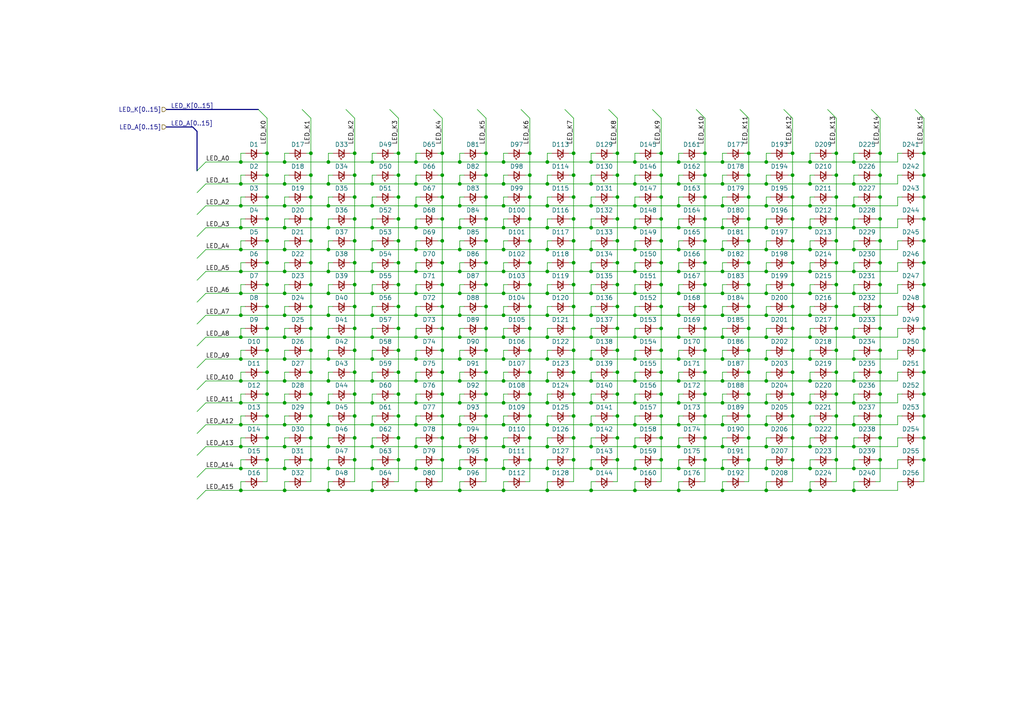
<source format=kicad_sch>
(kicad_sch (version 20210621) (generator eeschema)
  (paper "A4")
  (junction (at 69.85 46.99) (diameter 0.9144))
  (junction (at 69.85 53.34) (diameter 0.9144))
  (junction (at 69.85 59.69) (diameter 0.9144))
  (junction (at 69.85 66.04) (diameter 0.9144))
  (junction (at 69.85 72.39) (diameter 0.9144))
  (junction (at 69.85 78.74) (diameter 0.9144))
  (junction (at 69.85 85.09) (diameter 0.9144))
  (junction (at 69.85 91.44) (diameter 0.9144))
  (junction (at 69.85 97.79) (diameter 0.9144))
  (junction (at 69.85 104.14) (diameter 0.9144))
  (junction (at 69.85 110.49) (diameter 0.9144))
  (junction (at 69.85 116.84) (diameter 0.9144))
  (junction (at 69.85 123.19) (diameter 0.9144))
  (junction (at 69.85 129.54) (diameter 0.9144))
  (junction (at 69.85 135.89) (diameter 0.9144))
  (junction (at 69.85 142.24) (diameter 0.9144))
  (junction (at 77.47 44.45) (diameter 0.9144))
  (junction (at 77.47 50.8) (diameter 0.9144))
  (junction (at 77.47 57.15) (diameter 0.9144))
  (junction (at 77.47 63.5) (diameter 0.9144))
  (junction (at 77.47 69.85) (diameter 0.9144))
  (junction (at 77.47 76.2) (diameter 0.9144))
  (junction (at 77.47 82.55) (diameter 0.9144))
  (junction (at 77.47 88.9) (diameter 0.9144))
  (junction (at 77.47 95.25) (diameter 0.9144))
  (junction (at 77.47 101.6) (diameter 0.9144))
  (junction (at 77.47 107.95) (diameter 0.9144))
  (junction (at 77.47 114.3) (diameter 0.9144))
  (junction (at 77.47 120.65) (diameter 0.9144))
  (junction (at 77.47 127) (diameter 0.9144))
  (junction (at 77.47 133.35) (diameter 0.9144))
  (junction (at 82.55 46.99) (diameter 0.9144))
  (junction (at 82.55 53.34) (diameter 0.9144))
  (junction (at 82.55 59.69) (diameter 0.9144))
  (junction (at 82.55 66.04) (diameter 0.9144))
  (junction (at 82.55 72.39) (diameter 0.9144))
  (junction (at 82.55 78.74) (diameter 0.9144))
  (junction (at 82.55 85.09) (diameter 0.9144))
  (junction (at 82.55 91.44) (diameter 0.9144))
  (junction (at 82.55 97.79) (diameter 0.9144))
  (junction (at 82.55 104.14) (diameter 0.9144))
  (junction (at 82.55 110.49) (diameter 0.9144))
  (junction (at 82.55 116.84) (diameter 0.9144))
  (junction (at 82.55 123.19) (diameter 0.9144))
  (junction (at 82.55 129.54) (diameter 0.9144))
  (junction (at 82.55 135.89) (diameter 0.9144))
  (junction (at 82.55 142.24) (diameter 0.9144))
  (junction (at 90.17 44.45) (diameter 0.9144))
  (junction (at 90.17 50.8) (diameter 0.9144))
  (junction (at 90.17 57.15) (diameter 0.9144))
  (junction (at 90.17 63.5) (diameter 0.9144))
  (junction (at 90.17 69.85) (diameter 0.9144))
  (junction (at 90.17 76.2) (diameter 0.9144))
  (junction (at 90.17 82.55) (diameter 0.9144))
  (junction (at 90.17 88.9) (diameter 0.9144))
  (junction (at 90.17 95.25) (diameter 0.9144))
  (junction (at 90.17 101.6) (diameter 0.9144))
  (junction (at 90.17 107.95) (diameter 0.9144))
  (junction (at 90.17 114.3) (diameter 0.9144))
  (junction (at 90.17 120.65) (diameter 0.9144))
  (junction (at 90.17 127) (diameter 0.9144))
  (junction (at 90.17 133.35) (diameter 0.9144))
  (junction (at 95.25 46.99) (diameter 0.9144))
  (junction (at 95.25 53.34) (diameter 0.9144))
  (junction (at 95.25 59.69) (diameter 0.9144))
  (junction (at 95.25 66.04) (diameter 0.9144))
  (junction (at 95.25 72.39) (diameter 0.9144))
  (junction (at 95.25 78.74) (diameter 0.9144))
  (junction (at 95.25 85.09) (diameter 0.9144))
  (junction (at 95.25 91.44) (diameter 0.9144))
  (junction (at 95.25 97.79) (diameter 0.9144))
  (junction (at 95.25 104.14) (diameter 0.9144))
  (junction (at 95.25 110.49) (diameter 0.9144))
  (junction (at 95.25 116.84) (diameter 0.9144))
  (junction (at 95.25 123.19) (diameter 0.9144))
  (junction (at 95.25 129.54) (diameter 0.9144))
  (junction (at 95.25 135.89) (diameter 0.9144))
  (junction (at 95.25 142.24) (diameter 0.9144))
  (junction (at 102.87 44.45) (diameter 0.9144))
  (junction (at 102.87 50.8) (diameter 0.9144))
  (junction (at 102.87 57.15) (diameter 0.9144))
  (junction (at 102.87 63.5) (diameter 0.9144))
  (junction (at 102.87 69.85) (diameter 0.9144))
  (junction (at 102.87 76.2) (diameter 0.9144))
  (junction (at 102.87 82.55) (diameter 0.9144))
  (junction (at 102.87 88.9) (diameter 0.9144))
  (junction (at 102.87 95.25) (diameter 0.9144))
  (junction (at 102.87 101.6) (diameter 0.9144))
  (junction (at 102.87 107.95) (diameter 0.9144))
  (junction (at 102.87 114.3) (diameter 0.9144))
  (junction (at 102.87 120.65) (diameter 0.9144))
  (junction (at 102.87 127) (diameter 0.9144))
  (junction (at 102.87 133.35) (diameter 0.9144))
  (junction (at 107.95 46.99) (diameter 0.9144))
  (junction (at 107.95 53.34) (diameter 0.9144))
  (junction (at 107.95 59.69) (diameter 0.9144))
  (junction (at 107.95 66.04) (diameter 0.9144))
  (junction (at 107.95 72.39) (diameter 0.9144))
  (junction (at 107.95 78.74) (diameter 0.9144))
  (junction (at 107.95 85.09) (diameter 0.9144))
  (junction (at 107.95 91.44) (diameter 0.9144))
  (junction (at 107.95 97.79) (diameter 0.9144))
  (junction (at 107.95 104.14) (diameter 0.9144))
  (junction (at 107.95 110.49) (diameter 0.9144))
  (junction (at 107.95 116.84) (diameter 0.9144))
  (junction (at 107.95 123.19) (diameter 0.9144))
  (junction (at 107.95 129.54) (diameter 0.9144))
  (junction (at 107.95 135.89) (diameter 0.9144))
  (junction (at 107.95 142.24) (diameter 0.9144))
  (junction (at 115.57 44.45) (diameter 0.9144))
  (junction (at 115.57 50.8) (diameter 0.9144))
  (junction (at 115.57 57.15) (diameter 0.9144))
  (junction (at 115.57 63.5) (diameter 0.9144))
  (junction (at 115.57 69.85) (diameter 0.9144))
  (junction (at 115.57 76.2) (diameter 0.9144))
  (junction (at 115.57 82.55) (diameter 0.9144))
  (junction (at 115.57 88.9) (diameter 0.9144))
  (junction (at 115.57 95.25) (diameter 0.9144))
  (junction (at 115.57 101.6) (diameter 0.9144))
  (junction (at 115.57 107.95) (diameter 0.9144))
  (junction (at 115.57 114.3) (diameter 0.9144))
  (junction (at 115.57 120.65) (diameter 0.9144))
  (junction (at 115.57 127) (diameter 0.9144))
  (junction (at 115.57 133.35) (diameter 0.9144))
  (junction (at 120.65 46.99) (diameter 0.9144))
  (junction (at 120.65 53.34) (diameter 0.9144))
  (junction (at 120.65 59.69) (diameter 0.9144))
  (junction (at 120.65 66.04) (diameter 0.9144))
  (junction (at 120.65 72.39) (diameter 0.9144))
  (junction (at 120.65 78.74) (diameter 0.9144))
  (junction (at 120.65 85.09) (diameter 0.9144))
  (junction (at 120.65 91.44) (diameter 0.9144))
  (junction (at 120.65 97.79) (diameter 0.9144))
  (junction (at 120.65 104.14) (diameter 0.9144))
  (junction (at 120.65 110.49) (diameter 0.9144))
  (junction (at 120.65 116.84) (diameter 0.9144))
  (junction (at 120.65 123.19) (diameter 0.9144))
  (junction (at 120.65 129.54) (diameter 0.9144))
  (junction (at 120.65 135.89) (diameter 0.9144))
  (junction (at 120.65 142.24) (diameter 0.9144))
  (junction (at 128.27 44.45) (diameter 0.9144))
  (junction (at 128.27 50.8) (diameter 0.9144))
  (junction (at 128.27 57.15) (diameter 0.9144))
  (junction (at 128.27 63.5) (diameter 0.9144))
  (junction (at 128.27 69.85) (diameter 0.9144))
  (junction (at 128.27 76.2) (diameter 0.9144))
  (junction (at 128.27 82.55) (diameter 0.9144))
  (junction (at 128.27 88.9) (diameter 0.9144))
  (junction (at 128.27 95.25) (diameter 0.9144))
  (junction (at 128.27 101.6) (diameter 0.9144))
  (junction (at 128.27 107.95) (diameter 0.9144))
  (junction (at 128.27 114.3) (diameter 0.9144))
  (junction (at 128.27 120.65) (diameter 0.9144))
  (junction (at 128.27 127) (diameter 0.9144))
  (junction (at 128.27 133.35) (diameter 0.9144))
  (junction (at 133.35 46.99) (diameter 0.9144))
  (junction (at 133.35 53.34) (diameter 0.9144))
  (junction (at 133.35 59.69) (diameter 0.9144))
  (junction (at 133.35 66.04) (diameter 0.9144))
  (junction (at 133.35 72.39) (diameter 0.9144))
  (junction (at 133.35 78.74) (diameter 0.9144))
  (junction (at 133.35 85.09) (diameter 0.9144))
  (junction (at 133.35 91.44) (diameter 0.9144))
  (junction (at 133.35 97.79) (diameter 0.9144))
  (junction (at 133.35 104.14) (diameter 0.9144))
  (junction (at 133.35 110.49) (diameter 0.9144))
  (junction (at 133.35 116.84) (diameter 0.9144))
  (junction (at 133.35 123.19) (diameter 0.9144))
  (junction (at 133.35 129.54) (diameter 0.9144))
  (junction (at 133.35 135.89) (diameter 0.9144))
  (junction (at 133.35 142.24) (diameter 0.9144))
  (junction (at 140.97 44.45) (diameter 0.9144))
  (junction (at 140.97 50.8) (diameter 0.9144))
  (junction (at 140.97 57.15) (diameter 0.9144))
  (junction (at 140.97 63.5) (diameter 0.9144))
  (junction (at 140.97 69.85) (diameter 0.9144))
  (junction (at 140.97 76.2) (diameter 0.9144))
  (junction (at 140.97 82.55) (diameter 0.9144))
  (junction (at 140.97 88.9) (diameter 0.9144))
  (junction (at 140.97 95.25) (diameter 0.9144))
  (junction (at 140.97 101.6) (diameter 0.9144))
  (junction (at 140.97 107.95) (diameter 0.9144))
  (junction (at 140.97 114.3) (diameter 0.9144))
  (junction (at 140.97 120.65) (diameter 0.9144))
  (junction (at 140.97 127) (diameter 0.9144))
  (junction (at 140.97 133.35) (diameter 0.9144))
  (junction (at 146.05 46.99) (diameter 0.9144))
  (junction (at 146.05 53.34) (diameter 0.9144))
  (junction (at 146.05 59.69) (diameter 0.9144))
  (junction (at 146.05 66.04) (diameter 0.9144))
  (junction (at 146.05 72.39) (diameter 0.9144))
  (junction (at 146.05 78.74) (diameter 0.9144))
  (junction (at 146.05 85.09) (diameter 0.9144))
  (junction (at 146.05 91.44) (diameter 0.9144))
  (junction (at 146.05 97.79) (diameter 0.9144))
  (junction (at 146.05 104.14) (diameter 0.9144))
  (junction (at 146.05 110.49) (diameter 0.9144))
  (junction (at 146.05 116.84) (diameter 0.9144))
  (junction (at 146.05 123.19) (diameter 0.9144))
  (junction (at 146.05 129.54) (diameter 0.9144))
  (junction (at 146.05 135.89) (diameter 0.9144))
  (junction (at 146.05 142.24) (diameter 0.9144))
  (junction (at 153.67 44.45) (diameter 0.9144))
  (junction (at 153.67 50.8) (diameter 0.9144))
  (junction (at 153.67 57.15) (diameter 0.9144))
  (junction (at 153.67 63.5) (diameter 0.9144))
  (junction (at 153.67 69.85) (diameter 0.9144))
  (junction (at 153.67 76.2) (diameter 0.9144))
  (junction (at 153.67 82.55) (diameter 0.9144))
  (junction (at 153.67 88.9) (diameter 0.9144))
  (junction (at 153.67 95.25) (diameter 0.9144))
  (junction (at 153.67 101.6) (diameter 0.9144))
  (junction (at 153.67 107.95) (diameter 0.9144))
  (junction (at 153.67 114.3) (diameter 0.9144))
  (junction (at 153.67 120.65) (diameter 0.9144))
  (junction (at 153.67 127) (diameter 0.9144))
  (junction (at 153.67 133.35) (diameter 0.9144))
  (junction (at 158.75 46.99) (diameter 0.9144))
  (junction (at 158.75 53.34) (diameter 0.9144))
  (junction (at 158.75 59.69) (diameter 0.9144))
  (junction (at 158.75 66.04) (diameter 0.9144))
  (junction (at 158.75 72.39) (diameter 0.9144))
  (junction (at 158.75 78.74) (diameter 0.9144))
  (junction (at 158.75 85.09) (diameter 0.9144))
  (junction (at 158.75 91.44) (diameter 0.9144))
  (junction (at 158.75 97.79) (diameter 0.9144))
  (junction (at 158.75 104.14) (diameter 0.9144))
  (junction (at 158.75 110.49) (diameter 0.9144))
  (junction (at 158.75 116.84) (diameter 0.9144))
  (junction (at 158.75 123.19) (diameter 0.9144))
  (junction (at 158.75 129.54) (diameter 0.9144))
  (junction (at 158.75 135.89) (diameter 0.9144))
  (junction (at 158.75 142.24) (diameter 0.9144))
  (junction (at 166.37 44.45) (diameter 0.9144))
  (junction (at 166.37 50.8) (diameter 0.9144))
  (junction (at 166.37 57.15) (diameter 0.9144))
  (junction (at 166.37 63.5) (diameter 0.9144))
  (junction (at 166.37 69.85) (diameter 0.9144))
  (junction (at 166.37 76.2) (diameter 0.9144))
  (junction (at 166.37 82.55) (diameter 0.9144))
  (junction (at 166.37 88.9) (diameter 0.9144))
  (junction (at 166.37 95.25) (diameter 0.9144))
  (junction (at 166.37 101.6) (diameter 0.9144))
  (junction (at 166.37 107.95) (diameter 0.9144))
  (junction (at 166.37 114.3) (diameter 0.9144))
  (junction (at 166.37 120.65) (diameter 0.9144))
  (junction (at 166.37 127) (diameter 0.9144))
  (junction (at 166.37 133.35) (diameter 0.9144))
  (junction (at 171.45 46.99) (diameter 0.9144))
  (junction (at 171.45 53.34) (diameter 0.9144))
  (junction (at 171.45 59.69) (diameter 0.9144))
  (junction (at 171.45 66.04) (diameter 0.9144))
  (junction (at 171.45 72.39) (diameter 0.9144))
  (junction (at 171.45 78.74) (diameter 0.9144))
  (junction (at 171.45 85.09) (diameter 0.9144))
  (junction (at 171.45 91.44) (diameter 0.9144))
  (junction (at 171.45 97.79) (diameter 0.9144))
  (junction (at 171.45 104.14) (diameter 0.9144))
  (junction (at 171.45 110.49) (diameter 0.9144))
  (junction (at 171.45 116.84) (diameter 0.9144))
  (junction (at 171.45 123.19) (diameter 0.9144))
  (junction (at 171.45 129.54) (diameter 0.9144))
  (junction (at 171.45 135.89) (diameter 0.9144))
  (junction (at 171.45 142.24) (diameter 0.9144))
  (junction (at 179.07 44.45) (diameter 0.9144))
  (junction (at 179.07 50.8) (diameter 0.9144))
  (junction (at 179.07 57.15) (diameter 0.9144))
  (junction (at 179.07 63.5) (diameter 0.9144))
  (junction (at 179.07 69.85) (diameter 0.9144))
  (junction (at 179.07 76.2) (diameter 0.9144))
  (junction (at 179.07 82.55) (diameter 0.9144))
  (junction (at 179.07 88.9) (diameter 0.9144))
  (junction (at 179.07 95.25) (diameter 0.9144))
  (junction (at 179.07 101.6) (diameter 0.9144))
  (junction (at 179.07 107.95) (diameter 0.9144))
  (junction (at 179.07 114.3) (diameter 0.9144))
  (junction (at 179.07 120.65) (diameter 0.9144))
  (junction (at 179.07 127) (diameter 0.9144))
  (junction (at 179.07 133.35) (diameter 0.9144))
  (junction (at 184.15 46.99) (diameter 0.9144))
  (junction (at 184.15 53.34) (diameter 0.9144))
  (junction (at 184.15 59.69) (diameter 0.9144))
  (junction (at 184.15 66.04) (diameter 0.9144))
  (junction (at 184.15 72.39) (diameter 0.9144))
  (junction (at 184.15 78.74) (diameter 0.9144))
  (junction (at 184.15 85.09) (diameter 0.9144))
  (junction (at 184.15 91.44) (diameter 0.9144))
  (junction (at 184.15 97.79) (diameter 0.9144))
  (junction (at 184.15 104.14) (diameter 0.9144))
  (junction (at 184.15 110.49) (diameter 0.9144))
  (junction (at 184.15 116.84) (diameter 0.9144))
  (junction (at 184.15 123.19) (diameter 0.9144))
  (junction (at 184.15 129.54) (diameter 0.9144))
  (junction (at 184.15 135.89) (diameter 0.9144))
  (junction (at 184.15 142.24) (diameter 0.9144))
  (junction (at 191.77 44.45) (diameter 0.9144))
  (junction (at 191.77 50.8) (diameter 0.9144))
  (junction (at 191.77 57.15) (diameter 0.9144))
  (junction (at 191.77 63.5) (diameter 0.9144))
  (junction (at 191.77 69.85) (diameter 0.9144))
  (junction (at 191.77 76.2) (diameter 0.9144))
  (junction (at 191.77 82.55) (diameter 0.9144))
  (junction (at 191.77 88.9) (diameter 0.9144))
  (junction (at 191.77 95.25) (diameter 0.9144))
  (junction (at 191.77 101.6) (diameter 0.9144))
  (junction (at 191.77 107.95) (diameter 0.9144))
  (junction (at 191.77 114.3) (diameter 0.9144))
  (junction (at 191.77 120.65) (diameter 0.9144))
  (junction (at 191.77 127) (diameter 0.9144))
  (junction (at 191.77 133.35) (diameter 0.9144))
  (junction (at 196.85 46.99) (diameter 0.9144))
  (junction (at 196.85 53.34) (diameter 0.9144))
  (junction (at 196.85 59.69) (diameter 0.9144))
  (junction (at 196.85 66.04) (diameter 0.9144))
  (junction (at 196.85 72.39) (diameter 0.9144))
  (junction (at 196.85 78.74) (diameter 0.9144))
  (junction (at 196.85 85.09) (diameter 0.9144))
  (junction (at 196.85 91.44) (diameter 0.9144))
  (junction (at 196.85 97.79) (diameter 0.9144))
  (junction (at 196.85 104.14) (diameter 0.9144))
  (junction (at 196.85 110.49) (diameter 0.9144))
  (junction (at 196.85 116.84) (diameter 0.9144))
  (junction (at 196.85 123.19) (diameter 0.9144))
  (junction (at 196.85 129.54) (diameter 0.9144))
  (junction (at 196.85 135.89) (diameter 0.9144))
  (junction (at 196.85 142.24) (diameter 0.9144))
  (junction (at 204.47 44.45) (diameter 0.9144))
  (junction (at 204.47 50.8) (diameter 0.9144))
  (junction (at 204.47 57.15) (diameter 0.9144))
  (junction (at 204.47 63.5) (diameter 0.9144))
  (junction (at 204.47 69.85) (diameter 0.9144))
  (junction (at 204.47 76.2) (diameter 0.9144))
  (junction (at 204.47 82.55) (diameter 0.9144))
  (junction (at 204.47 88.9) (diameter 0.9144))
  (junction (at 204.47 95.25) (diameter 0.9144))
  (junction (at 204.47 101.6) (diameter 0.9144))
  (junction (at 204.47 107.95) (diameter 0.9144))
  (junction (at 204.47 114.3) (diameter 0.9144))
  (junction (at 204.47 120.65) (diameter 0.9144))
  (junction (at 204.47 127) (diameter 0.9144))
  (junction (at 204.47 133.35) (diameter 0.9144))
  (junction (at 209.55 46.99) (diameter 0.9144))
  (junction (at 209.55 53.34) (diameter 0.9144))
  (junction (at 209.55 59.69) (diameter 0.9144))
  (junction (at 209.55 66.04) (diameter 0.9144))
  (junction (at 209.55 72.39) (diameter 0.9144))
  (junction (at 209.55 78.74) (diameter 0.9144))
  (junction (at 209.55 85.09) (diameter 0.9144))
  (junction (at 209.55 91.44) (diameter 0.9144))
  (junction (at 209.55 97.79) (diameter 0.9144))
  (junction (at 209.55 104.14) (diameter 0.9144))
  (junction (at 209.55 110.49) (diameter 0.9144))
  (junction (at 209.55 116.84) (diameter 0.9144))
  (junction (at 209.55 123.19) (diameter 0.9144))
  (junction (at 209.55 129.54) (diameter 0.9144))
  (junction (at 209.55 135.89) (diameter 0.9144))
  (junction (at 209.55 142.24) (diameter 0.9144))
  (junction (at 217.17 44.45) (diameter 0.9144))
  (junction (at 217.17 50.8) (diameter 0.9144))
  (junction (at 217.17 57.15) (diameter 0.9144))
  (junction (at 217.17 63.5) (diameter 0.9144))
  (junction (at 217.17 69.85) (diameter 0.9144))
  (junction (at 217.17 76.2) (diameter 0.9144))
  (junction (at 217.17 82.55) (diameter 0.9144))
  (junction (at 217.17 88.9) (diameter 0.9144))
  (junction (at 217.17 95.25) (diameter 0.9144))
  (junction (at 217.17 101.6) (diameter 0.9144))
  (junction (at 217.17 107.95) (diameter 0.9144))
  (junction (at 217.17 114.3) (diameter 0.9144))
  (junction (at 217.17 120.65) (diameter 0.9144))
  (junction (at 217.17 127) (diameter 0.9144))
  (junction (at 217.17 133.35) (diameter 0.9144))
  (junction (at 222.25 46.99) (diameter 0.9144))
  (junction (at 222.25 53.34) (diameter 0.9144))
  (junction (at 222.25 59.69) (diameter 0.9144))
  (junction (at 222.25 66.04) (diameter 0.9144))
  (junction (at 222.25 72.39) (diameter 0.9144))
  (junction (at 222.25 78.74) (diameter 0.9144))
  (junction (at 222.25 85.09) (diameter 0.9144))
  (junction (at 222.25 91.44) (diameter 0.9144))
  (junction (at 222.25 97.79) (diameter 0.9144))
  (junction (at 222.25 104.14) (diameter 0.9144))
  (junction (at 222.25 110.49) (diameter 0.9144))
  (junction (at 222.25 116.84) (diameter 0.9144))
  (junction (at 222.25 123.19) (diameter 0.9144))
  (junction (at 222.25 129.54) (diameter 0.9144))
  (junction (at 222.25 135.89) (diameter 0.9144))
  (junction (at 222.25 142.24) (diameter 0.9144))
  (junction (at 229.87 44.45) (diameter 0.9144))
  (junction (at 229.87 50.8) (diameter 0.9144))
  (junction (at 229.87 57.15) (diameter 0.9144))
  (junction (at 229.87 63.5) (diameter 0.9144))
  (junction (at 229.87 69.85) (diameter 0.9144))
  (junction (at 229.87 76.2) (diameter 0.9144))
  (junction (at 229.87 82.55) (diameter 0.9144))
  (junction (at 229.87 88.9) (diameter 0.9144))
  (junction (at 229.87 95.25) (diameter 0.9144))
  (junction (at 229.87 101.6) (diameter 0.9144))
  (junction (at 229.87 107.95) (diameter 0.9144))
  (junction (at 229.87 114.3) (diameter 0.9144))
  (junction (at 229.87 120.65) (diameter 0.9144))
  (junction (at 229.87 127) (diameter 0.9144))
  (junction (at 229.87 133.35) (diameter 0.9144))
  (junction (at 234.95 46.99) (diameter 0.9144))
  (junction (at 234.95 53.34) (diameter 0.9144))
  (junction (at 234.95 59.69) (diameter 0.9144))
  (junction (at 234.95 66.04) (diameter 0.9144))
  (junction (at 234.95 72.39) (diameter 0.9144))
  (junction (at 234.95 78.74) (diameter 0.9144))
  (junction (at 234.95 85.09) (diameter 0.9144))
  (junction (at 234.95 91.44) (diameter 0.9144))
  (junction (at 234.95 97.79) (diameter 0.9144))
  (junction (at 234.95 104.14) (diameter 0.9144))
  (junction (at 234.95 110.49) (diameter 0.9144))
  (junction (at 234.95 116.84) (diameter 0.9144))
  (junction (at 234.95 123.19) (diameter 0.9144))
  (junction (at 234.95 129.54) (diameter 0.9144))
  (junction (at 234.95 135.89) (diameter 0.9144))
  (junction (at 234.95 142.24) (diameter 0.9144))
  (junction (at 242.57 44.45) (diameter 0.9144))
  (junction (at 242.57 50.8) (diameter 0.9144))
  (junction (at 242.57 57.15) (diameter 0.9144))
  (junction (at 242.57 63.5) (diameter 0.9144))
  (junction (at 242.57 69.85) (diameter 0.9144))
  (junction (at 242.57 76.2) (diameter 0.9144))
  (junction (at 242.57 82.55) (diameter 0.9144))
  (junction (at 242.57 88.9) (diameter 0.9144))
  (junction (at 242.57 95.25) (diameter 0.9144))
  (junction (at 242.57 101.6) (diameter 0.9144))
  (junction (at 242.57 107.95) (diameter 0.9144))
  (junction (at 242.57 114.3) (diameter 0.9144))
  (junction (at 242.57 120.65) (diameter 0.9144))
  (junction (at 242.57 127) (diameter 0.9144))
  (junction (at 242.57 133.35) (diameter 0.9144))
  (junction (at 247.65 46.99) (diameter 0.9144))
  (junction (at 247.65 53.34) (diameter 0.9144))
  (junction (at 247.65 59.69) (diameter 0.9144))
  (junction (at 247.65 66.04) (diameter 0.9144))
  (junction (at 247.65 72.39) (diameter 0.9144))
  (junction (at 247.65 78.74) (diameter 0.9144))
  (junction (at 247.65 85.09) (diameter 0.9144))
  (junction (at 247.65 91.44) (diameter 0.9144))
  (junction (at 247.65 97.79) (diameter 0.9144))
  (junction (at 247.65 104.14) (diameter 0.9144))
  (junction (at 247.65 110.49) (diameter 0.9144))
  (junction (at 247.65 116.84) (diameter 0.9144))
  (junction (at 247.65 123.19) (diameter 0.9144))
  (junction (at 247.65 129.54) (diameter 0.9144))
  (junction (at 247.65 135.89) (diameter 0.9144))
  (junction (at 247.65 142.24) (diameter 0.9144))
  (junction (at 255.27 44.45) (diameter 0.9144))
  (junction (at 255.27 50.8) (diameter 0.9144))
  (junction (at 255.27 57.15) (diameter 0.9144))
  (junction (at 255.27 63.5) (diameter 0.9144))
  (junction (at 255.27 69.85) (diameter 0.9144))
  (junction (at 255.27 76.2) (diameter 0.9144))
  (junction (at 255.27 82.55) (diameter 0.9144))
  (junction (at 255.27 88.9) (diameter 0.9144))
  (junction (at 255.27 95.25) (diameter 0.9144))
  (junction (at 255.27 101.6) (diameter 0.9144))
  (junction (at 255.27 107.95) (diameter 0.9144))
  (junction (at 255.27 114.3) (diameter 0.9144))
  (junction (at 255.27 120.65) (diameter 0.9144))
  (junction (at 255.27 127) (diameter 0.9144))
  (junction (at 255.27 133.35) (diameter 0.9144))
  (junction (at 267.97 44.45) (diameter 0.9144))
  (junction (at 267.97 50.8) (diameter 0.9144))
  (junction (at 267.97 57.15) (diameter 0.9144))
  (junction (at 267.97 63.5) (diameter 0.9144))
  (junction (at 267.97 69.85) (diameter 0.9144))
  (junction (at 267.97 76.2) (diameter 0.9144))
  (junction (at 267.97 82.55) (diameter 0.9144))
  (junction (at 267.97 88.9) (diameter 0.9144))
  (junction (at 267.97 95.25) (diameter 0.9144))
  (junction (at 267.97 101.6) (diameter 0.9144))
  (junction (at 267.97 107.95) (diameter 0.9144))
  (junction (at 267.97 114.3) (diameter 0.9144))
  (junction (at 267.97 120.65) (diameter 0.9144))
  (junction (at 267.97 127) (diameter 0.9144))
  (junction (at 267.97 133.35) (diameter 0.9144))
  (bus_entry (at 57.15 49.53) (size 2.54 -2.54))
  (bus_entry (at 57.15 55.88) (size 2.54 -2.54))
  (bus_entry (at 57.15 62.23) (size 2.54 -2.54))
  (bus_entry (at 57.15 68.58) (size 2.54 -2.54))
  (bus_entry (at 57.15 74.93) (size 2.54 -2.54))
  (bus_entry (at 57.15 81.28) (size 2.54 -2.54))
  (bus_entry (at 57.15 87.63) (size 2.54 -2.54))
  (bus_entry (at 57.15 93.98) (size 2.54 -2.54))
  (bus_entry (at 57.15 100.33) (size 2.54 -2.54))
  (bus_entry (at 57.15 106.68) (size 2.54 -2.54))
  (bus_entry (at 57.15 113.03) (size 2.54 -2.54))
  (bus_entry (at 57.15 119.38) (size 2.54 -2.54))
  (bus_entry (at 57.15 125.73) (size 2.54 -2.54))
  (bus_entry (at 57.15 132.08) (size 2.54 -2.54))
  (bus_entry (at 57.15 138.43) (size 2.54 -2.54))
  (bus_entry (at 57.15 144.78) (size 2.54 -2.54))
  (bus_entry (at 74.93 31.75) (size 2.54 2.54))
  (bus_entry (at 87.63 31.75) (size 2.54 2.54))
  (bus_entry (at 100.33 31.75) (size 2.54 2.54))
  (bus_entry (at 113.03 31.75) (size 2.54 2.54))
  (bus_entry (at 125.73 31.75) (size 2.54 2.54))
  (bus_entry (at 138.43 31.75) (size 2.54 2.54))
  (bus_entry (at 151.13 31.75) (size 2.54 2.54))
  (bus_entry (at 163.83 31.75) (size 2.54 2.54))
  (bus_entry (at 176.53 31.75) (size 2.54 2.54))
  (bus_entry (at 189.23 31.75) (size 2.54 2.54))
  (bus_entry (at 201.93 31.75) (size 2.54 2.54))
  (bus_entry (at 214.63 31.75) (size 2.54 2.54))
  (bus_entry (at 227.33 31.75) (size 2.54 2.54))
  (bus_entry (at 240.03 31.75) (size 2.54 2.54))
  (bus_entry (at 252.73 31.75) (size 2.54 2.54))
  (bus_entry (at 265.43 31.75) (size 2.54 2.54))
  (wire (pts (xy 59.69 46.99) (xy 69.85 46.99)))
  (wire (pts (xy 59.69 53.34) (xy 69.85 53.34)))
  (wire (pts (xy 59.69 59.69) (xy 69.85 59.69)))
  (wire (pts (xy 59.69 66.04) (xy 69.85 66.04)))
  (wire (pts (xy 59.69 72.39) (xy 69.85 72.39)))
  (wire (pts (xy 59.69 78.74) (xy 69.85 78.74)))
  (wire (pts (xy 59.69 85.09) (xy 69.85 85.09)))
  (wire (pts (xy 59.69 91.44) (xy 69.85 91.44)))
  (wire (pts (xy 59.69 97.79) (xy 69.85 97.79)))
  (wire (pts (xy 59.69 104.14) (xy 69.85 104.14)))
  (wire (pts (xy 59.69 110.49) (xy 69.85 110.49)))
  (wire (pts (xy 59.69 116.84) (xy 69.85 116.84)))
  (wire (pts (xy 59.69 123.19) (xy 69.85 123.19)))
  (wire (pts (xy 59.69 129.54) (xy 69.85 129.54)))
  (wire (pts (xy 59.69 135.89) (xy 69.85 135.89)))
  (wire (pts (xy 59.69 142.24) (xy 69.85 142.24)))
  (wire (pts (xy 69.85 44.45) (xy 69.85 46.99)))
  (wire (pts (xy 69.85 46.99) (xy 82.55 46.99)))
  (wire (pts (xy 69.85 50.8) (xy 69.85 53.34)))
  (wire (pts (xy 69.85 53.34) (xy 82.55 53.34)))
  (wire (pts (xy 69.85 57.15) (xy 69.85 59.69)))
  (wire (pts (xy 69.85 59.69) (xy 82.55 59.69)))
  (wire (pts (xy 69.85 63.5) (xy 69.85 66.04)))
  (wire (pts (xy 69.85 66.04) (xy 82.55 66.04)))
  (wire (pts (xy 69.85 69.85) (xy 69.85 72.39)))
  (wire (pts (xy 69.85 72.39) (xy 82.55 72.39)))
  (wire (pts (xy 69.85 76.2) (xy 69.85 78.74)))
  (wire (pts (xy 69.85 78.74) (xy 82.55 78.74)))
  (wire (pts (xy 69.85 82.55) (xy 69.85 85.09)))
  (wire (pts (xy 69.85 85.09) (xy 82.55 85.09)))
  (wire (pts (xy 69.85 88.9) (xy 69.85 91.44)))
  (wire (pts (xy 69.85 91.44) (xy 82.55 91.44)))
  (wire (pts (xy 69.85 95.25) (xy 69.85 97.79)))
  (wire (pts (xy 69.85 97.79) (xy 82.55 97.79)))
  (wire (pts (xy 69.85 101.6) (xy 69.85 104.14)))
  (wire (pts (xy 69.85 104.14) (xy 82.55 104.14)))
  (wire (pts (xy 69.85 107.95) (xy 69.85 110.49)))
  (wire (pts (xy 69.85 110.49) (xy 82.55 110.49)))
  (wire (pts (xy 69.85 114.3) (xy 69.85 116.84)))
  (wire (pts (xy 69.85 116.84) (xy 82.55 116.84)))
  (wire (pts (xy 69.85 120.65) (xy 69.85 123.19)))
  (wire (pts (xy 69.85 123.19) (xy 82.55 123.19)))
  (wire (pts (xy 69.85 127) (xy 69.85 129.54)))
  (wire (pts (xy 69.85 129.54) (xy 82.55 129.54)))
  (wire (pts (xy 69.85 133.35) (xy 69.85 135.89)))
  (wire (pts (xy 69.85 135.89) (xy 82.55 135.89)))
  (wire (pts (xy 69.85 139.7) (xy 69.85 142.24)))
  (wire (pts (xy 69.85 142.24) (xy 82.55 142.24)))
  (wire (pts (xy 71.12 44.45) (xy 69.85 44.45)))
  (wire (pts (xy 71.12 50.8) (xy 69.85 50.8)))
  (wire (pts (xy 71.12 57.15) (xy 69.85 57.15)))
  (wire (pts (xy 71.12 63.5) (xy 69.85 63.5)))
  (wire (pts (xy 71.12 69.85) (xy 69.85 69.85)))
  (wire (pts (xy 71.12 76.2) (xy 69.85 76.2)))
  (wire (pts (xy 71.12 82.55) (xy 69.85 82.55)))
  (wire (pts (xy 71.12 88.9) (xy 69.85 88.9)))
  (wire (pts (xy 71.12 95.25) (xy 69.85 95.25)))
  (wire (pts (xy 71.12 101.6) (xy 69.85 101.6)))
  (wire (pts (xy 71.12 107.95) (xy 69.85 107.95)))
  (wire (pts (xy 71.12 114.3) (xy 69.85 114.3)))
  (wire (pts (xy 71.12 120.65) (xy 69.85 120.65)))
  (wire (pts (xy 71.12 127) (xy 69.85 127)))
  (wire (pts (xy 71.12 133.35) (xy 69.85 133.35)))
  (wire (pts (xy 71.12 139.7) (xy 69.85 139.7)))
  (wire (pts (xy 76.2 44.45) (xy 77.47 44.45)))
  (wire (pts (xy 76.2 50.8) (xy 77.47 50.8)))
  (wire (pts (xy 76.2 57.15) (xy 77.47 57.15)))
  (wire (pts (xy 76.2 63.5) (xy 77.47 63.5)))
  (wire (pts (xy 76.2 69.85) (xy 77.47 69.85)))
  (wire (pts (xy 76.2 76.2) (xy 77.47 76.2)))
  (wire (pts (xy 76.2 82.55) (xy 77.47 82.55)))
  (wire (pts (xy 76.2 88.9) (xy 77.47 88.9)))
  (wire (pts (xy 76.2 95.25) (xy 77.47 95.25)))
  (wire (pts (xy 76.2 101.6) (xy 77.47 101.6)))
  (wire (pts (xy 76.2 107.95) (xy 77.47 107.95)))
  (wire (pts (xy 76.2 114.3) (xy 77.47 114.3)))
  (wire (pts (xy 76.2 120.65) (xy 77.47 120.65)))
  (wire (pts (xy 76.2 127) (xy 77.47 127)))
  (wire (pts (xy 76.2 133.35) (xy 77.47 133.35)))
  (wire (pts (xy 76.2 139.7) (xy 77.47 139.7)))
  (wire (pts (xy 77.47 34.29) (xy 77.47 44.45)))
  (wire (pts (xy 77.47 44.45) (xy 77.47 50.8)))
  (wire (pts (xy 77.47 50.8) (xy 77.47 57.15)))
  (wire (pts (xy 77.47 57.15) (xy 77.47 63.5)))
  (wire (pts (xy 77.47 63.5) (xy 77.47 69.85)))
  (wire (pts (xy 77.47 69.85) (xy 77.47 76.2)))
  (wire (pts (xy 77.47 76.2) (xy 77.47 82.55)))
  (wire (pts (xy 77.47 82.55) (xy 77.47 88.9)))
  (wire (pts (xy 77.47 88.9) (xy 77.47 95.25)))
  (wire (pts (xy 77.47 95.25) (xy 77.47 101.6)))
  (wire (pts (xy 77.47 101.6) (xy 77.47 107.95)))
  (wire (pts (xy 77.47 107.95) (xy 77.47 114.3)))
  (wire (pts (xy 77.47 114.3) (xy 77.47 120.65)))
  (wire (pts (xy 77.47 120.65) (xy 77.47 127)))
  (wire (pts (xy 77.47 127) (xy 77.47 133.35)))
  (wire (pts (xy 77.47 133.35) (xy 77.47 139.7)))
  (wire (pts (xy 82.55 44.45) (xy 82.55 46.99)))
  (wire (pts (xy 82.55 46.99) (xy 95.25 46.99)))
  (wire (pts (xy 82.55 50.8) (xy 82.55 53.34)))
  (wire (pts (xy 82.55 53.34) (xy 95.25 53.34)))
  (wire (pts (xy 82.55 57.15) (xy 82.55 59.69)))
  (wire (pts (xy 82.55 59.69) (xy 95.25 59.69)))
  (wire (pts (xy 82.55 63.5) (xy 82.55 66.04)))
  (wire (pts (xy 82.55 66.04) (xy 95.25 66.04)))
  (wire (pts (xy 82.55 69.85) (xy 82.55 72.39)))
  (wire (pts (xy 82.55 72.39) (xy 95.25 72.39)))
  (wire (pts (xy 82.55 76.2) (xy 82.55 78.74)))
  (wire (pts (xy 82.55 78.74) (xy 95.25 78.74)))
  (wire (pts (xy 82.55 82.55) (xy 82.55 85.09)))
  (wire (pts (xy 82.55 85.09) (xy 95.25 85.09)))
  (wire (pts (xy 82.55 88.9) (xy 82.55 91.44)))
  (wire (pts (xy 82.55 91.44) (xy 95.25 91.44)))
  (wire (pts (xy 82.55 95.25) (xy 82.55 97.79)))
  (wire (pts (xy 82.55 97.79) (xy 95.25 97.79)))
  (wire (pts (xy 82.55 101.6) (xy 82.55 104.14)))
  (wire (pts (xy 82.55 104.14) (xy 95.25 104.14)))
  (wire (pts (xy 82.55 107.95) (xy 82.55 110.49)))
  (wire (pts (xy 82.55 110.49) (xy 95.25 110.49)))
  (wire (pts (xy 82.55 114.3) (xy 82.55 116.84)))
  (wire (pts (xy 82.55 116.84) (xy 95.25 116.84)))
  (wire (pts (xy 82.55 120.65) (xy 82.55 123.19)))
  (wire (pts (xy 82.55 123.19) (xy 95.25 123.19)))
  (wire (pts (xy 82.55 127) (xy 82.55 129.54)))
  (wire (pts (xy 82.55 129.54) (xy 95.25 129.54)))
  (wire (pts (xy 82.55 133.35) (xy 82.55 135.89)))
  (wire (pts (xy 82.55 135.89) (xy 95.25 135.89)))
  (wire (pts (xy 82.55 139.7) (xy 82.55 142.24)))
  (wire (pts (xy 82.55 142.24) (xy 95.25 142.24)))
  (wire (pts (xy 83.82 44.45) (xy 82.55 44.45)))
  (wire (pts (xy 83.82 50.8) (xy 82.55 50.8)))
  (wire (pts (xy 83.82 57.15) (xy 82.55 57.15)))
  (wire (pts (xy 83.82 63.5) (xy 82.55 63.5)))
  (wire (pts (xy 83.82 69.85) (xy 82.55 69.85)))
  (wire (pts (xy 83.82 76.2) (xy 82.55 76.2)))
  (wire (pts (xy 83.82 82.55) (xy 82.55 82.55)))
  (wire (pts (xy 83.82 88.9) (xy 82.55 88.9)))
  (wire (pts (xy 83.82 95.25) (xy 82.55 95.25)))
  (wire (pts (xy 83.82 101.6) (xy 82.55 101.6)))
  (wire (pts (xy 83.82 107.95) (xy 82.55 107.95)))
  (wire (pts (xy 83.82 114.3) (xy 82.55 114.3)))
  (wire (pts (xy 83.82 120.65) (xy 82.55 120.65)))
  (wire (pts (xy 83.82 127) (xy 82.55 127)))
  (wire (pts (xy 83.82 133.35) (xy 82.55 133.35)))
  (wire (pts (xy 83.82 139.7) (xy 82.55 139.7)))
  (wire (pts (xy 88.9 44.45) (xy 90.17 44.45)))
  (wire (pts (xy 88.9 50.8) (xy 90.17 50.8)))
  (wire (pts (xy 88.9 57.15) (xy 90.17 57.15)))
  (wire (pts (xy 88.9 63.5) (xy 90.17 63.5)))
  (wire (pts (xy 88.9 69.85) (xy 90.17 69.85)))
  (wire (pts (xy 88.9 76.2) (xy 90.17 76.2)))
  (wire (pts (xy 88.9 82.55) (xy 90.17 82.55)))
  (wire (pts (xy 88.9 88.9) (xy 90.17 88.9)))
  (wire (pts (xy 88.9 95.25) (xy 90.17 95.25)))
  (wire (pts (xy 88.9 101.6) (xy 90.17 101.6)))
  (wire (pts (xy 88.9 107.95) (xy 90.17 107.95)))
  (wire (pts (xy 88.9 114.3) (xy 90.17 114.3)))
  (wire (pts (xy 88.9 120.65) (xy 90.17 120.65)))
  (wire (pts (xy 88.9 127) (xy 90.17 127)))
  (wire (pts (xy 88.9 133.35) (xy 90.17 133.35)))
  (wire (pts (xy 88.9 139.7) (xy 90.17 139.7)))
  (wire (pts (xy 90.17 34.29) (xy 90.17 44.45)))
  (wire (pts (xy 90.17 44.45) (xy 90.17 50.8)))
  (wire (pts (xy 90.17 50.8) (xy 90.17 57.15)))
  (wire (pts (xy 90.17 57.15) (xy 90.17 63.5)))
  (wire (pts (xy 90.17 63.5) (xy 90.17 69.85)))
  (wire (pts (xy 90.17 69.85) (xy 90.17 76.2)))
  (wire (pts (xy 90.17 76.2) (xy 90.17 82.55)))
  (wire (pts (xy 90.17 82.55) (xy 90.17 88.9)))
  (wire (pts (xy 90.17 88.9) (xy 90.17 95.25)))
  (wire (pts (xy 90.17 95.25) (xy 90.17 101.6)))
  (wire (pts (xy 90.17 101.6) (xy 90.17 107.95)))
  (wire (pts (xy 90.17 107.95) (xy 90.17 114.3)))
  (wire (pts (xy 90.17 114.3) (xy 90.17 120.65)))
  (wire (pts (xy 90.17 120.65) (xy 90.17 127)))
  (wire (pts (xy 90.17 127) (xy 90.17 133.35)))
  (wire (pts (xy 90.17 133.35) (xy 90.17 139.7)))
  (wire (pts (xy 95.25 44.45) (xy 95.25 46.99)))
  (wire (pts (xy 95.25 46.99) (xy 107.95 46.99)))
  (wire (pts (xy 95.25 50.8) (xy 95.25 53.34)))
  (wire (pts (xy 95.25 53.34) (xy 107.95 53.34)))
  (wire (pts (xy 95.25 57.15) (xy 95.25 59.69)))
  (wire (pts (xy 95.25 59.69) (xy 107.95 59.69)))
  (wire (pts (xy 95.25 63.5) (xy 95.25 66.04)))
  (wire (pts (xy 95.25 66.04) (xy 107.95 66.04)))
  (wire (pts (xy 95.25 69.85) (xy 95.25 72.39)))
  (wire (pts (xy 95.25 72.39) (xy 107.95 72.39)))
  (wire (pts (xy 95.25 76.2) (xy 95.25 78.74)))
  (wire (pts (xy 95.25 78.74) (xy 107.95 78.74)))
  (wire (pts (xy 95.25 82.55) (xy 95.25 85.09)))
  (wire (pts (xy 95.25 85.09) (xy 107.95 85.09)))
  (wire (pts (xy 95.25 88.9) (xy 95.25 91.44)))
  (wire (pts (xy 95.25 91.44) (xy 107.95 91.44)))
  (wire (pts (xy 95.25 95.25) (xy 95.25 97.79)))
  (wire (pts (xy 95.25 97.79) (xy 107.95 97.79)))
  (wire (pts (xy 95.25 101.6) (xy 95.25 104.14)))
  (wire (pts (xy 95.25 104.14) (xy 107.95 104.14)))
  (wire (pts (xy 95.25 107.95) (xy 95.25 110.49)))
  (wire (pts (xy 95.25 110.49) (xy 107.95 110.49)))
  (wire (pts (xy 95.25 114.3) (xy 95.25 116.84)))
  (wire (pts (xy 95.25 116.84) (xy 107.95 116.84)))
  (wire (pts (xy 95.25 120.65) (xy 95.25 123.19)))
  (wire (pts (xy 95.25 123.19) (xy 107.95 123.19)))
  (wire (pts (xy 95.25 127) (xy 95.25 129.54)))
  (wire (pts (xy 95.25 129.54) (xy 107.95 129.54)))
  (wire (pts (xy 95.25 133.35) (xy 95.25 135.89)))
  (wire (pts (xy 95.25 135.89) (xy 107.95 135.89)))
  (wire (pts (xy 95.25 139.7) (xy 95.25 142.24)))
  (wire (pts (xy 95.25 142.24) (xy 107.95 142.24)))
  (wire (pts (xy 96.52 44.45) (xy 95.25 44.45)))
  (wire (pts (xy 96.52 50.8) (xy 95.25 50.8)))
  (wire (pts (xy 96.52 57.15) (xy 95.25 57.15)))
  (wire (pts (xy 96.52 63.5) (xy 95.25 63.5)))
  (wire (pts (xy 96.52 69.85) (xy 95.25 69.85)))
  (wire (pts (xy 96.52 76.2) (xy 95.25 76.2)))
  (wire (pts (xy 96.52 82.55) (xy 95.25 82.55)))
  (wire (pts (xy 96.52 88.9) (xy 95.25 88.9)))
  (wire (pts (xy 96.52 95.25) (xy 95.25 95.25)))
  (wire (pts (xy 96.52 101.6) (xy 95.25 101.6)))
  (wire (pts (xy 96.52 107.95) (xy 95.25 107.95)))
  (wire (pts (xy 96.52 114.3) (xy 95.25 114.3)))
  (wire (pts (xy 96.52 120.65) (xy 95.25 120.65)))
  (wire (pts (xy 96.52 127) (xy 95.25 127)))
  (wire (pts (xy 96.52 133.35) (xy 95.25 133.35)))
  (wire (pts (xy 96.52 139.7) (xy 95.25 139.7)))
  (wire (pts (xy 101.6 44.45) (xy 102.87 44.45)))
  (wire (pts (xy 101.6 50.8) (xy 102.87 50.8)))
  (wire (pts (xy 101.6 57.15) (xy 102.87 57.15)))
  (wire (pts (xy 101.6 63.5) (xy 102.87 63.5)))
  (wire (pts (xy 101.6 69.85) (xy 102.87 69.85)))
  (wire (pts (xy 101.6 76.2) (xy 102.87 76.2)))
  (wire (pts (xy 101.6 82.55) (xy 102.87 82.55)))
  (wire (pts (xy 101.6 88.9) (xy 102.87 88.9)))
  (wire (pts (xy 101.6 95.25) (xy 102.87 95.25)))
  (wire (pts (xy 101.6 101.6) (xy 102.87 101.6)))
  (wire (pts (xy 101.6 107.95) (xy 102.87 107.95)))
  (wire (pts (xy 101.6 114.3) (xy 102.87 114.3)))
  (wire (pts (xy 101.6 120.65) (xy 102.87 120.65)))
  (wire (pts (xy 101.6 127) (xy 102.87 127)))
  (wire (pts (xy 101.6 133.35) (xy 102.87 133.35)))
  (wire (pts (xy 101.6 139.7) (xy 102.87 139.7)))
  (wire (pts (xy 102.87 34.29) (xy 102.87 44.45)))
  (wire (pts (xy 102.87 44.45) (xy 102.87 50.8)))
  (wire (pts (xy 102.87 50.8) (xy 102.87 57.15)))
  (wire (pts (xy 102.87 57.15) (xy 102.87 63.5)))
  (wire (pts (xy 102.87 63.5) (xy 102.87 69.85)))
  (wire (pts (xy 102.87 69.85) (xy 102.87 76.2)))
  (wire (pts (xy 102.87 76.2) (xy 102.87 82.55)))
  (wire (pts (xy 102.87 82.55) (xy 102.87 88.9)))
  (wire (pts (xy 102.87 88.9) (xy 102.87 95.25)))
  (wire (pts (xy 102.87 95.25) (xy 102.87 101.6)))
  (wire (pts (xy 102.87 101.6) (xy 102.87 107.95)))
  (wire (pts (xy 102.87 107.95) (xy 102.87 114.3)))
  (wire (pts (xy 102.87 114.3) (xy 102.87 120.65)))
  (wire (pts (xy 102.87 120.65) (xy 102.87 127)))
  (wire (pts (xy 102.87 127) (xy 102.87 133.35)))
  (wire (pts (xy 102.87 133.35) (xy 102.87 139.7)))
  (wire (pts (xy 107.95 44.45) (xy 107.95 46.99)))
  (wire (pts (xy 107.95 46.99) (xy 120.65 46.99)))
  (wire (pts (xy 107.95 50.8) (xy 107.95 53.34)))
  (wire (pts (xy 107.95 53.34) (xy 120.65 53.34)))
  (wire (pts (xy 107.95 57.15) (xy 107.95 59.69)))
  (wire (pts (xy 107.95 59.69) (xy 120.65 59.69)))
  (wire (pts (xy 107.95 63.5) (xy 107.95 66.04)))
  (wire (pts (xy 107.95 66.04) (xy 120.65 66.04)))
  (wire (pts (xy 107.95 69.85) (xy 107.95 72.39)))
  (wire (pts (xy 107.95 72.39) (xy 120.65 72.39)))
  (wire (pts (xy 107.95 76.2) (xy 107.95 78.74)))
  (wire (pts (xy 107.95 78.74) (xy 120.65 78.74)))
  (wire (pts (xy 107.95 82.55) (xy 107.95 85.09)))
  (wire (pts (xy 107.95 85.09) (xy 120.65 85.09)))
  (wire (pts (xy 107.95 88.9) (xy 107.95 91.44)))
  (wire (pts (xy 107.95 91.44) (xy 120.65 91.44)))
  (wire (pts (xy 107.95 95.25) (xy 107.95 97.79)))
  (wire (pts (xy 107.95 97.79) (xy 120.65 97.79)))
  (wire (pts (xy 107.95 101.6) (xy 107.95 104.14)))
  (wire (pts (xy 107.95 104.14) (xy 120.65 104.14)))
  (wire (pts (xy 107.95 107.95) (xy 107.95 110.49)))
  (wire (pts (xy 107.95 110.49) (xy 120.65 110.49)))
  (wire (pts (xy 107.95 114.3) (xy 107.95 116.84)))
  (wire (pts (xy 107.95 116.84) (xy 120.65 116.84)))
  (wire (pts (xy 107.95 120.65) (xy 107.95 123.19)))
  (wire (pts (xy 107.95 123.19) (xy 120.65 123.19)))
  (wire (pts (xy 107.95 127) (xy 107.95 129.54)))
  (wire (pts (xy 107.95 129.54) (xy 120.65 129.54)))
  (wire (pts (xy 107.95 133.35) (xy 107.95 135.89)))
  (wire (pts (xy 107.95 135.89) (xy 120.65 135.89)))
  (wire (pts (xy 107.95 139.7) (xy 107.95 142.24)))
  (wire (pts (xy 107.95 142.24) (xy 120.65 142.24)))
  (wire (pts (xy 109.22 44.45) (xy 107.95 44.45)))
  (wire (pts (xy 109.22 50.8) (xy 107.95 50.8)))
  (wire (pts (xy 109.22 57.15) (xy 107.95 57.15)))
  (wire (pts (xy 109.22 63.5) (xy 107.95 63.5)))
  (wire (pts (xy 109.22 69.85) (xy 107.95 69.85)))
  (wire (pts (xy 109.22 76.2) (xy 107.95 76.2)))
  (wire (pts (xy 109.22 82.55) (xy 107.95 82.55)))
  (wire (pts (xy 109.22 88.9) (xy 107.95 88.9)))
  (wire (pts (xy 109.22 95.25) (xy 107.95 95.25)))
  (wire (pts (xy 109.22 101.6) (xy 107.95 101.6)))
  (wire (pts (xy 109.22 107.95) (xy 107.95 107.95)))
  (wire (pts (xy 109.22 114.3) (xy 107.95 114.3)))
  (wire (pts (xy 109.22 120.65) (xy 107.95 120.65)))
  (wire (pts (xy 109.22 127) (xy 107.95 127)))
  (wire (pts (xy 109.22 133.35) (xy 107.95 133.35)))
  (wire (pts (xy 109.22 139.7) (xy 107.95 139.7)))
  (wire (pts (xy 114.3 44.45) (xy 115.57 44.45)))
  (wire (pts (xy 114.3 50.8) (xy 115.57 50.8)))
  (wire (pts (xy 114.3 57.15) (xy 115.57 57.15)))
  (wire (pts (xy 114.3 63.5) (xy 115.57 63.5)))
  (wire (pts (xy 114.3 69.85) (xy 115.57 69.85)))
  (wire (pts (xy 114.3 76.2) (xy 115.57 76.2)))
  (wire (pts (xy 114.3 82.55) (xy 115.57 82.55)))
  (wire (pts (xy 114.3 88.9) (xy 115.57 88.9)))
  (wire (pts (xy 114.3 95.25) (xy 115.57 95.25)))
  (wire (pts (xy 114.3 101.6) (xy 115.57 101.6)))
  (wire (pts (xy 114.3 107.95) (xy 115.57 107.95)))
  (wire (pts (xy 114.3 114.3) (xy 115.57 114.3)))
  (wire (pts (xy 114.3 120.65) (xy 115.57 120.65)))
  (wire (pts (xy 114.3 127) (xy 115.57 127)))
  (wire (pts (xy 114.3 133.35) (xy 115.57 133.35)))
  (wire (pts (xy 114.3 139.7) (xy 115.57 139.7)))
  (wire (pts (xy 115.57 34.29) (xy 115.57 44.45)))
  (wire (pts (xy 115.57 44.45) (xy 115.57 50.8)))
  (wire (pts (xy 115.57 50.8) (xy 115.57 57.15)))
  (wire (pts (xy 115.57 57.15) (xy 115.57 63.5)))
  (wire (pts (xy 115.57 63.5) (xy 115.57 69.85)))
  (wire (pts (xy 115.57 69.85) (xy 115.57 76.2)))
  (wire (pts (xy 115.57 76.2) (xy 115.57 82.55)))
  (wire (pts (xy 115.57 82.55) (xy 115.57 88.9)))
  (wire (pts (xy 115.57 88.9) (xy 115.57 95.25)))
  (wire (pts (xy 115.57 95.25) (xy 115.57 101.6)))
  (wire (pts (xy 115.57 101.6) (xy 115.57 107.95)))
  (wire (pts (xy 115.57 107.95) (xy 115.57 114.3)))
  (wire (pts (xy 115.57 114.3) (xy 115.57 120.65)))
  (wire (pts (xy 115.57 120.65) (xy 115.57 127)))
  (wire (pts (xy 115.57 127) (xy 115.57 133.35)))
  (wire (pts (xy 115.57 133.35) (xy 115.57 139.7)))
  (wire (pts (xy 120.65 44.45) (xy 120.65 46.99)))
  (wire (pts (xy 120.65 46.99) (xy 133.35 46.99)))
  (wire (pts (xy 120.65 50.8) (xy 120.65 53.34)))
  (wire (pts (xy 120.65 53.34) (xy 133.35 53.34)))
  (wire (pts (xy 120.65 57.15) (xy 120.65 59.69)))
  (wire (pts (xy 120.65 59.69) (xy 133.35 59.69)))
  (wire (pts (xy 120.65 63.5) (xy 120.65 66.04)))
  (wire (pts (xy 120.65 66.04) (xy 133.35 66.04)))
  (wire (pts (xy 120.65 69.85) (xy 120.65 72.39)))
  (wire (pts (xy 120.65 72.39) (xy 133.35 72.39)))
  (wire (pts (xy 120.65 76.2) (xy 120.65 78.74)))
  (wire (pts (xy 120.65 78.74) (xy 133.35 78.74)))
  (wire (pts (xy 120.65 82.55) (xy 120.65 85.09)))
  (wire (pts (xy 120.65 85.09) (xy 133.35 85.09)))
  (wire (pts (xy 120.65 88.9) (xy 120.65 91.44)))
  (wire (pts (xy 120.65 91.44) (xy 133.35 91.44)))
  (wire (pts (xy 120.65 95.25) (xy 120.65 97.79)))
  (wire (pts (xy 120.65 97.79) (xy 133.35 97.79)))
  (wire (pts (xy 120.65 101.6) (xy 120.65 104.14)))
  (wire (pts (xy 120.65 104.14) (xy 133.35 104.14)))
  (wire (pts (xy 120.65 107.95) (xy 120.65 110.49)))
  (wire (pts (xy 120.65 110.49) (xy 133.35 110.49)))
  (wire (pts (xy 120.65 114.3) (xy 120.65 116.84)))
  (wire (pts (xy 120.65 116.84) (xy 133.35 116.84)))
  (wire (pts (xy 120.65 120.65) (xy 120.65 123.19)))
  (wire (pts (xy 120.65 123.19) (xy 133.35 123.19)))
  (wire (pts (xy 120.65 127) (xy 120.65 129.54)))
  (wire (pts (xy 120.65 129.54) (xy 133.35 129.54)))
  (wire (pts (xy 120.65 133.35) (xy 120.65 135.89)))
  (wire (pts (xy 120.65 135.89) (xy 133.35 135.89)))
  (wire (pts (xy 120.65 139.7) (xy 120.65 142.24)))
  (wire (pts (xy 120.65 142.24) (xy 133.35 142.24)))
  (wire (pts (xy 121.92 44.45) (xy 120.65 44.45)))
  (wire (pts (xy 121.92 50.8) (xy 120.65 50.8)))
  (wire (pts (xy 121.92 57.15) (xy 120.65 57.15)))
  (wire (pts (xy 121.92 63.5) (xy 120.65 63.5)))
  (wire (pts (xy 121.92 69.85) (xy 120.65 69.85)))
  (wire (pts (xy 121.92 76.2) (xy 120.65 76.2)))
  (wire (pts (xy 121.92 82.55) (xy 120.65 82.55)))
  (wire (pts (xy 121.92 88.9) (xy 120.65 88.9)))
  (wire (pts (xy 121.92 95.25) (xy 120.65 95.25)))
  (wire (pts (xy 121.92 101.6) (xy 120.65 101.6)))
  (wire (pts (xy 121.92 107.95) (xy 120.65 107.95)))
  (wire (pts (xy 121.92 114.3) (xy 120.65 114.3)))
  (wire (pts (xy 121.92 120.65) (xy 120.65 120.65)))
  (wire (pts (xy 121.92 127) (xy 120.65 127)))
  (wire (pts (xy 121.92 133.35) (xy 120.65 133.35)))
  (wire (pts (xy 121.92 139.7) (xy 120.65 139.7)))
  (wire (pts (xy 127 44.45) (xy 128.27 44.45)))
  (wire (pts (xy 127 50.8) (xy 128.27 50.8)))
  (wire (pts (xy 127 57.15) (xy 128.27 57.15)))
  (wire (pts (xy 127 63.5) (xy 128.27 63.5)))
  (wire (pts (xy 127 69.85) (xy 128.27 69.85)))
  (wire (pts (xy 127 76.2) (xy 128.27 76.2)))
  (wire (pts (xy 127 82.55) (xy 128.27 82.55)))
  (wire (pts (xy 127 88.9) (xy 128.27 88.9)))
  (wire (pts (xy 127 95.25) (xy 128.27 95.25)))
  (wire (pts (xy 127 101.6) (xy 128.27 101.6)))
  (wire (pts (xy 127 107.95) (xy 128.27 107.95)))
  (wire (pts (xy 127 114.3) (xy 128.27 114.3)))
  (wire (pts (xy 127 120.65) (xy 128.27 120.65)))
  (wire (pts (xy 127 127) (xy 128.27 127)))
  (wire (pts (xy 127 133.35) (xy 128.27 133.35)))
  (wire (pts (xy 127 139.7) (xy 128.27 139.7)))
  (wire (pts (xy 128.27 34.29) (xy 128.27 44.45)))
  (wire (pts (xy 128.27 44.45) (xy 128.27 50.8)))
  (wire (pts (xy 128.27 50.8) (xy 128.27 57.15)))
  (wire (pts (xy 128.27 57.15) (xy 128.27 63.5)))
  (wire (pts (xy 128.27 63.5) (xy 128.27 69.85)))
  (wire (pts (xy 128.27 69.85) (xy 128.27 76.2)))
  (wire (pts (xy 128.27 76.2) (xy 128.27 82.55)))
  (wire (pts (xy 128.27 82.55) (xy 128.27 88.9)))
  (wire (pts (xy 128.27 88.9) (xy 128.27 95.25)))
  (wire (pts (xy 128.27 95.25) (xy 128.27 101.6)))
  (wire (pts (xy 128.27 101.6) (xy 128.27 107.95)))
  (wire (pts (xy 128.27 107.95) (xy 128.27 114.3)))
  (wire (pts (xy 128.27 114.3) (xy 128.27 120.65)))
  (wire (pts (xy 128.27 120.65) (xy 128.27 127)))
  (wire (pts (xy 128.27 127) (xy 128.27 133.35)))
  (wire (pts (xy 128.27 133.35) (xy 128.27 139.7)))
  (wire (pts (xy 133.35 44.45) (xy 133.35 46.99)))
  (wire (pts (xy 133.35 46.99) (xy 146.05 46.99)))
  (wire (pts (xy 133.35 50.8) (xy 133.35 53.34)))
  (wire (pts (xy 133.35 53.34) (xy 146.05 53.34)))
  (wire (pts (xy 133.35 57.15) (xy 133.35 59.69)))
  (wire (pts (xy 133.35 59.69) (xy 146.05 59.69)))
  (wire (pts (xy 133.35 63.5) (xy 133.35 66.04)))
  (wire (pts (xy 133.35 66.04) (xy 146.05 66.04)))
  (wire (pts (xy 133.35 69.85) (xy 133.35 72.39)))
  (wire (pts (xy 133.35 72.39) (xy 146.05 72.39)))
  (wire (pts (xy 133.35 76.2) (xy 133.35 78.74)))
  (wire (pts (xy 133.35 78.74) (xy 146.05 78.74)))
  (wire (pts (xy 133.35 82.55) (xy 133.35 85.09)))
  (wire (pts (xy 133.35 85.09) (xy 146.05 85.09)))
  (wire (pts (xy 133.35 88.9) (xy 133.35 91.44)))
  (wire (pts (xy 133.35 91.44) (xy 146.05 91.44)))
  (wire (pts (xy 133.35 95.25) (xy 133.35 97.79)))
  (wire (pts (xy 133.35 97.79) (xy 146.05 97.79)))
  (wire (pts (xy 133.35 101.6) (xy 133.35 104.14)))
  (wire (pts (xy 133.35 104.14) (xy 146.05 104.14)))
  (wire (pts (xy 133.35 107.95) (xy 133.35 110.49)))
  (wire (pts (xy 133.35 110.49) (xy 146.05 110.49)))
  (wire (pts (xy 133.35 114.3) (xy 133.35 116.84)))
  (wire (pts (xy 133.35 116.84) (xy 146.05 116.84)))
  (wire (pts (xy 133.35 120.65) (xy 133.35 123.19)))
  (wire (pts (xy 133.35 123.19) (xy 146.05 123.19)))
  (wire (pts (xy 133.35 127) (xy 133.35 129.54)))
  (wire (pts (xy 133.35 129.54) (xy 146.05 129.54)))
  (wire (pts (xy 133.35 133.35) (xy 133.35 135.89)))
  (wire (pts (xy 133.35 135.89) (xy 146.05 135.89)))
  (wire (pts (xy 133.35 139.7) (xy 133.35 142.24)))
  (wire (pts (xy 133.35 142.24) (xy 146.05 142.24)))
  (wire (pts (xy 134.62 44.45) (xy 133.35 44.45)))
  (wire (pts (xy 134.62 50.8) (xy 133.35 50.8)))
  (wire (pts (xy 134.62 57.15) (xy 133.35 57.15)))
  (wire (pts (xy 134.62 63.5) (xy 133.35 63.5)))
  (wire (pts (xy 134.62 69.85) (xy 133.35 69.85)))
  (wire (pts (xy 134.62 76.2) (xy 133.35 76.2)))
  (wire (pts (xy 134.62 82.55) (xy 133.35 82.55)))
  (wire (pts (xy 134.62 88.9) (xy 133.35 88.9)))
  (wire (pts (xy 134.62 95.25) (xy 133.35 95.25)))
  (wire (pts (xy 134.62 101.6) (xy 133.35 101.6)))
  (wire (pts (xy 134.62 107.95) (xy 133.35 107.95)))
  (wire (pts (xy 134.62 114.3) (xy 133.35 114.3)))
  (wire (pts (xy 134.62 120.65) (xy 133.35 120.65)))
  (wire (pts (xy 134.62 127) (xy 133.35 127)))
  (wire (pts (xy 134.62 133.35) (xy 133.35 133.35)))
  (wire (pts (xy 134.62 139.7) (xy 133.35 139.7)))
  (wire (pts (xy 139.7 44.45) (xy 140.97 44.45)))
  (wire (pts (xy 139.7 50.8) (xy 140.97 50.8)))
  (wire (pts (xy 139.7 57.15) (xy 140.97 57.15)))
  (wire (pts (xy 139.7 63.5) (xy 140.97 63.5)))
  (wire (pts (xy 139.7 69.85) (xy 140.97 69.85)))
  (wire (pts (xy 139.7 76.2) (xy 140.97 76.2)))
  (wire (pts (xy 139.7 82.55) (xy 140.97 82.55)))
  (wire (pts (xy 139.7 88.9) (xy 140.97 88.9)))
  (wire (pts (xy 139.7 95.25) (xy 140.97 95.25)))
  (wire (pts (xy 139.7 101.6) (xy 140.97 101.6)))
  (wire (pts (xy 139.7 107.95) (xy 140.97 107.95)))
  (wire (pts (xy 139.7 114.3) (xy 140.97 114.3)))
  (wire (pts (xy 139.7 120.65) (xy 140.97 120.65)))
  (wire (pts (xy 139.7 127) (xy 140.97 127)))
  (wire (pts (xy 139.7 133.35) (xy 140.97 133.35)))
  (wire (pts (xy 139.7 139.7) (xy 140.97 139.7)))
  (wire (pts (xy 140.97 34.29) (xy 140.97 44.45)))
  (wire (pts (xy 140.97 44.45) (xy 140.97 50.8)))
  (wire (pts (xy 140.97 50.8) (xy 140.97 57.15)))
  (wire (pts (xy 140.97 57.15) (xy 140.97 63.5)))
  (wire (pts (xy 140.97 63.5) (xy 140.97 69.85)))
  (wire (pts (xy 140.97 69.85) (xy 140.97 76.2)))
  (wire (pts (xy 140.97 76.2) (xy 140.97 82.55)))
  (wire (pts (xy 140.97 82.55) (xy 140.97 88.9)))
  (wire (pts (xy 140.97 88.9) (xy 140.97 95.25)))
  (wire (pts (xy 140.97 95.25) (xy 140.97 101.6)))
  (wire (pts (xy 140.97 101.6) (xy 140.97 107.95)))
  (wire (pts (xy 140.97 107.95) (xy 140.97 114.3)))
  (wire (pts (xy 140.97 114.3) (xy 140.97 120.65)))
  (wire (pts (xy 140.97 120.65) (xy 140.97 127)))
  (wire (pts (xy 140.97 127) (xy 140.97 133.35)))
  (wire (pts (xy 140.97 133.35) (xy 140.97 139.7)))
  (wire (pts (xy 146.05 44.45) (xy 146.05 46.99)))
  (wire (pts (xy 146.05 46.99) (xy 158.75 46.99)))
  (wire (pts (xy 146.05 50.8) (xy 146.05 53.34)))
  (wire (pts (xy 146.05 53.34) (xy 158.75 53.34)))
  (wire (pts (xy 146.05 57.15) (xy 146.05 59.69)))
  (wire (pts (xy 146.05 59.69) (xy 158.75 59.69)))
  (wire (pts (xy 146.05 63.5) (xy 146.05 66.04)))
  (wire (pts (xy 146.05 66.04) (xy 158.75 66.04)))
  (wire (pts (xy 146.05 69.85) (xy 146.05 72.39)))
  (wire (pts (xy 146.05 72.39) (xy 158.75 72.39)))
  (wire (pts (xy 146.05 76.2) (xy 146.05 78.74)))
  (wire (pts (xy 146.05 78.74) (xy 158.75 78.74)))
  (wire (pts (xy 146.05 82.55) (xy 146.05 85.09)))
  (wire (pts (xy 146.05 85.09) (xy 158.75 85.09)))
  (wire (pts (xy 146.05 88.9) (xy 146.05 91.44)))
  (wire (pts (xy 146.05 91.44) (xy 158.75 91.44)))
  (wire (pts (xy 146.05 95.25) (xy 146.05 97.79)))
  (wire (pts (xy 146.05 97.79) (xy 158.75 97.79)))
  (wire (pts (xy 146.05 101.6) (xy 146.05 104.14)))
  (wire (pts (xy 146.05 104.14) (xy 158.75 104.14)))
  (wire (pts (xy 146.05 107.95) (xy 146.05 110.49)))
  (wire (pts (xy 146.05 110.49) (xy 158.75 110.49)))
  (wire (pts (xy 146.05 114.3) (xy 146.05 116.84)))
  (wire (pts (xy 146.05 116.84) (xy 158.75 116.84)))
  (wire (pts (xy 146.05 120.65) (xy 146.05 123.19)))
  (wire (pts (xy 146.05 123.19) (xy 158.75 123.19)))
  (wire (pts (xy 146.05 127) (xy 146.05 129.54)))
  (wire (pts (xy 146.05 129.54) (xy 158.75 129.54)))
  (wire (pts (xy 146.05 133.35) (xy 146.05 135.89)))
  (wire (pts (xy 146.05 135.89) (xy 158.75 135.89)))
  (wire (pts (xy 146.05 139.7) (xy 146.05 142.24)))
  (wire (pts (xy 146.05 142.24) (xy 158.75 142.24)))
  (wire (pts (xy 147.32 44.45) (xy 146.05 44.45)))
  (wire (pts (xy 147.32 50.8) (xy 146.05 50.8)))
  (wire (pts (xy 147.32 57.15) (xy 146.05 57.15)))
  (wire (pts (xy 147.32 63.5) (xy 146.05 63.5)))
  (wire (pts (xy 147.32 69.85) (xy 146.05 69.85)))
  (wire (pts (xy 147.32 76.2) (xy 146.05 76.2)))
  (wire (pts (xy 147.32 82.55) (xy 146.05 82.55)))
  (wire (pts (xy 147.32 88.9) (xy 146.05 88.9)))
  (wire (pts (xy 147.32 95.25) (xy 146.05 95.25)))
  (wire (pts (xy 147.32 101.6) (xy 146.05 101.6)))
  (wire (pts (xy 147.32 107.95) (xy 146.05 107.95)))
  (wire (pts (xy 147.32 114.3) (xy 146.05 114.3)))
  (wire (pts (xy 147.32 120.65) (xy 146.05 120.65)))
  (wire (pts (xy 147.32 127) (xy 146.05 127)))
  (wire (pts (xy 147.32 133.35) (xy 146.05 133.35)))
  (wire (pts (xy 147.32 139.7) (xy 146.05 139.7)))
  (wire (pts (xy 152.4 44.45) (xy 153.67 44.45)))
  (wire (pts (xy 152.4 50.8) (xy 153.67 50.8)))
  (wire (pts (xy 152.4 57.15) (xy 153.67 57.15)))
  (wire (pts (xy 152.4 63.5) (xy 153.67 63.5)))
  (wire (pts (xy 152.4 69.85) (xy 153.67 69.85)))
  (wire (pts (xy 152.4 76.2) (xy 153.67 76.2)))
  (wire (pts (xy 152.4 82.55) (xy 153.67 82.55)))
  (wire (pts (xy 152.4 88.9) (xy 153.67 88.9)))
  (wire (pts (xy 152.4 95.25) (xy 153.67 95.25)))
  (wire (pts (xy 152.4 101.6) (xy 153.67 101.6)))
  (wire (pts (xy 152.4 107.95) (xy 153.67 107.95)))
  (wire (pts (xy 152.4 114.3) (xy 153.67 114.3)))
  (wire (pts (xy 152.4 120.65) (xy 153.67 120.65)))
  (wire (pts (xy 152.4 127) (xy 153.67 127)))
  (wire (pts (xy 152.4 133.35) (xy 153.67 133.35)))
  (wire (pts (xy 152.4 139.7) (xy 153.67 139.7)))
  (wire (pts (xy 153.67 34.29) (xy 153.67 44.45)))
  (wire (pts (xy 153.67 44.45) (xy 153.67 50.8)))
  (wire (pts (xy 153.67 50.8) (xy 153.67 57.15)))
  (wire (pts (xy 153.67 57.15) (xy 153.67 63.5)))
  (wire (pts (xy 153.67 63.5) (xy 153.67 69.85)))
  (wire (pts (xy 153.67 69.85) (xy 153.67 76.2)))
  (wire (pts (xy 153.67 76.2) (xy 153.67 82.55)))
  (wire (pts (xy 153.67 82.55) (xy 153.67 88.9)))
  (wire (pts (xy 153.67 88.9) (xy 153.67 95.25)))
  (wire (pts (xy 153.67 95.25) (xy 153.67 101.6)))
  (wire (pts (xy 153.67 101.6) (xy 153.67 107.95)))
  (wire (pts (xy 153.67 107.95) (xy 153.67 114.3)))
  (wire (pts (xy 153.67 114.3) (xy 153.67 120.65)))
  (wire (pts (xy 153.67 120.65) (xy 153.67 127)))
  (wire (pts (xy 153.67 127) (xy 153.67 133.35)))
  (wire (pts (xy 153.67 133.35) (xy 153.67 139.7)))
  (wire (pts (xy 158.75 44.45) (xy 158.75 46.99)))
  (wire (pts (xy 158.75 46.99) (xy 171.45 46.99)))
  (wire (pts (xy 158.75 50.8) (xy 158.75 53.34)))
  (wire (pts (xy 158.75 53.34) (xy 171.45 53.34)))
  (wire (pts (xy 158.75 57.15) (xy 158.75 59.69)))
  (wire (pts (xy 158.75 59.69) (xy 171.45 59.69)))
  (wire (pts (xy 158.75 63.5) (xy 158.75 66.04)))
  (wire (pts (xy 158.75 66.04) (xy 171.45 66.04)))
  (wire (pts (xy 158.75 69.85) (xy 158.75 72.39)))
  (wire (pts (xy 158.75 72.39) (xy 171.45 72.39)))
  (wire (pts (xy 158.75 76.2) (xy 158.75 78.74)))
  (wire (pts (xy 158.75 78.74) (xy 171.45 78.74)))
  (wire (pts (xy 158.75 82.55) (xy 158.75 85.09)))
  (wire (pts (xy 158.75 85.09) (xy 171.45 85.09)))
  (wire (pts (xy 158.75 88.9) (xy 158.75 91.44)))
  (wire (pts (xy 158.75 91.44) (xy 171.45 91.44)))
  (wire (pts (xy 158.75 95.25) (xy 158.75 97.79)))
  (wire (pts (xy 158.75 97.79) (xy 171.45 97.79)))
  (wire (pts (xy 158.75 101.6) (xy 158.75 104.14)))
  (wire (pts (xy 158.75 104.14) (xy 171.45 104.14)))
  (wire (pts (xy 158.75 107.95) (xy 158.75 110.49)))
  (wire (pts (xy 158.75 110.49) (xy 171.45 110.49)))
  (wire (pts (xy 158.75 114.3) (xy 158.75 116.84)))
  (wire (pts (xy 158.75 116.84) (xy 171.45 116.84)))
  (wire (pts (xy 158.75 120.65) (xy 158.75 123.19)))
  (wire (pts (xy 158.75 123.19) (xy 171.45 123.19)))
  (wire (pts (xy 158.75 127) (xy 158.75 129.54)))
  (wire (pts (xy 158.75 129.54) (xy 171.45 129.54)))
  (wire (pts (xy 158.75 133.35) (xy 158.75 135.89)))
  (wire (pts (xy 158.75 135.89) (xy 171.45 135.89)))
  (wire (pts (xy 158.75 139.7) (xy 158.75 142.24)))
  (wire (pts (xy 158.75 142.24) (xy 171.45 142.24)))
  (wire (pts (xy 160.02 44.45) (xy 158.75 44.45)))
  (wire (pts (xy 160.02 50.8) (xy 158.75 50.8)))
  (wire (pts (xy 160.02 57.15) (xy 158.75 57.15)))
  (wire (pts (xy 160.02 63.5) (xy 158.75 63.5)))
  (wire (pts (xy 160.02 69.85) (xy 158.75 69.85)))
  (wire (pts (xy 160.02 76.2) (xy 158.75 76.2)))
  (wire (pts (xy 160.02 82.55) (xy 158.75 82.55)))
  (wire (pts (xy 160.02 88.9) (xy 158.75 88.9)))
  (wire (pts (xy 160.02 95.25) (xy 158.75 95.25)))
  (wire (pts (xy 160.02 101.6) (xy 158.75 101.6)))
  (wire (pts (xy 160.02 107.95) (xy 158.75 107.95)))
  (wire (pts (xy 160.02 114.3) (xy 158.75 114.3)))
  (wire (pts (xy 160.02 120.65) (xy 158.75 120.65)))
  (wire (pts (xy 160.02 127) (xy 158.75 127)))
  (wire (pts (xy 160.02 133.35) (xy 158.75 133.35)))
  (wire (pts (xy 160.02 139.7) (xy 158.75 139.7)))
  (wire (pts (xy 165.1 44.45) (xy 166.37 44.45)))
  (wire (pts (xy 165.1 50.8) (xy 166.37 50.8)))
  (wire (pts (xy 165.1 57.15) (xy 166.37 57.15)))
  (wire (pts (xy 165.1 63.5) (xy 166.37 63.5)))
  (wire (pts (xy 165.1 69.85) (xy 166.37 69.85)))
  (wire (pts (xy 165.1 76.2) (xy 166.37 76.2)))
  (wire (pts (xy 165.1 82.55) (xy 166.37 82.55)))
  (wire (pts (xy 165.1 88.9) (xy 166.37 88.9)))
  (wire (pts (xy 165.1 95.25) (xy 166.37 95.25)))
  (wire (pts (xy 165.1 101.6) (xy 166.37 101.6)))
  (wire (pts (xy 165.1 107.95) (xy 166.37 107.95)))
  (wire (pts (xy 165.1 114.3) (xy 166.37 114.3)))
  (wire (pts (xy 165.1 120.65) (xy 166.37 120.65)))
  (wire (pts (xy 165.1 127) (xy 166.37 127)))
  (wire (pts (xy 165.1 133.35) (xy 166.37 133.35)))
  (wire (pts (xy 165.1 139.7) (xy 166.37 139.7)))
  (wire (pts (xy 166.37 34.29) (xy 166.37 44.45)))
  (wire (pts (xy 166.37 44.45) (xy 166.37 50.8)))
  (wire (pts (xy 166.37 50.8) (xy 166.37 57.15)))
  (wire (pts (xy 166.37 57.15) (xy 166.37 63.5)))
  (wire (pts (xy 166.37 63.5) (xy 166.37 69.85)))
  (wire (pts (xy 166.37 69.85) (xy 166.37 76.2)))
  (wire (pts (xy 166.37 76.2) (xy 166.37 82.55)))
  (wire (pts (xy 166.37 82.55) (xy 166.37 88.9)))
  (wire (pts (xy 166.37 88.9) (xy 166.37 95.25)))
  (wire (pts (xy 166.37 95.25) (xy 166.37 101.6)))
  (wire (pts (xy 166.37 101.6) (xy 166.37 107.95)))
  (wire (pts (xy 166.37 107.95) (xy 166.37 114.3)))
  (wire (pts (xy 166.37 114.3) (xy 166.37 120.65)))
  (wire (pts (xy 166.37 120.65) (xy 166.37 127)))
  (wire (pts (xy 166.37 127) (xy 166.37 133.35)))
  (wire (pts (xy 166.37 133.35) (xy 166.37 139.7)))
  (wire (pts (xy 171.45 44.45) (xy 171.45 46.99)))
  (wire (pts (xy 171.45 46.99) (xy 184.15 46.99)))
  (wire (pts (xy 171.45 50.8) (xy 171.45 53.34)))
  (wire (pts (xy 171.45 53.34) (xy 184.15 53.34)))
  (wire (pts (xy 171.45 57.15) (xy 171.45 59.69)))
  (wire (pts (xy 171.45 59.69) (xy 184.15 59.69)))
  (wire (pts (xy 171.45 63.5) (xy 171.45 66.04)))
  (wire (pts (xy 171.45 66.04) (xy 184.15 66.04)))
  (wire (pts (xy 171.45 69.85) (xy 171.45 72.39)))
  (wire (pts (xy 171.45 72.39) (xy 184.15 72.39)))
  (wire (pts (xy 171.45 76.2) (xy 171.45 78.74)))
  (wire (pts (xy 171.45 78.74) (xy 184.15 78.74)))
  (wire (pts (xy 171.45 82.55) (xy 171.45 85.09)))
  (wire (pts (xy 171.45 85.09) (xy 184.15 85.09)))
  (wire (pts (xy 171.45 88.9) (xy 171.45 91.44)))
  (wire (pts (xy 171.45 91.44) (xy 184.15 91.44)))
  (wire (pts (xy 171.45 95.25) (xy 171.45 97.79)))
  (wire (pts (xy 171.45 97.79) (xy 184.15 97.79)))
  (wire (pts (xy 171.45 101.6) (xy 171.45 104.14)))
  (wire (pts (xy 171.45 104.14) (xy 184.15 104.14)))
  (wire (pts (xy 171.45 107.95) (xy 171.45 110.49)))
  (wire (pts (xy 171.45 110.49) (xy 184.15 110.49)))
  (wire (pts (xy 171.45 114.3) (xy 171.45 116.84)))
  (wire (pts (xy 171.45 116.84) (xy 184.15 116.84)))
  (wire (pts (xy 171.45 120.65) (xy 171.45 123.19)))
  (wire (pts (xy 171.45 123.19) (xy 184.15 123.19)))
  (wire (pts (xy 171.45 127) (xy 171.45 129.54)))
  (wire (pts (xy 171.45 129.54) (xy 184.15 129.54)))
  (wire (pts (xy 171.45 133.35) (xy 171.45 135.89)))
  (wire (pts (xy 171.45 135.89) (xy 184.15 135.89)))
  (wire (pts (xy 171.45 139.7) (xy 171.45 142.24)))
  (wire (pts (xy 171.45 142.24) (xy 184.15 142.24)))
  (wire (pts (xy 172.72 44.45) (xy 171.45 44.45)))
  (wire (pts (xy 172.72 50.8) (xy 171.45 50.8)))
  (wire (pts (xy 172.72 57.15) (xy 171.45 57.15)))
  (wire (pts (xy 172.72 63.5) (xy 171.45 63.5)))
  (wire (pts (xy 172.72 69.85) (xy 171.45 69.85)))
  (wire (pts (xy 172.72 76.2) (xy 171.45 76.2)))
  (wire (pts (xy 172.72 82.55) (xy 171.45 82.55)))
  (wire (pts (xy 172.72 88.9) (xy 171.45 88.9)))
  (wire (pts (xy 172.72 95.25) (xy 171.45 95.25)))
  (wire (pts (xy 172.72 101.6) (xy 171.45 101.6)))
  (wire (pts (xy 172.72 107.95) (xy 171.45 107.95)))
  (wire (pts (xy 172.72 114.3) (xy 171.45 114.3)))
  (wire (pts (xy 172.72 120.65) (xy 171.45 120.65)))
  (wire (pts (xy 172.72 127) (xy 171.45 127)))
  (wire (pts (xy 172.72 133.35) (xy 171.45 133.35)))
  (wire (pts (xy 172.72 139.7) (xy 171.45 139.7)))
  (wire (pts (xy 177.8 44.45) (xy 179.07 44.45)))
  (wire (pts (xy 177.8 50.8) (xy 179.07 50.8)))
  (wire (pts (xy 177.8 57.15) (xy 179.07 57.15)))
  (wire (pts (xy 177.8 63.5) (xy 179.07 63.5)))
  (wire (pts (xy 177.8 69.85) (xy 179.07 69.85)))
  (wire (pts (xy 177.8 76.2) (xy 179.07 76.2)))
  (wire (pts (xy 177.8 82.55) (xy 179.07 82.55)))
  (wire (pts (xy 177.8 88.9) (xy 179.07 88.9)))
  (wire (pts (xy 177.8 95.25) (xy 179.07 95.25)))
  (wire (pts (xy 177.8 101.6) (xy 179.07 101.6)))
  (wire (pts (xy 177.8 107.95) (xy 179.07 107.95)))
  (wire (pts (xy 177.8 114.3) (xy 179.07 114.3)))
  (wire (pts (xy 177.8 120.65) (xy 179.07 120.65)))
  (wire (pts (xy 177.8 127) (xy 179.07 127)))
  (wire (pts (xy 177.8 133.35) (xy 179.07 133.35)))
  (wire (pts (xy 177.8 139.7) (xy 179.07 139.7)))
  (wire (pts (xy 179.07 34.29) (xy 179.07 44.45)))
  (wire (pts (xy 179.07 44.45) (xy 179.07 50.8)))
  (wire (pts (xy 179.07 50.8) (xy 179.07 57.15)))
  (wire (pts (xy 179.07 57.15) (xy 179.07 63.5)))
  (wire (pts (xy 179.07 63.5) (xy 179.07 69.85)))
  (wire (pts (xy 179.07 69.85) (xy 179.07 76.2)))
  (wire (pts (xy 179.07 76.2) (xy 179.07 82.55)))
  (wire (pts (xy 179.07 82.55) (xy 179.07 88.9)))
  (wire (pts (xy 179.07 88.9) (xy 179.07 95.25)))
  (wire (pts (xy 179.07 95.25) (xy 179.07 101.6)))
  (wire (pts (xy 179.07 101.6) (xy 179.07 107.95)))
  (wire (pts (xy 179.07 107.95) (xy 179.07 114.3)))
  (wire (pts (xy 179.07 114.3) (xy 179.07 120.65)))
  (wire (pts (xy 179.07 120.65) (xy 179.07 127)))
  (wire (pts (xy 179.07 127) (xy 179.07 133.35)))
  (wire (pts (xy 179.07 133.35) (xy 179.07 139.7)))
  (wire (pts (xy 184.15 44.45) (xy 184.15 46.99)))
  (wire (pts (xy 184.15 46.99) (xy 196.85 46.99)))
  (wire (pts (xy 184.15 50.8) (xy 184.15 53.34)))
  (wire (pts (xy 184.15 53.34) (xy 196.85 53.34)))
  (wire (pts (xy 184.15 57.15) (xy 184.15 59.69)))
  (wire (pts (xy 184.15 59.69) (xy 196.85 59.69)))
  (wire (pts (xy 184.15 63.5) (xy 184.15 66.04)))
  (wire (pts (xy 184.15 66.04) (xy 196.85 66.04)))
  (wire (pts (xy 184.15 69.85) (xy 184.15 72.39)))
  (wire (pts (xy 184.15 72.39) (xy 196.85 72.39)))
  (wire (pts (xy 184.15 76.2) (xy 184.15 78.74)))
  (wire (pts (xy 184.15 78.74) (xy 196.85 78.74)))
  (wire (pts (xy 184.15 82.55) (xy 184.15 85.09)))
  (wire (pts (xy 184.15 85.09) (xy 196.85 85.09)))
  (wire (pts (xy 184.15 88.9) (xy 184.15 91.44)))
  (wire (pts (xy 184.15 91.44) (xy 196.85 91.44)))
  (wire (pts (xy 184.15 95.25) (xy 184.15 97.79)))
  (wire (pts (xy 184.15 97.79) (xy 196.85 97.79)))
  (wire (pts (xy 184.15 101.6) (xy 184.15 104.14)))
  (wire (pts (xy 184.15 104.14) (xy 196.85 104.14)))
  (wire (pts (xy 184.15 107.95) (xy 184.15 110.49)))
  (wire (pts (xy 184.15 110.49) (xy 196.85 110.49)))
  (wire (pts (xy 184.15 114.3) (xy 184.15 116.84)))
  (wire (pts (xy 184.15 116.84) (xy 196.85 116.84)))
  (wire (pts (xy 184.15 120.65) (xy 184.15 123.19)))
  (wire (pts (xy 184.15 123.19) (xy 196.85 123.19)))
  (wire (pts (xy 184.15 127) (xy 184.15 129.54)))
  (wire (pts (xy 184.15 129.54) (xy 196.85 129.54)))
  (wire (pts (xy 184.15 133.35) (xy 184.15 135.89)))
  (wire (pts (xy 184.15 135.89) (xy 196.85 135.89)))
  (wire (pts (xy 184.15 139.7) (xy 184.15 142.24)))
  (wire (pts (xy 184.15 142.24) (xy 196.85 142.24)))
  (wire (pts (xy 185.42 44.45) (xy 184.15 44.45)))
  (wire (pts (xy 185.42 50.8) (xy 184.15 50.8)))
  (wire (pts (xy 185.42 57.15) (xy 184.15 57.15)))
  (wire (pts (xy 185.42 63.5) (xy 184.15 63.5)))
  (wire (pts (xy 185.42 69.85) (xy 184.15 69.85)))
  (wire (pts (xy 185.42 76.2) (xy 184.15 76.2)))
  (wire (pts (xy 185.42 82.55) (xy 184.15 82.55)))
  (wire (pts (xy 185.42 88.9) (xy 184.15 88.9)))
  (wire (pts (xy 185.42 95.25) (xy 184.15 95.25)))
  (wire (pts (xy 185.42 101.6) (xy 184.15 101.6)))
  (wire (pts (xy 185.42 107.95) (xy 184.15 107.95)))
  (wire (pts (xy 185.42 114.3) (xy 184.15 114.3)))
  (wire (pts (xy 185.42 120.65) (xy 184.15 120.65)))
  (wire (pts (xy 185.42 127) (xy 184.15 127)))
  (wire (pts (xy 185.42 133.35) (xy 184.15 133.35)))
  (wire (pts (xy 185.42 139.7) (xy 184.15 139.7)))
  (wire (pts (xy 190.5 44.45) (xy 191.77 44.45)))
  (wire (pts (xy 190.5 50.8) (xy 191.77 50.8)))
  (wire (pts (xy 190.5 57.15) (xy 191.77 57.15)))
  (wire (pts (xy 190.5 63.5) (xy 191.77 63.5)))
  (wire (pts (xy 190.5 69.85) (xy 191.77 69.85)))
  (wire (pts (xy 190.5 76.2) (xy 191.77 76.2)))
  (wire (pts (xy 190.5 82.55) (xy 191.77 82.55)))
  (wire (pts (xy 190.5 88.9) (xy 191.77 88.9)))
  (wire (pts (xy 190.5 95.25) (xy 191.77 95.25)))
  (wire (pts (xy 190.5 101.6) (xy 191.77 101.6)))
  (wire (pts (xy 190.5 107.95) (xy 191.77 107.95)))
  (wire (pts (xy 190.5 114.3) (xy 191.77 114.3)))
  (wire (pts (xy 190.5 120.65) (xy 191.77 120.65)))
  (wire (pts (xy 190.5 127) (xy 191.77 127)))
  (wire (pts (xy 190.5 133.35) (xy 191.77 133.35)))
  (wire (pts (xy 190.5 139.7) (xy 191.77 139.7)))
  (wire (pts (xy 191.77 34.29) (xy 191.77 44.45)))
  (wire (pts (xy 191.77 44.45) (xy 191.77 50.8)))
  (wire (pts (xy 191.77 50.8) (xy 191.77 57.15)))
  (wire (pts (xy 191.77 57.15) (xy 191.77 63.5)))
  (wire (pts (xy 191.77 63.5) (xy 191.77 69.85)))
  (wire (pts (xy 191.77 69.85) (xy 191.77 76.2)))
  (wire (pts (xy 191.77 76.2) (xy 191.77 82.55)))
  (wire (pts (xy 191.77 82.55) (xy 191.77 88.9)))
  (wire (pts (xy 191.77 88.9) (xy 191.77 95.25)))
  (wire (pts (xy 191.77 95.25) (xy 191.77 101.6)))
  (wire (pts (xy 191.77 101.6) (xy 191.77 107.95)))
  (wire (pts (xy 191.77 107.95) (xy 191.77 114.3)))
  (wire (pts (xy 191.77 114.3) (xy 191.77 120.65)))
  (wire (pts (xy 191.77 120.65) (xy 191.77 127)))
  (wire (pts (xy 191.77 127) (xy 191.77 133.35)))
  (wire (pts (xy 191.77 133.35) (xy 191.77 139.7)))
  (wire (pts (xy 196.85 44.45) (xy 196.85 46.99)))
  (wire (pts (xy 196.85 46.99) (xy 209.55 46.99)))
  (wire (pts (xy 196.85 50.8) (xy 196.85 53.34)))
  (wire (pts (xy 196.85 53.34) (xy 209.55 53.34)))
  (wire (pts (xy 196.85 57.15) (xy 196.85 59.69)))
  (wire (pts (xy 196.85 59.69) (xy 209.55 59.69)))
  (wire (pts (xy 196.85 63.5) (xy 196.85 66.04)))
  (wire (pts (xy 196.85 66.04) (xy 209.55 66.04)))
  (wire (pts (xy 196.85 69.85) (xy 196.85 72.39)))
  (wire (pts (xy 196.85 72.39) (xy 209.55 72.39)))
  (wire (pts (xy 196.85 76.2) (xy 196.85 78.74)))
  (wire (pts (xy 196.85 78.74) (xy 209.55 78.74)))
  (wire (pts (xy 196.85 82.55) (xy 196.85 85.09)))
  (wire (pts (xy 196.85 85.09) (xy 209.55 85.09)))
  (wire (pts (xy 196.85 88.9) (xy 196.85 91.44)))
  (wire (pts (xy 196.85 91.44) (xy 209.55 91.44)))
  (wire (pts (xy 196.85 95.25) (xy 196.85 97.79)))
  (wire (pts (xy 196.85 97.79) (xy 209.55 97.79)))
  (wire (pts (xy 196.85 101.6) (xy 196.85 104.14)))
  (wire (pts (xy 196.85 104.14) (xy 209.55 104.14)))
  (wire (pts (xy 196.85 107.95) (xy 196.85 110.49)))
  (wire (pts (xy 196.85 110.49) (xy 209.55 110.49)))
  (wire (pts (xy 196.85 114.3) (xy 196.85 116.84)))
  (wire (pts (xy 196.85 116.84) (xy 209.55 116.84)))
  (wire (pts (xy 196.85 120.65) (xy 196.85 123.19)))
  (wire (pts (xy 196.85 123.19) (xy 209.55 123.19)))
  (wire (pts (xy 196.85 127) (xy 196.85 129.54)))
  (wire (pts (xy 196.85 129.54) (xy 209.55 129.54)))
  (wire (pts (xy 196.85 133.35) (xy 196.85 135.89)))
  (wire (pts (xy 196.85 135.89) (xy 209.55 135.89)))
  (wire (pts (xy 196.85 139.7) (xy 196.85 142.24)))
  (wire (pts (xy 196.85 142.24) (xy 209.55 142.24)))
  (wire (pts (xy 198.12 44.45) (xy 196.85 44.45)))
  (wire (pts (xy 198.12 50.8) (xy 196.85 50.8)))
  (wire (pts (xy 198.12 57.15) (xy 196.85 57.15)))
  (wire (pts (xy 198.12 63.5) (xy 196.85 63.5)))
  (wire (pts (xy 198.12 69.85) (xy 196.85 69.85)))
  (wire (pts (xy 198.12 76.2) (xy 196.85 76.2)))
  (wire (pts (xy 198.12 82.55) (xy 196.85 82.55)))
  (wire (pts (xy 198.12 88.9) (xy 196.85 88.9)))
  (wire (pts (xy 198.12 95.25) (xy 196.85 95.25)))
  (wire (pts (xy 198.12 101.6) (xy 196.85 101.6)))
  (wire (pts (xy 198.12 107.95) (xy 196.85 107.95)))
  (wire (pts (xy 198.12 114.3) (xy 196.85 114.3)))
  (wire (pts (xy 198.12 120.65) (xy 196.85 120.65)))
  (wire (pts (xy 198.12 127) (xy 196.85 127)))
  (wire (pts (xy 198.12 133.35) (xy 196.85 133.35)))
  (wire (pts (xy 198.12 139.7) (xy 196.85 139.7)))
  (wire (pts (xy 203.2 44.45) (xy 204.47 44.45)))
  (wire (pts (xy 203.2 50.8) (xy 204.47 50.8)))
  (wire (pts (xy 203.2 57.15) (xy 204.47 57.15)))
  (wire (pts (xy 203.2 63.5) (xy 204.47 63.5)))
  (wire (pts (xy 203.2 69.85) (xy 204.47 69.85)))
  (wire (pts (xy 203.2 76.2) (xy 204.47 76.2)))
  (wire (pts (xy 203.2 82.55) (xy 204.47 82.55)))
  (wire (pts (xy 203.2 88.9) (xy 204.47 88.9)))
  (wire (pts (xy 203.2 95.25) (xy 204.47 95.25)))
  (wire (pts (xy 203.2 101.6) (xy 204.47 101.6)))
  (wire (pts (xy 203.2 107.95) (xy 204.47 107.95)))
  (wire (pts (xy 203.2 114.3) (xy 204.47 114.3)))
  (wire (pts (xy 203.2 120.65) (xy 204.47 120.65)))
  (wire (pts (xy 203.2 127) (xy 204.47 127)))
  (wire (pts (xy 203.2 133.35) (xy 204.47 133.35)))
  (wire (pts (xy 203.2 139.7) (xy 204.47 139.7)))
  (wire (pts (xy 204.47 34.29) (xy 204.47 44.45)))
  (wire (pts (xy 204.47 44.45) (xy 204.47 50.8)))
  (wire (pts (xy 204.47 50.8) (xy 204.47 57.15)))
  (wire (pts (xy 204.47 57.15) (xy 204.47 63.5)))
  (wire (pts (xy 204.47 63.5) (xy 204.47 69.85)))
  (wire (pts (xy 204.47 69.85) (xy 204.47 76.2)))
  (wire (pts (xy 204.47 76.2) (xy 204.47 82.55)))
  (wire (pts (xy 204.47 82.55) (xy 204.47 88.9)))
  (wire (pts (xy 204.47 88.9) (xy 204.47 95.25)))
  (wire (pts (xy 204.47 95.25) (xy 204.47 101.6)))
  (wire (pts (xy 204.47 101.6) (xy 204.47 107.95)))
  (wire (pts (xy 204.47 107.95) (xy 204.47 114.3)))
  (wire (pts (xy 204.47 114.3) (xy 204.47 120.65)))
  (wire (pts (xy 204.47 120.65) (xy 204.47 127)))
  (wire (pts (xy 204.47 127) (xy 204.47 133.35)))
  (wire (pts (xy 204.47 133.35) (xy 204.47 139.7)))
  (wire (pts (xy 209.55 44.45) (xy 209.55 46.99)))
  (wire (pts (xy 209.55 46.99) (xy 222.25 46.99)))
  (wire (pts (xy 209.55 50.8) (xy 209.55 53.34)))
  (wire (pts (xy 209.55 53.34) (xy 222.25 53.34)))
  (wire (pts (xy 209.55 57.15) (xy 209.55 59.69)))
  (wire (pts (xy 209.55 59.69) (xy 222.25 59.69)))
  (wire (pts (xy 209.55 63.5) (xy 209.55 66.04)))
  (wire (pts (xy 209.55 66.04) (xy 222.25 66.04)))
  (wire (pts (xy 209.55 69.85) (xy 209.55 72.39)))
  (wire (pts (xy 209.55 72.39) (xy 222.25 72.39)))
  (wire (pts (xy 209.55 76.2) (xy 209.55 78.74)))
  (wire (pts (xy 209.55 78.74) (xy 222.25 78.74)))
  (wire (pts (xy 209.55 82.55) (xy 209.55 85.09)))
  (wire (pts (xy 209.55 85.09) (xy 222.25 85.09)))
  (wire (pts (xy 209.55 88.9) (xy 209.55 91.44)))
  (wire (pts (xy 209.55 91.44) (xy 222.25 91.44)))
  (wire (pts (xy 209.55 95.25) (xy 209.55 97.79)))
  (wire (pts (xy 209.55 97.79) (xy 222.25 97.79)))
  (wire (pts (xy 209.55 101.6) (xy 209.55 104.14)))
  (wire (pts (xy 209.55 104.14) (xy 222.25 104.14)))
  (wire (pts (xy 209.55 107.95) (xy 209.55 110.49)))
  (wire (pts (xy 209.55 110.49) (xy 222.25 110.49)))
  (wire (pts (xy 209.55 114.3) (xy 209.55 116.84)))
  (wire (pts (xy 209.55 116.84) (xy 222.25 116.84)))
  (wire (pts (xy 209.55 120.65) (xy 209.55 123.19)))
  (wire (pts (xy 209.55 123.19) (xy 222.25 123.19)))
  (wire (pts (xy 209.55 127) (xy 209.55 129.54)))
  (wire (pts (xy 209.55 129.54) (xy 222.25 129.54)))
  (wire (pts (xy 209.55 133.35) (xy 209.55 135.89)))
  (wire (pts (xy 209.55 135.89) (xy 222.25 135.89)))
  (wire (pts (xy 209.55 139.7) (xy 209.55 142.24)))
  (wire (pts (xy 209.55 142.24) (xy 222.25 142.24)))
  (wire (pts (xy 210.82 44.45) (xy 209.55 44.45)))
  (wire (pts (xy 210.82 50.8) (xy 209.55 50.8)))
  (wire (pts (xy 210.82 57.15) (xy 209.55 57.15)))
  (wire (pts (xy 210.82 63.5) (xy 209.55 63.5)))
  (wire (pts (xy 210.82 69.85) (xy 209.55 69.85)))
  (wire (pts (xy 210.82 76.2) (xy 209.55 76.2)))
  (wire (pts (xy 210.82 82.55) (xy 209.55 82.55)))
  (wire (pts (xy 210.82 88.9) (xy 209.55 88.9)))
  (wire (pts (xy 210.82 95.25) (xy 209.55 95.25)))
  (wire (pts (xy 210.82 101.6) (xy 209.55 101.6)))
  (wire (pts (xy 210.82 107.95) (xy 209.55 107.95)))
  (wire (pts (xy 210.82 114.3) (xy 209.55 114.3)))
  (wire (pts (xy 210.82 120.65) (xy 209.55 120.65)))
  (wire (pts (xy 210.82 127) (xy 209.55 127)))
  (wire (pts (xy 210.82 133.35) (xy 209.55 133.35)))
  (wire (pts (xy 210.82 139.7) (xy 209.55 139.7)))
  (wire (pts (xy 215.9 44.45) (xy 217.17 44.45)))
  (wire (pts (xy 215.9 50.8) (xy 217.17 50.8)))
  (wire (pts (xy 215.9 57.15) (xy 217.17 57.15)))
  (wire (pts (xy 215.9 63.5) (xy 217.17 63.5)))
  (wire (pts (xy 215.9 69.85) (xy 217.17 69.85)))
  (wire (pts (xy 215.9 76.2) (xy 217.17 76.2)))
  (wire (pts (xy 215.9 82.55) (xy 217.17 82.55)))
  (wire (pts (xy 215.9 88.9) (xy 217.17 88.9)))
  (wire (pts (xy 215.9 95.25) (xy 217.17 95.25)))
  (wire (pts (xy 215.9 101.6) (xy 217.17 101.6)))
  (wire (pts (xy 215.9 107.95) (xy 217.17 107.95)))
  (wire (pts (xy 215.9 114.3) (xy 217.17 114.3)))
  (wire (pts (xy 215.9 120.65) (xy 217.17 120.65)))
  (wire (pts (xy 215.9 127) (xy 217.17 127)))
  (wire (pts (xy 215.9 133.35) (xy 217.17 133.35)))
  (wire (pts (xy 215.9 139.7) (xy 217.17 139.7)))
  (wire (pts (xy 217.17 34.29) (xy 217.17 44.45)))
  (wire (pts (xy 217.17 44.45) (xy 217.17 50.8)))
  (wire (pts (xy 217.17 50.8) (xy 217.17 57.15)))
  (wire (pts (xy 217.17 57.15) (xy 217.17 63.5)))
  (wire (pts (xy 217.17 63.5) (xy 217.17 69.85)))
  (wire (pts (xy 217.17 69.85) (xy 217.17 76.2)))
  (wire (pts (xy 217.17 76.2) (xy 217.17 82.55)))
  (wire (pts (xy 217.17 82.55) (xy 217.17 88.9)))
  (wire (pts (xy 217.17 88.9) (xy 217.17 95.25)))
  (wire (pts (xy 217.17 95.25) (xy 217.17 101.6)))
  (wire (pts (xy 217.17 101.6) (xy 217.17 107.95)))
  (wire (pts (xy 217.17 107.95) (xy 217.17 114.3)))
  (wire (pts (xy 217.17 114.3) (xy 217.17 120.65)))
  (wire (pts (xy 217.17 120.65) (xy 217.17 127)))
  (wire (pts (xy 217.17 127) (xy 217.17 133.35)))
  (wire (pts (xy 217.17 133.35) (xy 217.17 139.7)))
  (wire (pts (xy 222.25 44.45) (xy 222.25 46.99)))
  (wire (pts (xy 222.25 46.99) (xy 234.95 46.99)))
  (wire (pts (xy 222.25 50.8) (xy 222.25 53.34)))
  (wire (pts (xy 222.25 53.34) (xy 234.95 53.34)))
  (wire (pts (xy 222.25 57.15) (xy 222.25 59.69)))
  (wire (pts (xy 222.25 59.69) (xy 234.95 59.69)))
  (wire (pts (xy 222.25 63.5) (xy 222.25 66.04)))
  (wire (pts (xy 222.25 66.04) (xy 234.95 66.04)))
  (wire (pts (xy 222.25 69.85) (xy 222.25 72.39)))
  (wire (pts (xy 222.25 72.39) (xy 234.95 72.39)))
  (wire (pts (xy 222.25 76.2) (xy 222.25 78.74)))
  (wire (pts (xy 222.25 78.74) (xy 234.95 78.74)))
  (wire (pts (xy 222.25 82.55) (xy 222.25 85.09)))
  (wire (pts (xy 222.25 85.09) (xy 234.95 85.09)))
  (wire (pts (xy 222.25 88.9) (xy 222.25 91.44)))
  (wire (pts (xy 222.25 91.44) (xy 234.95 91.44)))
  (wire (pts (xy 222.25 95.25) (xy 222.25 97.79)))
  (wire (pts (xy 222.25 97.79) (xy 234.95 97.79)))
  (wire (pts (xy 222.25 101.6) (xy 222.25 104.14)))
  (wire (pts (xy 222.25 104.14) (xy 234.95 104.14)))
  (wire (pts (xy 222.25 107.95) (xy 222.25 110.49)))
  (wire (pts (xy 222.25 110.49) (xy 234.95 110.49)))
  (wire (pts (xy 222.25 114.3) (xy 222.25 116.84)))
  (wire (pts (xy 222.25 116.84) (xy 234.95 116.84)))
  (wire (pts (xy 222.25 120.65) (xy 222.25 123.19)))
  (wire (pts (xy 222.25 123.19) (xy 234.95 123.19)))
  (wire (pts (xy 222.25 127) (xy 222.25 129.54)))
  (wire (pts (xy 222.25 129.54) (xy 234.95 129.54)))
  (wire (pts (xy 222.25 133.35) (xy 222.25 135.89)))
  (wire (pts (xy 222.25 135.89) (xy 234.95 135.89)))
  (wire (pts (xy 222.25 139.7) (xy 222.25 142.24)))
  (wire (pts (xy 222.25 142.24) (xy 234.95 142.24)))
  (wire (pts (xy 223.52 44.45) (xy 222.25 44.45)))
  (wire (pts (xy 223.52 50.8) (xy 222.25 50.8)))
  (wire (pts (xy 223.52 57.15) (xy 222.25 57.15)))
  (wire (pts (xy 223.52 63.5) (xy 222.25 63.5)))
  (wire (pts (xy 223.52 69.85) (xy 222.25 69.85)))
  (wire (pts (xy 223.52 76.2) (xy 222.25 76.2)))
  (wire (pts (xy 223.52 82.55) (xy 222.25 82.55)))
  (wire (pts (xy 223.52 88.9) (xy 222.25 88.9)))
  (wire (pts (xy 223.52 95.25) (xy 222.25 95.25)))
  (wire (pts (xy 223.52 101.6) (xy 222.25 101.6)))
  (wire (pts (xy 223.52 107.95) (xy 222.25 107.95)))
  (wire (pts (xy 223.52 114.3) (xy 222.25 114.3)))
  (wire (pts (xy 223.52 120.65) (xy 222.25 120.65)))
  (wire (pts (xy 223.52 127) (xy 222.25 127)))
  (wire (pts (xy 223.52 133.35) (xy 222.25 133.35)))
  (wire (pts (xy 223.52 139.7) (xy 222.25 139.7)))
  (wire (pts (xy 228.6 44.45) (xy 229.87 44.45)))
  (wire (pts (xy 228.6 50.8) (xy 229.87 50.8)))
  (wire (pts (xy 228.6 57.15) (xy 229.87 57.15)))
  (wire (pts (xy 228.6 63.5) (xy 229.87 63.5)))
  (wire (pts (xy 228.6 69.85) (xy 229.87 69.85)))
  (wire (pts (xy 228.6 76.2) (xy 229.87 76.2)))
  (wire (pts (xy 228.6 82.55) (xy 229.87 82.55)))
  (wire (pts (xy 228.6 88.9) (xy 229.87 88.9)))
  (wire (pts (xy 228.6 95.25) (xy 229.87 95.25)))
  (wire (pts (xy 228.6 101.6) (xy 229.87 101.6)))
  (wire (pts (xy 228.6 107.95) (xy 229.87 107.95)))
  (wire (pts (xy 228.6 114.3) (xy 229.87 114.3)))
  (wire (pts (xy 228.6 120.65) (xy 229.87 120.65)))
  (wire (pts (xy 228.6 127) (xy 229.87 127)))
  (wire (pts (xy 228.6 133.35) (xy 229.87 133.35)))
  (wire (pts (xy 228.6 139.7) (xy 229.87 139.7)))
  (wire (pts (xy 229.87 34.29) (xy 229.87 44.45)))
  (wire (pts (xy 229.87 44.45) (xy 229.87 50.8)))
  (wire (pts (xy 229.87 50.8) (xy 229.87 57.15)))
  (wire (pts (xy 229.87 57.15) (xy 229.87 63.5)))
  (wire (pts (xy 229.87 63.5) (xy 229.87 69.85)))
  (wire (pts (xy 229.87 69.85) (xy 229.87 76.2)))
  (wire (pts (xy 229.87 76.2) (xy 229.87 82.55)))
  (wire (pts (xy 229.87 82.55) (xy 229.87 88.9)))
  (wire (pts (xy 229.87 88.9) (xy 229.87 95.25)))
  (wire (pts (xy 229.87 95.25) (xy 229.87 101.6)))
  (wire (pts (xy 229.87 101.6) (xy 229.87 107.95)))
  (wire (pts (xy 229.87 107.95) (xy 229.87 114.3)))
  (wire (pts (xy 229.87 114.3) (xy 229.87 120.65)))
  (wire (pts (xy 229.87 120.65) (xy 229.87 127)))
  (wire (pts (xy 229.87 127) (xy 229.87 133.35)))
  (wire (pts (xy 229.87 133.35) (xy 229.87 139.7)))
  (wire (pts (xy 234.95 44.45) (xy 234.95 46.99)))
  (wire (pts (xy 234.95 46.99) (xy 247.65 46.99)))
  (wire (pts (xy 234.95 50.8) (xy 234.95 53.34)))
  (wire (pts (xy 234.95 53.34) (xy 247.65 53.34)))
  (wire (pts (xy 234.95 57.15) (xy 234.95 59.69)))
  (wire (pts (xy 234.95 59.69) (xy 247.65 59.69)))
  (wire (pts (xy 234.95 63.5) (xy 234.95 66.04)))
  (wire (pts (xy 234.95 66.04) (xy 247.65 66.04)))
  (wire (pts (xy 234.95 69.85) (xy 234.95 72.39)))
  (wire (pts (xy 234.95 72.39) (xy 247.65 72.39)))
  (wire (pts (xy 234.95 76.2) (xy 234.95 78.74)))
  (wire (pts (xy 234.95 78.74) (xy 247.65 78.74)))
  (wire (pts (xy 234.95 82.55) (xy 234.95 85.09)))
  (wire (pts (xy 234.95 85.09) (xy 247.65 85.09)))
  (wire (pts (xy 234.95 88.9) (xy 234.95 91.44)))
  (wire (pts (xy 234.95 91.44) (xy 247.65 91.44)))
  (wire (pts (xy 234.95 95.25) (xy 234.95 97.79)))
  (wire (pts (xy 234.95 97.79) (xy 247.65 97.79)))
  (wire (pts (xy 234.95 101.6) (xy 234.95 104.14)))
  (wire (pts (xy 234.95 104.14) (xy 247.65 104.14)))
  (wire (pts (xy 234.95 107.95) (xy 234.95 110.49)))
  (wire (pts (xy 234.95 110.49) (xy 247.65 110.49)))
  (wire (pts (xy 234.95 114.3) (xy 234.95 116.84)))
  (wire (pts (xy 234.95 116.84) (xy 247.65 116.84)))
  (wire (pts (xy 234.95 120.65) (xy 234.95 123.19)))
  (wire (pts (xy 234.95 123.19) (xy 247.65 123.19)))
  (wire (pts (xy 234.95 127) (xy 234.95 129.54)))
  (wire (pts (xy 234.95 129.54) (xy 247.65 129.54)))
  (wire (pts (xy 234.95 133.35) (xy 234.95 135.89)))
  (wire (pts (xy 234.95 135.89) (xy 247.65 135.89)))
  (wire (pts (xy 234.95 139.7) (xy 234.95 142.24)))
  (wire (pts (xy 234.95 142.24) (xy 247.65 142.24)))
  (wire (pts (xy 236.22 44.45) (xy 234.95 44.45)))
  (wire (pts (xy 236.22 50.8) (xy 234.95 50.8)))
  (wire (pts (xy 236.22 57.15) (xy 234.95 57.15)))
  (wire (pts (xy 236.22 63.5) (xy 234.95 63.5)))
  (wire (pts (xy 236.22 69.85) (xy 234.95 69.85)))
  (wire (pts (xy 236.22 76.2) (xy 234.95 76.2)))
  (wire (pts (xy 236.22 82.55) (xy 234.95 82.55)))
  (wire (pts (xy 236.22 88.9) (xy 234.95 88.9)))
  (wire (pts (xy 236.22 95.25) (xy 234.95 95.25)))
  (wire (pts (xy 236.22 101.6) (xy 234.95 101.6)))
  (wire (pts (xy 236.22 107.95) (xy 234.95 107.95)))
  (wire (pts (xy 236.22 114.3) (xy 234.95 114.3)))
  (wire (pts (xy 236.22 120.65) (xy 234.95 120.65)))
  (wire (pts (xy 236.22 127) (xy 234.95 127)))
  (wire (pts (xy 236.22 133.35) (xy 234.95 133.35)))
  (wire (pts (xy 236.22 139.7) (xy 234.95 139.7)))
  (wire (pts (xy 241.3 44.45) (xy 242.57 44.45)))
  (wire (pts (xy 241.3 50.8) (xy 242.57 50.8)))
  (wire (pts (xy 241.3 57.15) (xy 242.57 57.15)))
  (wire (pts (xy 241.3 63.5) (xy 242.57 63.5)))
  (wire (pts (xy 241.3 69.85) (xy 242.57 69.85)))
  (wire (pts (xy 241.3 76.2) (xy 242.57 76.2)))
  (wire (pts (xy 241.3 82.55) (xy 242.57 82.55)))
  (wire (pts (xy 241.3 88.9) (xy 242.57 88.9)))
  (wire (pts (xy 241.3 95.25) (xy 242.57 95.25)))
  (wire (pts (xy 241.3 101.6) (xy 242.57 101.6)))
  (wire (pts (xy 241.3 107.95) (xy 242.57 107.95)))
  (wire (pts (xy 241.3 114.3) (xy 242.57 114.3)))
  (wire (pts (xy 241.3 120.65) (xy 242.57 120.65)))
  (wire (pts (xy 241.3 127) (xy 242.57 127)))
  (wire (pts (xy 241.3 133.35) (xy 242.57 133.35)))
  (wire (pts (xy 241.3 139.7) (xy 242.57 139.7)))
  (wire (pts (xy 242.57 34.29) (xy 242.57 44.45)))
  (wire (pts (xy 242.57 44.45) (xy 242.57 50.8)))
  (wire (pts (xy 242.57 50.8) (xy 242.57 57.15)))
  (wire (pts (xy 242.57 57.15) (xy 242.57 63.5)))
  (wire (pts (xy 242.57 63.5) (xy 242.57 69.85)))
  (wire (pts (xy 242.57 69.85) (xy 242.57 76.2)))
  (wire (pts (xy 242.57 76.2) (xy 242.57 82.55)))
  (wire (pts (xy 242.57 82.55) (xy 242.57 88.9)))
  (wire (pts (xy 242.57 88.9) (xy 242.57 95.25)))
  (wire (pts (xy 242.57 95.25) (xy 242.57 101.6)))
  (wire (pts (xy 242.57 101.6) (xy 242.57 107.95)))
  (wire (pts (xy 242.57 107.95) (xy 242.57 114.3)))
  (wire (pts (xy 242.57 114.3) (xy 242.57 120.65)))
  (wire (pts (xy 242.57 120.65) (xy 242.57 127)))
  (wire (pts (xy 242.57 127) (xy 242.57 133.35)))
  (wire (pts (xy 242.57 133.35) (xy 242.57 139.7)))
  (wire (pts (xy 247.65 44.45) (xy 247.65 46.99)))
  (wire (pts (xy 247.65 46.99) (xy 260.35 46.99)))
  (wire (pts (xy 247.65 50.8) (xy 247.65 53.34)))
  (wire (pts (xy 247.65 53.34) (xy 260.35 53.34)))
  (wire (pts (xy 247.65 57.15) (xy 247.65 59.69)))
  (wire (pts (xy 247.65 59.69) (xy 260.35 59.69)))
  (wire (pts (xy 247.65 63.5) (xy 247.65 66.04)))
  (wire (pts (xy 247.65 66.04) (xy 260.35 66.04)))
  (wire (pts (xy 247.65 69.85) (xy 247.65 72.39)))
  (wire (pts (xy 247.65 72.39) (xy 260.35 72.39)))
  (wire (pts (xy 247.65 76.2) (xy 247.65 78.74)))
  (wire (pts (xy 247.65 78.74) (xy 260.35 78.74)))
  (wire (pts (xy 247.65 82.55) (xy 247.65 85.09)))
  (wire (pts (xy 247.65 85.09) (xy 260.35 85.09)))
  (wire (pts (xy 247.65 88.9) (xy 247.65 91.44)))
  (wire (pts (xy 247.65 91.44) (xy 260.35 91.44)))
  (wire (pts (xy 247.65 95.25) (xy 247.65 97.79)))
  (wire (pts (xy 247.65 97.79) (xy 260.35 97.79)))
  (wire (pts (xy 247.65 101.6) (xy 247.65 104.14)))
  (wire (pts (xy 247.65 104.14) (xy 260.35 104.14)))
  (wire (pts (xy 247.65 107.95) (xy 247.65 110.49)))
  (wire (pts (xy 247.65 110.49) (xy 260.35 110.49)))
  (wire (pts (xy 247.65 114.3) (xy 247.65 116.84)))
  (wire (pts (xy 247.65 116.84) (xy 260.35 116.84)))
  (wire (pts (xy 247.65 120.65) (xy 247.65 123.19)))
  (wire (pts (xy 247.65 123.19) (xy 260.35 123.19)))
  (wire (pts (xy 247.65 127) (xy 247.65 129.54)))
  (wire (pts (xy 247.65 129.54) (xy 260.35 129.54)))
  (wire (pts (xy 247.65 133.35) (xy 247.65 135.89)))
  (wire (pts (xy 247.65 135.89) (xy 260.35 135.89)))
  (wire (pts (xy 247.65 139.7) (xy 247.65 142.24)))
  (wire (pts (xy 247.65 142.24) (xy 260.35 142.24)))
  (wire (pts (xy 248.92 44.45) (xy 247.65 44.45)))
  (wire (pts (xy 248.92 50.8) (xy 247.65 50.8)))
  (wire (pts (xy 248.92 57.15) (xy 247.65 57.15)))
  (wire (pts (xy 248.92 63.5) (xy 247.65 63.5)))
  (wire (pts (xy 248.92 69.85) (xy 247.65 69.85)))
  (wire (pts (xy 248.92 76.2) (xy 247.65 76.2)))
  (wire (pts (xy 248.92 82.55) (xy 247.65 82.55)))
  (wire (pts (xy 248.92 88.9) (xy 247.65 88.9)))
  (wire (pts (xy 248.92 95.25) (xy 247.65 95.25)))
  (wire (pts (xy 248.92 101.6) (xy 247.65 101.6)))
  (wire (pts (xy 248.92 107.95) (xy 247.65 107.95)))
  (wire (pts (xy 248.92 114.3) (xy 247.65 114.3)))
  (wire (pts (xy 248.92 120.65) (xy 247.65 120.65)))
  (wire (pts (xy 248.92 127) (xy 247.65 127)))
  (wire (pts (xy 248.92 133.35) (xy 247.65 133.35)))
  (wire (pts (xy 248.92 139.7) (xy 247.65 139.7)))
  (wire (pts (xy 254 44.45) (xy 255.27 44.45)))
  (wire (pts (xy 254 50.8) (xy 255.27 50.8)))
  (wire (pts (xy 254 57.15) (xy 255.27 57.15)))
  (wire (pts (xy 254 63.5) (xy 255.27 63.5)))
  (wire (pts (xy 254 69.85) (xy 255.27 69.85)))
  (wire (pts (xy 254 76.2) (xy 255.27 76.2)))
  (wire (pts (xy 254 82.55) (xy 255.27 82.55)))
  (wire (pts (xy 254 88.9) (xy 255.27 88.9)))
  (wire (pts (xy 254 95.25) (xy 255.27 95.25)))
  (wire (pts (xy 254 101.6) (xy 255.27 101.6)))
  (wire (pts (xy 254 107.95) (xy 255.27 107.95)))
  (wire (pts (xy 254 114.3) (xy 255.27 114.3)))
  (wire (pts (xy 254 120.65) (xy 255.27 120.65)))
  (wire (pts (xy 254 127) (xy 255.27 127)))
  (wire (pts (xy 254 133.35) (xy 255.27 133.35)))
  (wire (pts (xy 254 139.7) (xy 255.27 139.7)))
  (wire (pts (xy 255.27 34.29) (xy 255.27 44.45)))
  (wire (pts (xy 255.27 44.45) (xy 255.27 50.8)))
  (wire (pts (xy 255.27 50.8) (xy 255.27 57.15)))
  (wire (pts (xy 255.27 57.15) (xy 255.27 63.5)))
  (wire (pts (xy 255.27 63.5) (xy 255.27 69.85)))
  (wire (pts (xy 255.27 69.85) (xy 255.27 76.2)))
  (wire (pts (xy 255.27 76.2) (xy 255.27 82.55)))
  (wire (pts (xy 255.27 82.55) (xy 255.27 88.9)))
  (wire (pts (xy 255.27 88.9) (xy 255.27 95.25)))
  (wire (pts (xy 255.27 95.25) (xy 255.27 101.6)))
  (wire (pts (xy 255.27 101.6) (xy 255.27 107.95)))
  (wire (pts (xy 255.27 107.95) (xy 255.27 114.3)))
  (wire (pts (xy 255.27 114.3) (xy 255.27 120.65)))
  (wire (pts (xy 255.27 120.65) (xy 255.27 127)))
  (wire (pts (xy 255.27 127) (xy 255.27 133.35)))
  (wire (pts (xy 255.27 133.35) (xy 255.27 139.7)))
  (wire (pts (xy 260.35 44.45) (xy 260.35 46.99)))
  (wire (pts (xy 260.35 50.8) (xy 260.35 53.34)))
  (wire (pts (xy 260.35 57.15) (xy 260.35 59.69)))
  (wire (pts (xy 260.35 63.5) (xy 260.35 66.04)))
  (wire (pts (xy 260.35 69.85) (xy 260.35 72.39)))
  (wire (pts (xy 260.35 76.2) (xy 260.35 78.74)))
  (wire (pts (xy 260.35 82.55) (xy 260.35 85.09)))
  (wire (pts (xy 260.35 88.9) (xy 260.35 91.44)))
  (wire (pts (xy 260.35 95.25) (xy 260.35 97.79)))
  (wire (pts (xy 260.35 101.6) (xy 260.35 104.14)))
  (wire (pts (xy 260.35 107.95) (xy 260.35 110.49)))
  (wire (pts (xy 260.35 114.3) (xy 260.35 116.84)))
  (wire (pts (xy 260.35 120.65) (xy 260.35 123.19)))
  (wire (pts (xy 260.35 127) (xy 260.35 129.54)))
  (wire (pts (xy 260.35 133.35) (xy 260.35 135.89)))
  (wire (pts (xy 260.35 139.7) (xy 260.35 142.24)))
  (wire (pts (xy 261.62 44.45) (xy 260.35 44.45)))
  (wire (pts (xy 261.62 50.8) (xy 260.35 50.8)))
  (wire (pts (xy 261.62 57.15) (xy 260.35 57.15)))
  (wire (pts (xy 261.62 63.5) (xy 260.35 63.5)))
  (wire (pts (xy 261.62 69.85) (xy 260.35 69.85)))
  (wire (pts (xy 261.62 76.2) (xy 260.35 76.2)))
  (wire (pts (xy 261.62 82.55) (xy 260.35 82.55)))
  (wire (pts (xy 261.62 88.9) (xy 260.35 88.9)))
  (wire (pts (xy 261.62 95.25) (xy 260.35 95.25)))
  (wire (pts (xy 261.62 101.6) (xy 260.35 101.6)))
  (wire (pts (xy 261.62 107.95) (xy 260.35 107.95)))
  (wire (pts (xy 261.62 114.3) (xy 260.35 114.3)))
  (wire (pts (xy 261.62 120.65) (xy 260.35 120.65)))
  (wire (pts (xy 261.62 127) (xy 260.35 127)))
  (wire (pts (xy 261.62 133.35) (xy 260.35 133.35)))
  (wire (pts (xy 261.62 139.7) (xy 260.35 139.7)))
  (wire (pts (xy 266.7 44.45) (xy 267.97 44.45)))
  (wire (pts (xy 266.7 50.8) (xy 267.97 50.8)))
  (wire (pts (xy 266.7 57.15) (xy 267.97 57.15)))
  (wire (pts (xy 266.7 63.5) (xy 267.97 63.5)))
  (wire (pts (xy 266.7 69.85) (xy 267.97 69.85)))
  (wire (pts (xy 266.7 76.2) (xy 267.97 76.2)))
  (wire (pts (xy 266.7 82.55) (xy 267.97 82.55)))
  (wire (pts (xy 266.7 88.9) (xy 267.97 88.9)))
  (wire (pts (xy 266.7 95.25) (xy 267.97 95.25)))
  (wire (pts (xy 266.7 101.6) (xy 267.97 101.6)))
  (wire (pts (xy 266.7 107.95) (xy 267.97 107.95)))
  (wire (pts (xy 266.7 114.3) (xy 267.97 114.3)))
  (wire (pts (xy 266.7 120.65) (xy 267.97 120.65)))
  (wire (pts (xy 266.7 127) (xy 267.97 127)))
  (wire (pts (xy 266.7 133.35) (xy 267.97 133.35)))
  (wire (pts (xy 266.7 139.7) (xy 267.97 139.7)))
  (wire (pts (xy 267.97 34.29) (xy 267.97 44.45)))
  (wire (pts (xy 267.97 44.45) (xy 267.97 50.8)))
  (wire (pts (xy 267.97 50.8) (xy 267.97 57.15)))
  (wire (pts (xy 267.97 57.15) (xy 267.97 63.5)))
  (wire (pts (xy 267.97 63.5) (xy 267.97 69.85)))
  (wire (pts (xy 267.97 69.85) (xy 267.97 76.2)))
  (wire (pts (xy 267.97 76.2) (xy 267.97 82.55)))
  (wire (pts (xy 267.97 82.55) (xy 267.97 88.9)))
  (wire (pts (xy 267.97 88.9) (xy 267.97 95.25)))
  (wire (pts (xy 267.97 95.25) (xy 267.97 101.6)))
  (wire (pts (xy 267.97 101.6) (xy 267.97 107.95)))
  (wire (pts (xy 267.97 107.95) (xy 267.97 114.3)))
  (wire (pts (xy 267.97 114.3) (xy 267.97 120.65)))
  (wire (pts (xy 267.97 120.65) (xy 267.97 127)))
  (wire (pts (xy 267.97 127) (xy 267.97 133.35)))
  (wire (pts (xy 267.97 133.35) (xy 267.97 139.7)))
  (bus (pts (xy 48.26 31.75) (xy 266.7 31.75)))
  (bus (pts (xy 48.26 36.83) (xy 55.88 36.83)))
  (bus (pts (xy 55.88 36.83) (xy 57.15 38.1)))
  (bus (pts (xy 57.15 38.1) (xy 57.15 146.05)))
  (label "LED_K[0..15]" (at 49.53 31.75 0))
  (label "LED_A[0..15]" (at 49.53 36.83 0))
  (label "LED_A0" (at 59.69 46.99 0))
  (label "LED_A1" (at 59.69 53.34 0))
  (label "LED_A2" (at 59.69 59.69 0))
  (label "LED_A3" (at 59.69 66.04 0))
  (label "LED_A4" (at 59.69 72.39 0))
  (label "LED_A5" (at 59.69 78.74 0))
  (label "LED_A6" (at 59.69 85.09 0))
  (label "LED_A7" (at 59.69 91.44 0))
  (label "LED_A8" (at 59.69 97.79 0))
  (label "LED_A9" (at 59.69 104.14 0))
  (label "LED_A10" (at 59.69 110.49 0))
  (label "LED_A11" (at 59.69 116.84 0))
  (label "LED_A12" (at 59.69 123.19 0))
  (label "LED_A13" (at 59.69 129.54 0))
  (label "LED_A14" (at 59.69 135.89 0))
  (label "LED_A15" (at 59.69 142.24 0))
  (label "LED_K0" (at 77.47 41.91 90))
  (label "LED_K1" (at 90.17 41.91 90))
  (label "LED_K2" (at 102.87 41.91 90))
  (label "LED_K3" (at 115.57 41.91 90))
  (label "LED_K4" (at 128.27 41.91 90))
  (label "LED_K5" (at 140.97 41.91 90))
  (label "LED_K6" (at 153.67 41.91 90))
  (label "LED_K7" (at 166.37 41.91 90))
  (label "LED_K8" (at 179.07 41.91 90))
  (label "LED_K9" (at 191.77 41.91 90))
  (label "LED_K10" (at 204.47 41.91 90))
  (label "LED_K11" (at 217.17 41.91 90))
  (label "LED_K12" (at 229.87 41.91 90))
  (label "LED_K13" (at 242.57 41.91 90))
  (label "LED_K14" (at 255.27 41.91 90))
  (label "LED_K15" (at 267.97 41.91 90))
  (hierarchical_label "LED_K[0..15]" (shape input) (at 48.26 31.75 180))
  (hierarchical_label "LED_A[0..15]" (shape input) (at 48.26 36.83 180))
  (symbol (lib_id "Device:LED_Small") (at 73.66 44.45 180) (unit 1)
    (property "Reference" "D1" (at 73.66 41.91 0))
    (property "Value" "LED_Small" (effects hide))
    (property "Footprint" "LED_SMD:LED_0603_1608Metric" (effects hide))
  )
  (symbol (lib_id "Device:LED_Small") (at 73.66 50.8 180) (unit 1)
    (property "Reference" "D2" (at 73.66 48.26 0))
    (property "Value" "LED_Small" (effects hide))
    (property "Footprint" "LED_SMD:LED_0603_1608Metric" (effects hide))
  )
  (symbol (lib_id "Device:LED_Small") (at 73.66 57.15 180) (unit 1)
    (property "Reference" "D3" (at 73.66 54.61 0))
    (property "Value" "LED_Small" (effects hide))
    (property "Footprint" "LED_SMD:LED_0603_1608Metric" (effects hide))
  )
  (symbol (lib_id "Device:LED_Small") (at 73.66 63.5 180) (unit 1)
    (property "Reference" "D4" (at 73.66 60.96 0))
    (property "Value" "LED_Small" (effects hide))
    (property "Footprint" "LED_SMD:LED_0603_1608Metric" (effects hide))
  )
  (symbol (lib_id "Device:LED_Small") (at 73.66 69.85 180) (unit 1)
    (property "Reference" "D5" (at 73.66 67.31 0))
    (property "Value" "LED_Small" (effects hide))
    (property "Footprint" "LED_SMD:LED_0603_1608Metric" (effects hide))
  )
  (symbol (lib_id "Device:LED_Small") (at 73.66 76.2 180) (unit 1)
    (property "Reference" "D6" (at 73.66 73.66 0))
    (property "Value" "LED_Small" (effects hide))
    (property "Footprint" "LED_SMD:LED_0603_1608Metric" (effects hide))
  )
  (symbol (lib_id "Device:LED_Small") (at 73.66 82.55 180) (unit 1)
    (property "Reference" "D7" (at 73.66 80.01 0))
    (property "Value" "LED_Small" (effects hide))
    (property "Footprint" "LED_SMD:LED_0603_1608Metric" (effects hide))
  )
  (symbol (lib_id "Device:LED_Small") (at 73.66 88.9 180) (unit 1)
    (property "Reference" "D8" (at 73.66 86.36 0))
    (property "Value" "LED_Small" (effects hide))
    (property "Footprint" "LED_SMD:LED_0603_1608Metric" (effects hide))
  )
  (symbol (lib_id "Device:LED_Small") (at 73.66 95.25 180) (unit 1)
    (property "Reference" "D9" (at 73.66 92.71 0))
    (property "Value" "LED_Small" (effects hide))
    (property "Footprint" "LED_SMD:LED_0603_1608Metric" (effects hide))
  )
  (symbol (lib_id "Device:LED_Small") (at 73.66 101.6 180) (unit 1)
    (property "Reference" "D10" (at 73.66 99.06 0))
    (property "Value" "LED_Small" (effects hide))
    (property "Footprint" "LED_SMD:LED_0603_1608Metric" (effects hide))
  )
  (symbol (lib_id "Device:LED_Small") (at 73.66 107.95 180) (unit 1)
    (property "Reference" "D11" (at 73.66 105.41 0))
    (property "Value" "LED_Small" (effects hide))
    (property "Footprint" "LED_SMD:LED_0603_1608Metric" (effects hide))
  )
  (symbol (lib_id "Device:LED_Small") (at 73.66 114.3 180) (unit 1)
    (property "Reference" "D12" (at 73.66 111.76 0))
    (property "Value" "LED_Small" (effects hide))
    (property "Footprint" "LED_SMD:LED_0603_1608Metric" (effects hide))
  )
  (symbol (lib_id "Device:LED_Small") (at 73.66 120.65 180) (unit 1)
    (property "Reference" "D13" (at 73.66 118.11 0))
    (property "Value" "LED_Small" (effects hide))
    (property "Footprint" "LED_SMD:LED_0603_1608Metric" (effects hide))
  )
  (symbol (lib_id "Device:LED_Small") (at 73.66 127 180) (unit 1)
    (property "Reference" "D14" (at 73.66 124.46 0))
    (property "Value" "LED_Small" (effects hide))
    (property "Footprint" "LED_SMD:LED_0603_1608Metric" (effects hide))
  )
  (symbol (lib_id "Device:LED_Small") (at 73.66 133.35 180) (unit 1)
    (property "Reference" "D15" (at 73.66 130.81 0))
    (property "Value" "LED_Small" (effects hide))
    (property "Footprint" "LED_SMD:LED_0603_1608Metric" (effects hide))
  )
  (symbol (lib_id "Device:LED_Small") (at 73.66 139.7 180) (unit 1)
    (property "Reference" "D16" (at 73.66 137.16 0))
    (property "Value" "LED_Small" (effects hide))
    (property "Footprint" "LED_SMD:LED_0603_1608Metric" (effects hide))
  )
  (symbol (lib_id "Device:LED_Small") (at 86.36 44.45 180) (unit 1)
    (property "Reference" "D17" (at 86.36 41.91 0))
    (property "Value" "LED_Small" (effects hide))
    (property "Footprint" "LED_SMD:LED_0603_1608Metric" (effects hide))
  )
  (symbol (lib_id "Device:LED_Small") (at 86.36 50.8 180) (unit 1)
    (property "Reference" "D18" (at 86.36 48.26 0))
    (property "Value" "LED_Small" (effects hide))
    (property "Footprint" "LED_SMD:LED_0603_1608Metric" (effects hide))
  )
  (symbol (lib_id "Device:LED_Small") (at 86.36 57.15 180) (unit 1)
    (property "Reference" "D19" (at 86.36 54.61 0))
    (property "Value" "LED_Small" (effects hide))
    (property "Footprint" "LED_SMD:LED_0603_1608Metric" (effects hide))
  )
  (symbol (lib_id "Device:LED_Small") (at 86.36 63.5 180) (unit 1)
    (property "Reference" "D20" (at 86.36 60.96 0))
    (property "Value" "LED_Small" (effects hide))
    (property "Footprint" "LED_SMD:LED_0603_1608Metric" (effects hide))
  )
  (symbol (lib_id "Device:LED_Small") (at 86.36 69.85 180) (unit 1)
    (property "Reference" "D21" (at 86.36 67.31 0))
    (property "Value" "LED_Small" (effects hide))
    (property "Footprint" "LED_SMD:LED_0603_1608Metric" (effects hide))
  )
  (symbol (lib_id "Device:LED_Small") (at 86.36 76.2 180) (unit 1)
    (property "Reference" "D22" (at 86.36 73.66 0))
    (property "Value" "LED_Small" (effects hide))
    (property "Footprint" "LED_SMD:LED_0603_1608Metric" (effects hide))
  )
  (symbol (lib_id "Device:LED_Small") (at 86.36 82.55 180) (unit 1)
    (property "Reference" "D23" (at 86.36 80.01 0))
    (property "Value" "LED_Small" (effects hide))
    (property "Footprint" "LED_SMD:LED_0603_1608Metric" (effects hide))
  )
  (symbol (lib_id "Device:LED_Small") (at 86.36 88.9 180) (unit 1)
    (property "Reference" "D24" (at 86.36 86.36 0))
    (property "Value" "LED_Small" (effects hide))
    (property "Footprint" "LED_SMD:LED_0603_1608Metric" (effects hide))
  )
  (symbol (lib_id "Device:LED_Small") (at 86.36 95.25 180) (unit 1)
    (property "Reference" "D25" (at 86.36 92.71 0))
    (property "Value" "LED_Small" (effects hide))
    (property "Footprint" "LED_SMD:LED_0603_1608Metric" (effects hide))
  )
  (symbol (lib_id "Device:LED_Small") (at 86.36 101.6 180) (unit 1)
    (property "Reference" "D26" (at 86.36 99.06 0))
    (property "Value" "LED_Small" (effects hide))
    (property "Footprint" "LED_SMD:LED_0603_1608Metric" (effects hide))
  )
  (symbol (lib_id "Device:LED_Small") (at 86.36 107.95 180) (unit 1)
    (property "Reference" "D27" (at 86.36 105.41 0))
    (property "Value" "LED_Small" (effects hide))
    (property "Footprint" "LED_SMD:LED_0603_1608Metric" (effects hide))
  )
  (symbol (lib_id "Device:LED_Small") (at 86.36 114.3 180) (unit 1)
    (property "Reference" "D28" (at 86.36 111.76 0))
    (property "Value" "LED_Small" (effects hide))
    (property "Footprint" "LED_SMD:LED_0603_1608Metric" (effects hide))
  )
  (symbol (lib_id "Device:LED_Small") (at 86.36 120.65 180) (unit 1)
    (property "Reference" "D29" (at 86.36 118.11 0))
    (property "Value" "LED_Small" (effects hide))
    (property "Footprint" "LED_SMD:LED_0603_1608Metric" (effects hide))
  )
  (symbol (lib_id "Device:LED_Small") (at 86.36 127 180) (unit 1)
    (property "Reference" "D30" (at 86.36 124.46 0))
    (property "Value" "LED_Small" (effects hide))
    (property "Footprint" "LED_SMD:LED_0603_1608Metric" (effects hide))
  )
  (symbol (lib_id "Device:LED_Small") (at 86.36 133.35 180) (unit 1)
    (property "Reference" "D31" (at 86.36 130.81 0))
    (property "Value" "LED_Small" (effects hide))
    (property "Footprint" "LED_SMD:LED_0603_1608Metric" (effects hide))
  )
  (symbol (lib_id "Device:LED_Small") (at 86.36 139.7 180) (unit 1)
    (property "Reference" "D32" (at 86.36 137.16 0))
    (property "Value" "LED_Small" (effects hide))
    (property "Footprint" "LED_SMD:LED_0603_1608Metric" (effects hide))
  )
  (symbol (lib_id "Device:LED_Small") (at 99.06 44.45 180) (unit 1)
    (property "Reference" "D33" (at 99.06 41.91 0))
    (property "Value" "LED_Small" (effects hide))
    (property "Footprint" "LED_SMD:LED_0603_1608Metric" (effects hide))
  )
  (symbol (lib_id "Device:LED_Small") (at 99.06 50.8 180) (unit 1)
    (property "Reference" "D34" (at 99.06 48.26 0))
    (property "Value" "LED_Small" (effects hide))
    (property "Footprint" "LED_SMD:LED_0603_1608Metric" (effects hide))
  )
  (symbol (lib_id "Device:LED_Small") (at 99.06 57.15 180) (unit 1)
    (property "Reference" "D35" (at 99.06 54.61 0))
    (property "Value" "LED_Small" (effects hide))
    (property "Footprint" "LED_SMD:LED_0603_1608Metric" (effects hide))
  )
  (symbol (lib_id "Device:LED_Small") (at 99.06 63.5 180) (unit 1)
    (property "Reference" "D36" (at 99.06 60.96 0))
    (property "Value" "LED_Small" (effects hide))
    (property "Footprint" "LED_SMD:LED_0603_1608Metric" (effects hide))
  )
  (symbol (lib_id "Device:LED_Small") (at 99.06 69.85 180) (unit 1)
    (property "Reference" "D37" (at 99.06 67.31 0))
    (property "Value" "LED_Small" (effects hide))
    (property "Footprint" "LED_SMD:LED_0603_1608Metric" (effects hide))
  )
  (symbol (lib_id "Device:LED_Small") (at 99.06 76.2 180) (unit 1)
    (property "Reference" "D38" (at 99.06 73.66 0))
    (property "Value" "LED_Small" (effects hide))
    (property "Footprint" "LED_SMD:LED_0603_1608Metric" (effects hide))
  )
  (symbol (lib_id "Device:LED_Small") (at 99.06 82.55 180) (unit 1)
    (property "Reference" "D39" (at 99.06 80.01 0))
    (property "Value" "LED_Small" (effects hide))
    (property "Footprint" "LED_SMD:LED_0603_1608Metric" (effects hide))
  )
  (symbol (lib_id "Device:LED_Small") (at 99.06 88.9 180) (unit 1)
    (property "Reference" "D40" (at 99.06 86.36 0))
    (property "Value" "LED_Small" (effects hide))
    (property "Footprint" "LED_SMD:LED_0603_1608Metric" (effects hide))
  )
  (symbol (lib_id "Device:LED_Small") (at 99.06 95.25 180) (unit 1)
    (property "Reference" "D41" (at 99.06 92.71 0))
    (property "Value" "LED_Small" (effects hide))
    (property "Footprint" "LED_SMD:LED_0603_1608Metric" (effects hide))
  )
  (symbol (lib_id "Device:LED_Small") (at 99.06 101.6 180) (unit 1)
    (property "Reference" "D42" (at 99.06 99.06 0))
    (property "Value" "LED_Small" (effects hide))
    (property "Footprint" "LED_SMD:LED_0603_1608Metric" (effects hide))
  )
  (symbol (lib_id "Device:LED_Small") (at 99.06 107.95 180) (unit 1)
    (property "Reference" "D43" (at 99.06 105.41 0))
    (property "Value" "LED_Small" (effects hide))
    (property "Footprint" "LED_SMD:LED_0603_1608Metric" (effects hide))
  )
  (symbol (lib_id "Device:LED_Small") (at 99.06 114.3 180) (unit 1)
    (property "Reference" "D44" (at 99.06 111.76 0))
    (property "Value" "LED_Small" (effects hide))
    (property "Footprint" "LED_SMD:LED_0603_1608Metric" (effects hide))
  )
  (symbol (lib_id "Device:LED_Small") (at 99.06 120.65 180) (unit 1)
    (property "Reference" "D45" (at 99.06 118.11 0))
    (property "Value" "LED_Small" (effects hide))
    (property "Footprint" "LED_SMD:LED_0603_1608Metric" (effects hide))
  )
  (symbol (lib_id "Device:LED_Small") (at 99.06 127 180) (unit 1)
    (property "Reference" "D46" (at 99.06 124.46 0))
    (property "Value" "LED_Small" (effects hide))
    (property "Footprint" "LED_SMD:LED_0603_1608Metric" (effects hide))
  )
  (symbol (lib_id "Device:LED_Small") (at 99.06 133.35 180) (unit 1)
    (property "Reference" "D47" (at 99.06 130.81 0))
    (property "Value" "LED_Small" (effects hide))
    (property "Footprint" "LED_SMD:LED_0603_1608Metric" (effects hide))
  )
  (symbol (lib_id "Device:LED_Small") (at 99.06 139.7 180) (unit 1)
    (property "Reference" "D48" (at 99.06 137.16 0))
    (property "Value" "LED_Small" (effects hide))
    (property "Footprint" "LED_SMD:LED_0603_1608Metric" (effects hide))
  )
  (symbol (lib_id "Device:LED_Small") (at 111.76 44.45 180) (unit 1)
    (property "Reference" "D49" (at 111.76 41.91 0))
    (property "Value" "LED_Small" (effects hide))
    (property "Footprint" "LED_SMD:LED_0603_1608Metric" (effects hide))
  )
  (symbol (lib_id "Device:LED_Small") (at 111.76 50.8 180) (unit 1)
    (property "Reference" "D50" (at 111.76 48.26 0))
    (property "Value" "LED_Small" (effects hide))
    (property "Footprint" "LED_SMD:LED_0603_1608Metric" (effects hide))
  )
  (symbol (lib_id "Device:LED_Small") (at 111.76 57.15 180) (unit 1)
    (property "Reference" "D51" (at 111.76 54.61 0))
    (property "Value" "LED_Small" (effects hide))
    (property "Footprint" "LED_SMD:LED_0603_1608Metric" (effects hide))
  )
  (symbol (lib_id "Device:LED_Small") (at 111.76 63.5 180) (unit 1)
    (property "Reference" "D52" (at 111.76 60.96 0))
    (property "Value" "LED_Small" (effects hide))
    (property "Footprint" "LED_SMD:LED_0603_1608Metric" (effects hide))
  )
  (symbol (lib_id "Device:LED_Small") (at 111.76 69.85 180) (unit 1)
    (property "Reference" "D53" (at 111.76 67.31 0))
    (property "Value" "LED_Small" (effects hide))
    (property "Footprint" "LED_SMD:LED_0603_1608Metric" (effects hide))
  )
  (symbol (lib_id "Device:LED_Small") (at 111.76 76.2 180) (unit 1)
    (property "Reference" "D54" (at 111.76 73.66 0))
    (property "Value" "LED_Small" (effects hide))
    (property "Footprint" "LED_SMD:LED_0603_1608Metric" (effects hide))
  )
  (symbol (lib_id "Device:LED_Small") (at 111.76 82.55 180) (unit 1)
    (property "Reference" "D55" (at 111.76 80.01 0))
    (property "Value" "LED_Small" (effects hide))
    (property "Footprint" "LED_SMD:LED_0603_1608Metric" (effects hide))
  )
  (symbol (lib_id "Device:LED_Small") (at 111.76 88.9 180) (unit 1)
    (property "Reference" "D56" (at 111.76 86.36 0))
    (property "Value" "LED_Small" (effects hide))
    (property "Footprint" "LED_SMD:LED_0603_1608Metric" (effects hide))
  )
  (symbol (lib_id "Device:LED_Small") (at 111.76 95.25 180) (unit 1)
    (property "Reference" "D57" (at 111.76 92.71 0))
    (property "Value" "LED_Small" (effects hide))
    (property "Footprint" "LED_SMD:LED_0603_1608Metric" (effects hide))
  )
  (symbol (lib_id "Device:LED_Small") (at 111.76 101.6 180) (unit 1)
    (property "Reference" "D58" (at 111.76 99.06 0))
    (property "Value" "LED_Small" (effects hide))
    (property "Footprint" "LED_SMD:LED_0603_1608Metric" (effects hide))
  )
  (symbol (lib_id "Device:LED_Small") (at 111.76 107.95 180) (unit 1)
    (property "Reference" "D59" (at 111.76 105.41 0))
    (property "Value" "LED_Small" (effects hide))
    (property "Footprint" "LED_SMD:LED_0603_1608Metric" (effects hide))
  )
  (symbol (lib_id "Device:LED_Small") (at 111.76 114.3 180) (unit 1)
    (property "Reference" "D60" (at 111.76 111.76 0))
    (property "Value" "LED_Small" (effects hide))
    (property "Footprint" "LED_SMD:LED_0603_1608Metric" (effects hide))
  )
  (symbol (lib_id "Device:LED_Small") (at 111.76 120.65 180) (unit 1)
    (property "Reference" "D61" (at 111.76 118.11 0))
    (property "Value" "LED_Small" (effects hide))
    (property "Footprint" "LED_SMD:LED_0603_1608Metric" (effects hide))
  )
  (symbol (lib_id "Device:LED_Small") (at 111.76 127 180) (unit 1)
    (property "Reference" "D62" (at 111.76 124.46 0))
    (property "Value" "LED_Small" (effects hide))
    (property "Footprint" "LED_SMD:LED_0603_1608Metric" (effects hide))
  )
  (symbol (lib_id "Device:LED_Small") (at 111.76 133.35 180) (unit 1)
    (property "Reference" "D63" (at 111.76 130.81 0))
    (property "Value" "LED_Small" (effects hide))
    (property "Footprint" "LED_SMD:LED_0603_1608Metric" (effects hide))
  )
  (symbol (lib_id "Device:LED_Small") (at 111.76 139.7 180) (unit 1)
    (property "Reference" "D64" (at 111.76 137.16 0))
    (property "Value" "LED_Small" (effects hide))
    (property "Footprint" "LED_SMD:LED_0603_1608Metric" (effects hide))
  )
  (symbol (lib_id "Device:LED_Small") (at 124.46 44.45 180) (unit 1)
    (property "Reference" "D65" (at 124.46 41.91 0))
    (property "Value" "LED_Small" (effects hide))
    (property "Footprint" "LED_SMD:LED_0603_1608Metric" (effects hide))
  )
  (symbol (lib_id "Device:LED_Small") (at 124.46 50.8 180) (unit 1)
    (property "Reference" "D66" (at 124.46 48.26 0))
    (property "Value" "LED_Small" (effects hide))
    (property "Footprint" "LED_SMD:LED_0603_1608Metric" (effects hide))
  )
  (symbol (lib_id "Device:LED_Small") (at 124.46 57.15 180) (unit 1)
    (property "Reference" "D67" (at 124.46 54.61 0))
    (property "Value" "LED_Small" (effects hide))
    (property "Footprint" "LED_SMD:LED_0603_1608Metric" (effects hide))
  )
  (symbol (lib_id "Device:LED_Small") (at 124.46 63.5 180) (unit 1)
    (property "Reference" "D68" (at 124.46 60.96 0))
    (property "Value" "LED_Small" (effects hide))
    (property "Footprint" "LED_SMD:LED_0603_1608Metric" (effects hide))
  )
  (symbol (lib_id "Device:LED_Small") (at 124.46 69.85 180) (unit 1)
    (property "Reference" "D69" (at 124.46 67.31 0))
    (property "Value" "LED_Small" (effects hide))
    (property "Footprint" "LED_SMD:LED_0603_1608Metric" (effects hide))
  )
  (symbol (lib_id "Device:LED_Small") (at 124.46 76.2 180) (unit 1)
    (property "Reference" "D70" (at 124.46 73.66 0))
    (property "Value" "LED_Small" (effects hide))
    (property "Footprint" "LED_SMD:LED_0603_1608Metric" (effects hide))
  )
  (symbol (lib_id "Device:LED_Small") (at 124.46 82.55 180) (unit 1)
    (property "Reference" "D71" (at 124.46 80.01 0))
    (property "Value" "LED_Small" (effects hide))
    (property "Footprint" "LED_SMD:LED_0603_1608Metric" (effects hide))
  )
  (symbol (lib_id "Device:LED_Small") (at 124.46 88.9 180) (unit 1)
    (property "Reference" "D72" (at 124.46 86.36 0))
    (property "Value" "LED_Small" (effects hide))
    (property "Footprint" "LED_SMD:LED_0603_1608Metric" (effects hide))
  )
  (symbol (lib_id "Device:LED_Small") (at 124.46 95.25 180) (unit 1)
    (property "Reference" "D73" (at 124.46 92.71 0))
    (property "Value" "LED_Small" (effects hide))
    (property "Footprint" "LED_SMD:LED_0603_1608Metric" (effects hide))
  )
  (symbol (lib_id "Device:LED_Small") (at 124.46 101.6 180) (unit 1)
    (property "Reference" "D74" (at 124.46 99.06 0))
    (property "Value" "LED_Small" (effects hide))
    (property "Footprint" "LED_SMD:LED_0603_1608Metric" (effects hide))
  )
  (symbol (lib_id "Device:LED_Small") (at 124.46 107.95 180) (unit 1)
    (property "Reference" "D75" (at 124.46 105.41 0))
    (property "Value" "LED_Small" (effects hide))
    (property "Footprint" "LED_SMD:LED_0603_1608Metric" (effects hide))
  )
  (symbol (lib_id "Device:LED_Small") (at 124.46 114.3 180) (unit 1)
    (property "Reference" "D76" (at 124.46 111.76 0))
    (property "Value" "LED_Small" (effects hide))
    (property "Footprint" "LED_SMD:LED_0603_1608Metric" (effects hide))
  )
  (symbol (lib_id "Device:LED_Small") (at 124.46 120.65 180) (unit 1)
    (property "Reference" "D77" (at 124.46 118.11 0))
    (property "Value" "LED_Small" (effects hide))
    (property "Footprint" "LED_SMD:LED_0603_1608Metric" (effects hide))
  )
  (symbol (lib_id "Device:LED_Small") (at 124.46 127 180) (unit 1)
    (property "Reference" "D78" (at 124.46 124.46 0))
    (property "Value" "LED_Small" (effects hide))
    (property "Footprint" "LED_SMD:LED_0603_1608Metric" (effects hide))
  )
  (symbol (lib_id "Device:LED_Small") (at 124.46 133.35 180) (unit 1)
    (property "Reference" "D79" (at 124.46 130.81 0))
    (property "Value" "LED_Small" (effects hide))
    (property "Footprint" "LED_SMD:LED_0603_1608Metric" (effects hide))
  )
  (symbol (lib_id "Device:LED_Small") (at 124.46 139.7 180) (unit 1)
    (property "Reference" "D80" (at 124.46 137.16 0))
    (property "Value" "LED_Small" (effects hide))
    (property "Footprint" "LED_SMD:LED_0603_1608Metric" (effects hide))
  )
  (symbol (lib_id "Device:LED_Small") (at 137.16 44.45 180) (unit 1)
    (property "Reference" "D81" (at 137.16 41.91 0))
    (property "Value" "LED_Small" (effects hide))
    (property "Footprint" "LED_SMD:LED_0603_1608Metric" (effects hide))
  )
  (symbol (lib_id "Device:LED_Small") (at 137.16 50.8 180) (unit 1)
    (property "Reference" "D82" (at 137.16 48.26 0))
    (property "Value" "LED_Small" (effects hide))
    (property "Footprint" "LED_SMD:LED_0603_1608Metric" (effects hide))
  )
  (symbol (lib_id "Device:LED_Small") (at 137.16 57.15 180) (unit 1)
    (property "Reference" "D83" (at 137.16 54.61 0))
    (property "Value" "LED_Small" (effects hide))
    (property "Footprint" "LED_SMD:LED_0603_1608Metric" (effects hide))
  )
  (symbol (lib_id "Device:LED_Small") (at 137.16 63.5 180) (unit 1)
    (property "Reference" "D84" (at 137.16 60.96 0))
    (property "Value" "LED_Small" (effects hide))
    (property "Footprint" "LED_SMD:LED_0603_1608Metric" (effects hide))
  )
  (symbol (lib_id "Device:LED_Small") (at 137.16 69.85 180) (unit 1)
    (property "Reference" "D85" (at 137.16 67.31 0))
    (property "Value" "LED_Small" (effects hide))
    (property "Footprint" "LED_SMD:LED_0603_1608Metric" (effects hide))
  )
  (symbol (lib_id "Device:LED_Small") (at 137.16 76.2 180) (unit 1)
    (property "Reference" "D86" (at 137.16 73.66 0))
    (property "Value" "LED_Small" (effects hide))
    (property "Footprint" "LED_SMD:LED_0603_1608Metric" (effects hide))
  )
  (symbol (lib_id "Device:LED_Small") (at 137.16 82.55 180) (unit 1)
    (property "Reference" "D87" (at 137.16 80.01 0))
    (property "Value" "LED_Small" (effects hide))
    (property "Footprint" "LED_SMD:LED_0603_1608Metric" (effects hide))
  )
  (symbol (lib_id "Device:LED_Small") (at 137.16 88.9 180) (unit 1)
    (property "Reference" "D88" (at 137.16 86.36 0))
    (property "Value" "LED_Small" (effects hide))
    (property "Footprint" "LED_SMD:LED_0603_1608Metric" (effects hide))
  )
  (symbol (lib_id "Device:LED_Small") (at 137.16 95.25 180) (unit 1)
    (property "Reference" "D89" (at 137.16 92.71 0))
    (property "Value" "LED_Small" (effects hide))
    (property "Footprint" "LED_SMD:LED_0603_1608Metric" (effects hide))
  )
  (symbol (lib_id "Device:LED_Small") (at 137.16 101.6 180) (unit 1)
    (property "Reference" "D90" (at 137.16 99.06 0))
    (property "Value" "LED_Small" (effects hide))
    (property "Footprint" "LED_SMD:LED_0603_1608Metric" (effects hide))
  )
  (symbol (lib_id "Device:LED_Small") (at 137.16 107.95 180) (unit 1)
    (property "Reference" "D91" (at 137.16 105.41 0))
    (property "Value" "LED_Small" (effects hide))
    (property "Footprint" "LED_SMD:LED_0603_1608Metric" (effects hide))
  )
  (symbol (lib_id "Device:LED_Small") (at 137.16 114.3 180) (unit 1)
    (property "Reference" "D92" (at 137.16 111.76 0))
    (property "Value" "LED_Small" (effects hide))
    (property "Footprint" "LED_SMD:LED_0603_1608Metric" (effects hide))
  )
  (symbol (lib_id "Device:LED_Small") (at 137.16 120.65 180) (unit 1)
    (property "Reference" "D93" (at 137.16 118.11 0))
    (property "Value" "LED_Small" (effects hide))
    (property "Footprint" "LED_SMD:LED_0603_1608Metric" (effects hide))
  )
  (symbol (lib_id "Device:LED_Small") (at 137.16 127 180) (unit 1)
    (property "Reference" "D94" (at 137.16 124.46 0))
    (property "Value" "LED_Small" (effects hide))
    (property "Footprint" "LED_SMD:LED_0603_1608Metric" (effects hide))
  )
  (symbol (lib_id "Device:LED_Small") (at 137.16 133.35 180) (unit 1)
    (property "Reference" "D95" (at 137.16 130.81 0))
    (property "Value" "LED_Small" (effects hide))
    (property "Footprint" "LED_SMD:LED_0603_1608Metric" (effects hide))
  )
  (symbol (lib_id "Device:LED_Small") (at 137.16 139.7 180) (unit 1)
    (property "Reference" "D96" (at 137.16 137.16 0))
    (property "Value" "LED_Small" (effects hide))
    (property "Footprint" "LED_SMD:LED_0603_1608Metric" (effects hide))
  )
  (symbol (lib_id "Device:LED_Small") (at 149.86 44.45 180) (unit 1)
    (property "Reference" "D97" (at 149.86 41.91 0))
    (property "Value" "LED_Small" (effects hide))
    (property "Footprint" "LED_SMD:LED_0603_1608Metric" (effects hide))
  )
  (symbol (lib_id "Device:LED_Small") (at 149.86 50.8 180) (unit 1)
    (property "Reference" "D98" (at 149.86 48.26 0))
    (property "Value" "LED_Small" (effects hide))
    (property "Footprint" "LED_SMD:LED_0603_1608Metric" (effects hide))
  )
  (symbol (lib_id "Device:LED_Small") (at 149.86 57.15 180) (unit 1)
    (property "Reference" "D99" (at 149.86 54.61 0))
    (property "Value" "LED_Small" (effects hide))
    (property "Footprint" "LED_SMD:LED_0603_1608Metric" (effects hide))
  )
  (symbol (lib_id "Device:LED_Small") (at 149.86 63.5 180) (unit 1)
    (property "Reference" "D100" (at 149.86 60.96 0))
    (property "Value" "LED_Small" (effects hide))
    (property "Footprint" "LED_SMD:LED_0603_1608Metric" (effects hide))
  )
  (symbol (lib_id "Device:LED_Small") (at 149.86 69.85 180) (unit 1)
    (property "Reference" "D101" (at 149.86 67.31 0))
    (property "Value" "LED_Small" (effects hide))
    (property "Footprint" "LED_SMD:LED_0603_1608Metric" (effects hide))
  )
  (symbol (lib_id "Device:LED_Small") (at 149.86 76.2 180) (unit 1)
    (property "Reference" "D102" (at 149.86 73.66 0))
    (property "Value" "LED_Small" (effects hide))
    (property "Footprint" "LED_SMD:LED_0603_1608Metric" (effects hide))
  )
  (symbol (lib_id "Device:LED_Small") (at 149.86 82.55 180) (unit 1)
    (property "Reference" "D103" (at 149.86 80.01 0))
    (property "Value" "LED_Small" (effects hide))
    (property "Footprint" "LED_SMD:LED_0603_1608Metric" (effects hide))
  )
  (symbol (lib_id "Device:LED_Small") (at 149.86 88.9 180) (unit 1)
    (property "Reference" "D104" (at 149.86 86.36 0))
    (property "Value" "LED_Small" (effects hide))
    (property "Footprint" "LED_SMD:LED_0603_1608Metric" (effects hide))
  )
  (symbol (lib_id "Device:LED_Small") (at 149.86 95.25 180) (unit 1)
    (property "Reference" "D105" (at 149.86 92.71 0))
    (property "Value" "LED_Small" (effects hide))
    (property "Footprint" "LED_SMD:LED_0603_1608Metric" (effects hide))
  )
  (symbol (lib_id "Device:LED_Small") (at 149.86 101.6 180) (unit 1)
    (property "Reference" "D106" (at 149.86 99.06 0))
    (property "Value" "LED_Small" (effects hide))
    (property "Footprint" "LED_SMD:LED_0603_1608Metric" (effects hide))
  )
  (symbol (lib_id "Device:LED_Small") (at 149.86 107.95 180) (unit 1)
    (property "Reference" "D107" (at 149.86 105.41 0))
    (property "Value" "LED_Small" (effects hide))
    (property "Footprint" "LED_SMD:LED_0603_1608Metric" (effects hide))
  )
  (symbol (lib_id "Device:LED_Small") (at 149.86 114.3 180) (unit 1)
    (property "Reference" "D108" (at 149.86 111.76 0))
    (property "Value" "LED_Small" (effects hide))
    (property "Footprint" "LED_SMD:LED_0603_1608Metric" (effects hide))
  )
  (symbol (lib_id "Device:LED_Small") (at 149.86 120.65 180) (unit 1)
    (property "Reference" "D109" (at 149.86 118.11 0))
    (property "Value" "LED_Small" (effects hide))
    (property "Footprint" "LED_SMD:LED_0603_1608Metric" (effects hide))
  )
  (symbol (lib_id "Device:LED_Small") (at 149.86 127 180) (unit 1)
    (property "Reference" "D110" (at 149.86 124.46 0))
    (property "Value" "LED_Small" (effects hide))
    (property "Footprint" "LED_SMD:LED_0603_1608Metric" (effects hide))
  )
  (symbol (lib_id "Device:LED_Small") (at 149.86 133.35 180) (unit 1)
    (property "Reference" "D111" (at 149.86 130.81 0))
    (property "Value" "LED_Small" (effects hide))
    (property "Footprint" "LED_SMD:LED_0603_1608Metric" (effects hide))
  )
  (symbol (lib_id "Device:LED_Small") (at 149.86 139.7 180) (unit 1)
    (property "Reference" "D112" (at 149.86 137.16 0))
    (property "Value" "LED_Small" (effects hide))
    (property "Footprint" "LED_SMD:LED_0603_1608Metric" (effects hide))
  )
  (symbol (lib_id "Device:LED_Small") (at 162.56 44.45 180) (unit 1)
    (property "Reference" "D113" (at 162.56 41.91 0))
    (property "Value" "LED_Small" (effects hide))
    (property "Footprint" "LED_SMD:LED_0603_1608Metric" (effects hide))
  )
  (symbol (lib_id "Device:LED_Small") (at 162.56 50.8 180) (unit 1)
    (property "Reference" "D114" (at 162.56 48.26 0))
    (property "Value" "LED_Small" (effects hide))
    (property "Footprint" "LED_SMD:LED_0603_1608Metric" (effects hide))
  )
  (symbol (lib_id "Device:LED_Small") (at 162.56 57.15 180) (unit 1)
    (property "Reference" "D115" (at 162.56 54.61 0))
    (property "Value" "LED_Small" (effects hide))
    (property "Footprint" "LED_SMD:LED_0603_1608Metric" (effects hide))
  )
  (symbol (lib_id "Device:LED_Small") (at 162.56 63.5 180) (unit 1)
    (property "Reference" "D116" (at 162.56 60.96 0))
    (property "Value" "LED_Small" (effects hide))
    (property "Footprint" "LED_SMD:LED_0603_1608Metric" (effects hide))
  )
  (symbol (lib_id "Device:LED_Small") (at 162.56 69.85 180) (unit 1)
    (property "Reference" "D117" (at 162.56 67.31 0))
    (property "Value" "LED_Small" (effects hide))
    (property "Footprint" "LED_SMD:LED_0603_1608Metric" (effects hide))
  )
  (symbol (lib_id "Device:LED_Small") (at 162.56 76.2 180) (unit 1)
    (property "Reference" "D118" (at 162.56 73.66 0))
    (property "Value" "LED_Small" (effects hide))
    (property "Footprint" "LED_SMD:LED_0603_1608Metric" (effects hide))
  )
  (symbol (lib_id "Device:LED_Small") (at 162.56 82.55 180) (unit 1)
    (property "Reference" "D119" (at 162.56 80.01 0))
    (property "Value" "LED_Small" (effects hide))
    (property "Footprint" "LED_SMD:LED_0603_1608Metric" (effects hide))
  )
  (symbol (lib_id "Device:LED_Small") (at 162.56 88.9 180) (unit 1)
    (property "Reference" "D120" (at 162.56 86.36 0))
    (property "Value" "LED_Small" (effects hide))
    (property "Footprint" "LED_SMD:LED_0603_1608Metric" (effects hide))
  )
  (symbol (lib_id "Device:LED_Small") (at 162.56 95.25 180) (unit 1)
    (property "Reference" "D121" (at 162.56 92.71 0))
    (property "Value" "LED_Small" (effects hide))
    (property "Footprint" "LED_SMD:LED_0603_1608Metric" (effects hide))
  )
  (symbol (lib_id "Device:LED_Small") (at 162.56 101.6 180) (unit 1)
    (property "Reference" "D122" (at 162.56 99.06 0))
    (property "Value" "LED_Small" (effects hide))
    (property "Footprint" "LED_SMD:LED_0603_1608Metric" (effects hide))
  )
  (symbol (lib_id "Device:LED_Small") (at 162.56 107.95 180) (unit 1)
    (property "Reference" "D123" (at 162.56 105.41 0))
    (property "Value" "LED_Small" (effects hide))
    (property "Footprint" "LED_SMD:LED_0603_1608Metric" (effects hide))
  )
  (symbol (lib_id "Device:LED_Small") (at 162.56 114.3 180) (unit 1)
    (property "Reference" "D124" (at 162.56 111.76 0))
    (property "Value" "LED_Small" (effects hide))
    (property "Footprint" "LED_SMD:LED_0603_1608Metric" (effects hide))
  )
  (symbol (lib_id "Device:LED_Small") (at 162.56 120.65 180) (unit 1)
    (property "Reference" "D125" (at 162.56 118.11 0))
    (property "Value" "LED_Small" (effects hide))
    (property "Footprint" "LED_SMD:LED_0603_1608Metric" (effects hide))
  )
  (symbol (lib_id "Device:LED_Small") (at 162.56 127 180) (unit 1)
    (property "Reference" "D126" (at 162.56 124.46 0))
    (property "Value" "LED_Small" (effects hide))
    (property "Footprint" "LED_SMD:LED_0603_1608Metric" (effects hide))
  )
  (symbol (lib_id "Device:LED_Small") (at 162.56 133.35 180) (unit 1)
    (property "Reference" "D127" (at 162.56 130.81 0))
    (property "Value" "LED_Small" (effects hide))
    (property "Footprint" "LED_SMD:LED_0603_1608Metric" (effects hide))
  )
  (symbol (lib_id "Device:LED_Small") (at 162.56 139.7 180) (unit 1)
    (property "Reference" "D128" (at 162.56 137.16 0))
    (property "Value" "LED_Small" (effects hide))
    (property "Footprint" "LED_SMD:LED_0603_1608Metric" (effects hide))
  )
  (symbol (lib_id "Device:LED_Small") (at 175.26 44.45 180) (unit 1)
    (property "Reference" "D129" (at 175.26 41.91 0))
    (property "Value" "LED_Small" (effects hide))
    (property "Footprint" "LED_SMD:LED_0603_1608Metric" (effects hide))
  )
  (symbol (lib_id "Device:LED_Small") (at 175.26 50.8 180) (unit 1)
    (property "Reference" "D130" (at 175.26 48.26 0))
    (property "Value" "LED_Small" (effects hide))
    (property "Footprint" "LED_SMD:LED_0603_1608Metric" (effects hide))
  )
  (symbol (lib_id "Device:LED_Small") (at 175.26 57.15 180) (unit 1)
    (property "Reference" "D131" (at 175.26 54.61 0))
    (property "Value" "LED_Small" (effects hide))
    (property "Footprint" "LED_SMD:LED_0603_1608Metric" (effects hide))
  )
  (symbol (lib_id "Device:LED_Small") (at 175.26 63.5 180) (unit 1)
    (property "Reference" "D132" (at 175.26 60.96 0))
    (property "Value" "LED_Small" (effects hide))
    (property "Footprint" "LED_SMD:LED_0603_1608Metric" (effects hide))
  )
  (symbol (lib_id "Device:LED_Small") (at 175.26 69.85 180) (unit 1)
    (property "Reference" "D133" (at 175.26 67.31 0))
    (property "Value" "LED_Small" (effects hide))
    (property "Footprint" "LED_SMD:LED_0603_1608Metric" (effects hide))
  )
  (symbol (lib_id "Device:LED_Small") (at 175.26 76.2 180) (unit 1)
    (property "Reference" "D134" (at 175.26 73.66 0))
    (property "Value" "LED_Small" (effects hide))
    (property "Footprint" "LED_SMD:LED_0603_1608Metric" (effects hide))
  )
  (symbol (lib_id "Device:LED_Small") (at 175.26 82.55 180) (unit 1)
    (property "Reference" "D135" (at 175.26 80.01 0))
    (property "Value" "LED_Small" (effects hide))
    (property "Footprint" "LED_SMD:LED_0603_1608Metric" (effects hide))
  )
  (symbol (lib_id "Device:LED_Small") (at 175.26 88.9 180) (unit 1)
    (property "Reference" "D136" (at 175.26 86.36 0))
    (property "Value" "LED_Small" (effects hide))
    (property "Footprint" "LED_SMD:LED_0603_1608Metric" (effects hide))
  )
  (symbol (lib_id "Device:LED_Small") (at 175.26 95.25 180) (unit 1)
    (property "Reference" "D137" (at 175.26 92.71 0))
    (property "Value" "LED_Small" (effects hide))
    (property "Footprint" "LED_SMD:LED_0603_1608Metric" (effects hide))
  )
  (symbol (lib_id "Device:LED_Small") (at 175.26 101.6 180) (unit 1)
    (property "Reference" "D138" (at 175.26 99.06 0))
    (property "Value" "LED_Small" (effects hide))
    (property "Footprint" "LED_SMD:LED_0603_1608Metric" (effects hide))
  )
  (symbol (lib_id "Device:LED_Small") (at 175.26 107.95 180) (unit 1)
    (property "Reference" "D139" (at 175.26 105.41 0))
    (property "Value" "LED_Small" (effects hide))
    (property "Footprint" "LED_SMD:LED_0603_1608Metric" (effects hide))
  )
  (symbol (lib_id "Device:LED_Small") (at 175.26 114.3 180) (unit 1)
    (property "Reference" "D140" (at 175.26 111.76 0))
    (property "Value" "LED_Small" (effects hide))
    (property "Footprint" "LED_SMD:LED_0603_1608Metric" (effects hide))
  )
  (symbol (lib_id "Device:LED_Small") (at 175.26 120.65 180) (unit 1)
    (property "Reference" "D141" (at 175.26 118.11 0))
    (property "Value" "LED_Small" (effects hide))
    (property "Footprint" "LED_SMD:LED_0603_1608Metric" (effects hide))
  )
  (symbol (lib_id "Device:LED_Small") (at 175.26 127 180) (unit 1)
    (property "Reference" "D142" (at 175.26 124.46 0))
    (property "Value" "LED_Small" (effects hide))
    (property "Footprint" "LED_SMD:LED_0603_1608Metric" (effects hide))
  )
  (symbol (lib_id "Device:LED_Small") (at 175.26 133.35 180) (unit 1)
    (property "Reference" "D143" (at 175.26 130.81 0))
    (property "Value" "LED_Small" (effects hide))
    (property "Footprint" "LED_SMD:LED_0603_1608Metric" (effects hide))
  )
  (symbol (lib_id "Device:LED_Small") (at 175.26 139.7 180) (unit 1)
    (property "Reference" "D144" (at 175.26 137.16 0))
    (property "Value" "LED_Small" (effects hide))
    (property "Footprint" "LED_SMD:LED_0603_1608Metric" (effects hide))
  )
  (symbol (lib_id "Device:LED_Small") (at 187.96 44.45 180) (unit 1)
    (property "Reference" "D145" (at 187.96 41.91 0))
    (property "Value" "LED_Small" (effects hide))
    (property "Footprint" "LED_SMD:LED_0603_1608Metric" (effects hide))
  )
  (symbol (lib_id "Device:LED_Small") (at 187.96 50.8 180) (unit 1)
    (property "Reference" "D146" (at 187.96 48.26 0))
    (property "Value" "LED_Small" (effects hide))
    (property "Footprint" "LED_SMD:LED_0603_1608Metric" (effects hide))
  )
  (symbol (lib_id "Device:LED_Small") (at 187.96 57.15 180) (unit 1)
    (property "Reference" "D147" (at 187.96 54.61 0))
    (property "Value" "LED_Small" (effects hide))
    (property "Footprint" "LED_SMD:LED_0603_1608Metric" (effects hide))
  )
  (symbol (lib_id "Device:LED_Small") (at 187.96 63.5 180) (unit 1)
    (property "Reference" "D148" (at 187.96 60.96 0))
    (property "Value" "LED_Small" (effects hide))
    (property "Footprint" "LED_SMD:LED_0603_1608Metric" (effects hide))
  )
  (symbol (lib_id "Device:LED_Small") (at 187.96 69.85 180) (unit 1)
    (property "Reference" "D149" (at 187.96 67.31 0))
    (property "Value" "LED_Small" (effects hide))
    (property "Footprint" "LED_SMD:LED_0603_1608Metric" (effects hide))
  )
  (symbol (lib_id "Device:LED_Small") (at 187.96 76.2 180) (unit 1)
    (property "Reference" "D150" (at 187.96 73.66 0))
    (property "Value" "LED_Small" (effects hide))
    (property "Footprint" "LED_SMD:LED_0603_1608Metric" (effects hide))
  )
  (symbol (lib_id "Device:LED_Small") (at 187.96 82.55 180) (unit 1)
    (property "Reference" "D151" (at 187.96 80.01 0))
    (property "Value" "LED_Small" (effects hide))
    (property "Footprint" "LED_SMD:LED_0603_1608Metric" (effects hide))
  )
  (symbol (lib_id "Device:LED_Small") (at 187.96 88.9 180) (unit 1)
    (property "Reference" "D152" (at 187.96 86.36 0))
    (property "Value" "LED_Small" (effects hide))
    (property "Footprint" "LED_SMD:LED_0603_1608Metric" (effects hide))
  )
  (symbol (lib_id "Device:LED_Small") (at 187.96 95.25 180) (unit 1)
    (property "Reference" "D153" (at 187.96 92.71 0))
    (property "Value" "LED_Small" (effects hide))
    (property "Footprint" "LED_SMD:LED_0603_1608Metric" (effects hide))
  )
  (symbol (lib_id "Device:LED_Small") (at 187.96 101.6 180) (unit 1)
    (property "Reference" "D154" (at 187.96 99.06 0))
    (property "Value" "LED_Small" (effects hide))
    (property "Footprint" "LED_SMD:LED_0603_1608Metric" (effects hide))
  )
  (symbol (lib_id "Device:LED_Small") (at 187.96 107.95 180) (unit 1)
    (property "Reference" "D155" (at 187.96 105.41 0))
    (property "Value" "LED_Small" (effects hide))
    (property "Footprint" "LED_SMD:LED_0603_1608Metric" (effects hide))
  )
  (symbol (lib_id "Device:LED_Small") (at 187.96 114.3 180) (unit 1)
    (property "Reference" "D156" (at 187.96 111.76 0))
    (property "Value" "LED_Small" (effects hide))
    (property "Footprint" "LED_SMD:LED_0603_1608Metric" (effects hide))
  )
  (symbol (lib_id "Device:LED_Small") (at 187.96 120.65 180) (unit 1)
    (property "Reference" "D157" (at 187.96 118.11 0))
    (property "Value" "LED_Small" (effects hide))
    (property "Footprint" "LED_SMD:LED_0603_1608Metric" (effects hide))
  )
  (symbol (lib_id "Device:LED_Small") (at 187.96 127 180) (unit 1)
    (property "Reference" "D158" (at 187.96 124.46 0))
    (property "Value" "LED_Small" (effects hide))
    (property "Footprint" "LED_SMD:LED_0603_1608Metric" (effects hide))
  )
  (symbol (lib_id "Device:LED_Small") (at 187.96 133.35 180) (unit 1)
    (property "Reference" "D159" (at 187.96 130.81 0))
    (property "Value" "LED_Small" (effects hide))
    (property "Footprint" "LED_SMD:LED_0603_1608Metric" (effects hide))
  )
  (symbol (lib_id "Device:LED_Small") (at 187.96 139.7 180) (unit 1)
    (property "Reference" "D160" (at 187.96 137.16 0))
    (property "Value" "LED_Small" (effects hide))
    (property "Footprint" "LED_SMD:LED_0603_1608Metric" (effects hide))
  )
  (symbol (lib_id "Device:LED_Small") (at 200.66 44.45 180) (unit 1)
    (property "Reference" "D161" (at 200.66 41.91 0))
    (property "Value" "LED_Small" (effects hide))
    (property "Footprint" "LED_SMD:LED_0603_1608Metric" (effects hide))
  )
  (symbol (lib_id "Device:LED_Small") (at 200.66 50.8 180) (unit 1)
    (property "Reference" "D162" (at 200.66 48.26 0))
    (property "Value" "LED_Small" (effects hide))
    (property "Footprint" "LED_SMD:LED_0603_1608Metric" (effects hide))
  )
  (symbol (lib_id "Device:LED_Small") (at 200.66 57.15 180) (unit 1)
    (property "Reference" "D163" (at 200.66 54.61 0))
    (property "Value" "LED_Small" (effects hide))
    (property "Footprint" "LED_SMD:LED_0603_1608Metric" (effects hide))
  )
  (symbol (lib_id "Device:LED_Small") (at 200.66 63.5 180) (unit 1)
    (property "Reference" "D164" (at 200.66 60.96 0))
    (property "Value" "LED_Small" (effects hide))
    (property "Footprint" "LED_SMD:LED_0603_1608Metric" (effects hide))
  )
  (symbol (lib_id "Device:LED_Small") (at 200.66 69.85 180) (unit 1)
    (property "Reference" "D165" (at 200.66 67.31 0))
    (property "Value" "LED_Small" (effects hide))
    (property "Footprint" "LED_SMD:LED_0603_1608Metric" (effects hide))
  )
  (symbol (lib_id "Device:LED_Small") (at 200.66 76.2 180) (unit 1)
    (property "Reference" "D166" (at 200.66 73.66 0))
    (property "Value" "LED_Small" (effects hide))
    (property "Footprint" "LED_SMD:LED_0603_1608Metric" (effects hide))
  )
  (symbol (lib_id "Device:LED_Small") (at 200.66 82.55 180) (unit 1)
    (property "Reference" "D167" (at 200.66 80.01 0))
    (property "Value" "LED_Small" (effects hide))
    (property "Footprint" "LED_SMD:LED_0603_1608Metric" (effects hide))
  )
  (symbol (lib_id "Device:LED_Small") (at 200.66 88.9 180) (unit 1)
    (property "Reference" "D168" (at 200.66 86.36 0))
    (property "Value" "LED_Small" (effects hide))
    (property "Footprint" "LED_SMD:LED_0603_1608Metric" (effects hide))
  )
  (symbol (lib_id "Device:LED_Small") (at 200.66 95.25 180) (unit 1)
    (property "Reference" "D169" (at 200.66 92.71 0))
    (property "Value" "LED_Small" (effects hide))
    (property "Footprint" "LED_SMD:LED_0603_1608Metric" (effects hide))
  )
  (symbol (lib_id "Device:LED_Small") (at 200.66 101.6 180) (unit 1)
    (property "Reference" "D170" (at 200.66 99.06 0))
    (property "Value" "LED_Small" (effects hide))
    (property "Footprint" "LED_SMD:LED_0603_1608Metric" (effects hide))
  )
  (symbol (lib_id "Device:LED_Small") (at 200.66 107.95 180) (unit 1)
    (property "Reference" "D171" (at 200.66 105.41 0))
    (property "Value" "LED_Small" (effects hide))
    (property "Footprint" "LED_SMD:LED_0603_1608Metric" (effects hide))
  )
  (symbol (lib_id "Device:LED_Small") (at 200.66 114.3 180) (unit 1)
    (property "Reference" "D172" (at 200.66 111.76 0))
    (property "Value" "LED_Small" (effects hide))
    (property "Footprint" "LED_SMD:LED_0603_1608Metric" (effects hide))
  )
  (symbol (lib_id "Device:LED_Small") (at 200.66 120.65 180) (unit 1)
    (property "Reference" "D173" (at 200.66 118.11 0))
    (property "Value" "LED_Small" (effects hide))
    (property "Footprint" "LED_SMD:LED_0603_1608Metric" (effects hide))
  )
  (symbol (lib_id "Device:LED_Small") (at 200.66 127 180) (unit 1)
    (property "Reference" "D174" (at 200.66 124.46 0))
    (property "Value" "LED_Small" (effects hide))
    (property "Footprint" "LED_SMD:LED_0603_1608Metric" (effects hide))
  )
  (symbol (lib_id "Device:LED_Small") (at 200.66 133.35 180) (unit 1)
    (property "Reference" "D175" (at 200.66 130.81 0))
    (property "Value" "LED_Small" (effects hide))
    (property "Footprint" "LED_SMD:LED_0603_1608Metric" (effects hide))
  )
  (symbol (lib_id "Device:LED_Small") (at 200.66 139.7 180) (unit 1)
    (property "Reference" "D176" (at 200.66 137.16 0))
    (property "Value" "LED_Small" (effects hide))
    (property "Footprint" "LED_SMD:LED_0603_1608Metric" (effects hide))
  )
  (symbol (lib_id "Device:LED_Small") (at 213.36 44.45 180) (unit 1)
    (property "Reference" "D177" (at 213.36 41.91 0))
    (property "Value" "LED_Small" (effects hide))
    (property "Footprint" "LED_SMD:LED_0603_1608Metric" (effects hide))
  )
  (symbol (lib_id "Device:LED_Small") (at 213.36 50.8 180) (unit 1)
    (property "Reference" "D178" (at 213.36 48.26 0))
    (property "Value" "LED_Small" (effects hide))
    (property "Footprint" "LED_SMD:LED_0603_1608Metric" (effects hide))
  )
  (symbol (lib_id "Device:LED_Small") (at 213.36 57.15 180) (unit 1)
    (property "Reference" "D179" (at 213.36 54.61 0))
    (property "Value" "LED_Small" (effects hide))
    (property "Footprint" "LED_SMD:LED_0603_1608Metric" (effects hide))
  )
  (symbol (lib_id "Device:LED_Small") (at 213.36 63.5 180) (unit 1)
    (property "Reference" "D180" (at 213.36 60.96 0))
    (property "Value" "LED_Small" (effects hide))
    (property "Footprint" "LED_SMD:LED_0603_1608Metric" (effects hide))
  )
  (symbol (lib_id "Device:LED_Small") (at 213.36 69.85 180) (unit 1)
    (property "Reference" "D181" (at 213.36 67.31 0))
    (property "Value" "LED_Small" (effects hide))
    (property "Footprint" "LED_SMD:LED_0603_1608Metric" (effects hide))
  )
  (symbol (lib_id "Device:LED_Small") (at 213.36 76.2 180) (unit 1)
    (property "Reference" "D182" (at 213.36 73.66 0))
    (property "Value" "LED_Small" (effects hide))
    (property "Footprint" "LED_SMD:LED_0603_1608Metric" (effects hide))
  )
  (symbol (lib_id "Device:LED_Small") (at 213.36 82.55 180) (unit 1)
    (property "Reference" "D183" (at 213.36 80.01 0))
    (property "Value" "LED_Small" (effects hide))
    (property "Footprint" "LED_SMD:LED_0603_1608Metric" (effects hide))
  )
  (symbol (lib_id "Device:LED_Small") (at 213.36 88.9 180) (unit 1)
    (property "Reference" "D184" (at 213.36 86.36 0))
    (property "Value" "LED_Small" (effects hide))
    (property "Footprint" "LED_SMD:LED_0603_1608Metric" (effects hide))
  )
  (symbol (lib_id "Device:LED_Small") (at 213.36 95.25 180) (unit 1)
    (property "Reference" "D185" (at 213.36 92.71 0))
    (property "Value" "LED_Small" (effects hide))
    (property "Footprint" "LED_SMD:LED_0603_1608Metric" (effects hide))
  )
  (symbol (lib_id "Device:LED_Small") (at 213.36 101.6 180) (unit 1)
    (property "Reference" "D186" (at 213.36 99.06 0))
    (property "Value" "LED_Small" (effects hide))
    (property "Footprint" "LED_SMD:LED_0603_1608Metric" (effects hide))
  )
  (symbol (lib_id "Device:LED_Small") (at 213.36 107.95 180) (unit 1)
    (property "Reference" "D187" (at 213.36 105.41 0))
    (property "Value" "LED_Small" (effects hide))
    (property "Footprint" "LED_SMD:LED_0603_1608Metric" (effects hide))
  )
  (symbol (lib_id "Device:LED_Small") (at 213.36 114.3 180) (unit 1)
    (property "Reference" "D188" (at 213.36 111.76 0))
    (property "Value" "LED_Small" (effects hide))
    (property "Footprint" "LED_SMD:LED_0603_1608Metric" (effects hide))
  )
  (symbol (lib_id "Device:LED_Small") (at 213.36 120.65 180) (unit 1)
    (property "Reference" "D189" (at 213.36 118.11 0))
    (property "Value" "LED_Small" (effects hide))
    (property "Footprint" "LED_SMD:LED_0603_1608Metric" (effects hide))
  )
  (symbol (lib_id "Device:LED_Small") (at 213.36 127 180) (unit 1)
    (property "Reference" "D190" (at 213.36 124.46 0))
    (property "Value" "LED_Small" (effects hide))
    (property "Footprint" "LED_SMD:LED_0603_1608Metric" (effects hide))
  )
  (symbol (lib_id "Device:LED_Small") (at 213.36 133.35 180) (unit 1)
    (property "Reference" "D191" (at 213.36 130.81 0))
    (property "Value" "LED_Small" (effects hide))
    (property "Footprint" "LED_SMD:LED_0603_1608Metric" (effects hide))
  )
  (symbol (lib_id "Device:LED_Small") (at 213.36 139.7 180) (unit 1)
    (property "Reference" "D192" (at 213.36 137.16 0))
    (property "Value" "LED_Small" (effects hide))
    (property "Footprint" "LED_SMD:LED_0603_1608Metric" (effects hide))
  )
  (symbol (lib_id "Device:LED_Small") (at 226.06 44.45 180) (unit 1)
    (property "Reference" "D193" (at 226.06 41.91 0))
    (property "Value" "LED_Small" (effects hide))
    (property "Footprint" "LED_SMD:LED_0603_1608Metric" (effects hide))
  )
  (symbol (lib_id "Device:LED_Small") (at 226.06 50.8 180) (unit 1)
    (property "Reference" "D194" (at 226.06 48.26 0))
    (property "Value" "LED_Small" (effects hide))
    (property "Footprint" "LED_SMD:LED_0603_1608Metric" (effects hide))
  )
  (symbol (lib_id "Device:LED_Small") (at 226.06 57.15 180) (unit 1)
    (property "Reference" "D195" (at 226.06 54.61 0))
    (property "Value" "LED_Small" (effects hide))
    (property "Footprint" "LED_SMD:LED_0603_1608Metric" (effects hide))
  )
  (symbol (lib_id "Device:LED_Small") (at 226.06 63.5 180) (unit 1)
    (property "Reference" "D196" (at 226.06 60.96 0))
    (property "Value" "LED_Small" (effects hide))
    (property "Footprint" "LED_SMD:LED_0603_1608Metric" (effects hide))
  )
  (symbol (lib_id "Device:LED_Small") (at 226.06 69.85 180) (unit 1)
    (property "Reference" "D197" (at 226.06 67.31 0))
    (property "Value" "LED_Small" (effects hide))
    (property "Footprint" "LED_SMD:LED_0603_1608Metric" (effects hide))
  )
  (symbol (lib_id "Device:LED_Small") (at 226.06 76.2 180) (unit 1)
    (property "Reference" "D198" (at 226.06 73.66 0))
    (property "Value" "LED_Small" (effects hide))
    (property "Footprint" "LED_SMD:LED_0603_1608Metric" (effects hide))
  )
  (symbol (lib_id "Device:LED_Small") (at 226.06 82.55 180) (unit 1)
    (property "Reference" "D199" (at 226.06 80.01 0))
    (property "Value" "LED_Small" (effects hide))
    (property "Footprint" "LED_SMD:LED_0603_1608Metric" (effects hide))
  )
  (symbol (lib_id "Device:LED_Small") (at 226.06 88.9 180) (unit 1)
    (property "Reference" "D200" (at 226.06 86.36 0))
    (property "Value" "LED_Small" (effects hide))
    (property "Footprint" "LED_SMD:LED_0603_1608Metric" (effects hide))
  )
  (symbol (lib_id "Device:LED_Small") (at 226.06 95.25 180) (unit 1)
    (property "Reference" "D201" (at 226.06 92.71 0))
    (property "Value" "LED_Small" (effects hide))
    (property "Footprint" "LED_SMD:LED_0603_1608Metric" (effects hide))
  )
  (symbol (lib_id "Device:LED_Small") (at 226.06 101.6 180) (unit 1)
    (property "Reference" "D202" (at 226.06 99.06 0))
    (property "Value" "LED_Small" (effects hide))
    (property "Footprint" "LED_SMD:LED_0603_1608Metric" (effects hide))
  )
  (symbol (lib_id "Device:LED_Small") (at 226.06 107.95 180) (unit 1)
    (property "Reference" "D203" (at 226.06 105.41 0))
    (property "Value" "LED_Small" (effects hide))
    (property "Footprint" "LED_SMD:LED_0603_1608Metric" (effects hide))
  )
  (symbol (lib_id "Device:LED_Small") (at 226.06 114.3 180) (unit 1)
    (property "Reference" "D204" (at 226.06 111.76 0))
    (property "Value" "LED_Small" (effects hide))
    (property "Footprint" "LED_SMD:LED_0603_1608Metric" (effects hide))
  )
  (symbol (lib_id "Device:LED_Small") (at 226.06 120.65 180) (unit 1)
    (property "Reference" "D205" (at 226.06 118.11 0))
    (property "Value" "LED_Small" (effects hide))
    (property "Footprint" "LED_SMD:LED_0603_1608Metric" (effects hide))
  )
  (symbol (lib_id "Device:LED_Small") (at 226.06 127 180) (unit 1)
    (property "Reference" "D206" (at 226.06 124.46 0))
    (property "Value" "LED_Small" (effects hide))
    (property "Footprint" "LED_SMD:LED_0603_1608Metric" (effects hide))
  )
  (symbol (lib_id "Device:LED_Small") (at 226.06 133.35 180) (unit 1)
    (property "Reference" "D207" (at 226.06 130.81 0))
    (property "Value" "LED_Small" (effects hide))
    (property "Footprint" "LED_SMD:LED_0603_1608Metric" (effects hide))
  )
  (symbol (lib_id "Device:LED_Small") (at 226.06 139.7 180) (unit 1)
    (property "Reference" "D208" (at 226.06 137.16 0))
    (property "Value" "LED_Small" (effects hide))
    (property "Footprint" "LED_SMD:LED_0603_1608Metric" (effects hide))
  )
  (symbol (lib_id "Device:LED_Small") (at 238.76 44.45 180) (unit 1)
    (property "Reference" "D209" (at 238.76 41.91 0))
    (property "Value" "LED_Small" (effects hide))
    (property "Footprint" "LED_SMD:LED_0603_1608Metric" (effects hide))
  )
  (symbol (lib_id "Device:LED_Small") (at 238.76 50.8 180) (unit 1)
    (property "Reference" "D210" (at 238.76 48.26 0))
    (property "Value" "LED_Small" (effects hide))
    (property "Footprint" "LED_SMD:LED_0603_1608Metric" (effects hide))
  )
  (symbol (lib_id "Device:LED_Small") (at 238.76 57.15 180) (unit 1)
    (property "Reference" "D211" (at 238.76 54.61 0))
    (property "Value" "LED_Small" (effects hide))
    (property "Footprint" "LED_SMD:LED_0603_1608Metric" (effects hide))
  )
  (symbol (lib_id "Device:LED_Small") (at 238.76 63.5 180) (unit 1)
    (property "Reference" "D212" (at 238.76 60.96 0))
    (property "Value" "LED_Small" (effects hide))
    (property "Footprint" "LED_SMD:LED_0603_1608Metric" (effects hide))
  )
  (symbol (lib_id "Device:LED_Small") (at 238.76 69.85 180) (unit 1)
    (property "Reference" "D213" (at 238.76 67.31 0))
    (property "Value" "LED_Small" (effects hide))
    (property "Footprint" "LED_SMD:LED_0603_1608Metric" (effects hide))
  )
  (symbol (lib_id "Device:LED_Small") (at 238.76 76.2 180) (unit 1)
    (property "Reference" "D214" (at 238.76 73.66 0))
    (property "Value" "LED_Small" (effects hide))
    (property "Footprint" "LED_SMD:LED_0603_1608Metric" (effects hide))
  )
  (symbol (lib_id "Device:LED_Small") (at 238.76 82.55 180) (unit 1)
    (property "Reference" "D215" (at 238.76 80.01 0))
    (property "Value" "LED_Small" (effects hide))
    (property "Footprint" "LED_SMD:LED_0603_1608Metric" (effects hide))
  )
  (symbol (lib_id "Device:LED_Small") (at 238.76 88.9 180) (unit 1)
    (property "Reference" "D216" (at 238.76 86.36 0))
    (property "Value" "LED_Small" (effects hide))
    (property "Footprint" "LED_SMD:LED_0603_1608Metric" (effects hide))
  )
  (symbol (lib_id "Device:LED_Small") (at 238.76 95.25 180) (unit 1)
    (property "Reference" "D217" (at 238.76 92.71 0))
    (property "Value" "LED_Small" (effects hide))
    (property "Footprint" "LED_SMD:LED_0603_1608Metric" (effects hide))
  )
  (symbol (lib_id "Device:LED_Small") (at 238.76 101.6 180) (unit 1)
    (property "Reference" "D218" (at 238.76 99.06 0))
    (property "Value" "LED_Small" (effects hide))
    (property "Footprint" "LED_SMD:LED_0603_1608Metric" (effects hide))
  )
  (symbol (lib_id "Device:LED_Small") (at 238.76 107.95 180) (unit 1)
    (property "Reference" "D219" (at 238.76 105.41 0))
    (property "Value" "LED_Small" (effects hide))
    (property "Footprint" "LED_SMD:LED_0603_1608Metric" (effects hide))
  )
  (symbol (lib_id "Device:LED_Small") (at 238.76 114.3 180) (unit 1)
    (property "Reference" "D220" (at 238.76 111.76 0))
    (property "Value" "LED_Small" (effects hide))
    (property "Footprint" "LED_SMD:LED_0603_1608Metric" (effects hide))
  )
  (symbol (lib_id "Device:LED_Small") (at 238.76 120.65 180) (unit 1)
    (property "Reference" "D221" (at 238.76 118.11 0))
    (property "Value" "LED_Small" (effects hide))
    (property "Footprint" "LED_SMD:LED_0603_1608Metric" (effects hide))
  )
  (symbol (lib_id "Device:LED_Small") (at 238.76 127 180) (unit 1)
    (property "Reference" "D222" (at 238.76 124.46 0))
    (property "Value" "LED_Small" (effects hide))
    (property "Footprint" "LED_SMD:LED_0603_1608Metric" (effects hide))
  )
  (symbol (lib_id "Device:LED_Small") (at 238.76 133.35 180) (unit 1)
    (property "Reference" "D223" (at 238.76 130.81 0))
    (property "Value" "LED_Small" (effects hide))
    (property "Footprint" "LED_SMD:LED_0603_1608Metric" (effects hide))
  )
  (symbol (lib_id "Device:LED_Small") (at 238.76 139.7 180) (unit 1)
    (property "Reference" "D224" (at 238.76 137.16 0))
    (property "Value" "LED_Small" (effects hide))
    (property "Footprint" "LED_SMD:LED_0603_1608Metric" (effects hide))
  )
  (symbol (lib_id "Device:LED_Small") (at 251.46 44.45 180) (unit 1)
    (property "Reference" "D225" (at 251.46 41.91 0))
    (property "Value" "LED_Small" (effects hide))
    (property "Footprint" "LED_SMD:LED_0603_1608Metric" (effects hide))
  )
  (symbol (lib_id "Device:LED_Small") (at 251.46 50.8 180) (unit 1)
    (property "Reference" "D226" (at 251.46 48.26 0))
    (property "Value" "LED_Small" (effects hide))
    (property "Footprint" "LED_SMD:LED_0603_1608Metric" (effects hide))
  )
  (symbol (lib_id "Device:LED_Small") (at 251.46 57.15 180) (unit 1)
    (property "Reference" "D227" (at 251.46 54.61 0))
    (property "Value" "LED_Small" (effects hide))
    (property "Footprint" "LED_SMD:LED_0603_1608Metric" (effects hide))
  )
  (symbol (lib_id "Device:LED_Small") (at 251.46 63.5 180) (unit 1)
    (property "Reference" "D228" (at 251.46 60.96 0))
    (property "Value" "LED_Small" (effects hide))
    (property "Footprint" "LED_SMD:LED_0603_1608Metric" (effects hide))
  )
  (symbol (lib_id "Device:LED_Small") (at 251.46 69.85 180) (unit 1)
    (property "Reference" "D229" (at 251.46 67.31 0))
    (property "Value" "LED_Small" (effects hide))
    (property "Footprint" "LED_SMD:LED_0603_1608Metric" (effects hide))
  )
  (symbol (lib_id "Device:LED_Small") (at 251.46 76.2 180) (unit 1)
    (property "Reference" "D230" (at 251.46 73.66 0))
    (property "Value" "LED_Small" (effects hide))
    (property "Footprint" "LED_SMD:LED_0603_1608Metric" (effects hide))
  )
  (symbol (lib_id "Device:LED_Small") (at 251.46 82.55 180) (unit 1)
    (property "Reference" "D231" (at 251.46 80.01 0))
    (property "Value" "LED_Small" (effects hide))
    (property "Footprint" "LED_SMD:LED_0603_1608Metric" (effects hide))
  )
  (symbol (lib_id "Device:LED_Small") (at 251.46 88.9 180) (unit 1)
    (property "Reference" "D232" (at 251.46 86.36 0))
    (property "Value" "LED_Small" (effects hide))
    (property "Footprint" "LED_SMD:LED_0603_1608Metric" (effects hide))
  )
  (symbol (lib_id "Device:LED_Small") (at 251.46 95.25 180) (unit 1)
    (property "Reference" "D233" (at 251.46 92.71 0))
    (property "Value" "LED_Small" (effects hide))
    (property "Footprint" "LED_SMD:LED_0603_1608Metric" (effects hide))
  )
  (symbol (lib_id "Device:LED_Small") (at 251.46 101.6 180) (unit 1)
    (property "Reference" "D234" (at 251.46 99.06 0))
    (property "Value" "LED_Small" (effects hide))
    (property "Footprint" "LED_SMD:LED_0603_1608Metric" (effects hide))
  )
  (symbol (lib_id "Device:LED_Small") (at 251.46 107.95 180) (unit 1)
    (property "Reference" "D235" (at 251.46 105.41 0))
    (property "Value" "LED_Small" (effects hide))
    (property "Footprint" "LED_SMD:LED_0603_1608Metric" (effects hide))
  )
  (symbol (lib_id "Device:LED_Small") (at 251.46 114.3 180) (unit 1)
    (property "Reference" "D236" (at 251.46 111.76 0))
    (property "Value" "LED_Small" (effects hide))
    (property "Footprint" "LED_SMD:LED_0603_1608Metric" (effects hide))
  )
  (symbol (lib_id "Device:LED_Small") (at 251.46 120.65 180) (unit 1)
    (property "Reference" "D237" (at 251.46 118.11 0))
    (property "Value" "LED_Small" (effects hide))
    (property "Footprint" "LED_SMD:LED_0603_1608Metric" (effects hide))
  )
  (symbol (lib_id "Device:LED_Small") (at 251.46 127 180) (unit 1)
    (property "Reference" "D238" (at 251.46 124.46 0))
    (property "Value" "LED_Small" (effects hide))
    (property "Footprint" "LED_SMD:LED_0603_1608Metric" (effects hide))
  )
  (symbol (lib_id "Device:LED_Small") (at 251.46 133.35 180) (unit 1)
    (property "Reference" "D239" (at 251.46 130.81 0))
    (property "Value" "LED_Small" (effects hide))
    (property "Footprint" "LED_SMD:LED_0603_1608Metric" (effects hide))
  )
  (symbol (lib_id "Device:LED_Small") (at 251.46 139.7 180) (unit 1)
    (property "Reference" "D240" (at 251.46 137.16 0))
    (property "Value" "LED_Small" (effects hide))
    (property "Footprint" "LED_SMD:LED_0603_1608Metric" (effects hide))
  )
  (symbol (lib_id "Device:LED_Small") (at 264.16 44.45 180) (unit 1)
    (property "Reference" "D241" (at 264.16 41.91 0))
    (property "Value" "LED_Small" (effects hide))
    (property "Footprint" "LED_SMD:LED_0603_1608Metric" (effects hide))
  )
  (symbol (lib_id "Device:LED_Small") (at 264.16 50.8 180) (unit 1)
    (property "Reference" "D242" (at 264.16 48.26 0))
    (property "Value" "LED_Small" (effects hide))
    (property "Footprint" "LED_SMD:LED_0603_1608Metric" (effects hide))
  )
  (symbol (lib_id "Device:LED_Small") (at 264.16 57.15 180) (unit 1)
    (property "Reference" "D243" (at 264.16 54.61 0))
    (property "Value" "LED_Small" (effects hide))
    (property "Footprint" "LED_SMD:LED_0603_1608Metric" (effects hide))
  )
  (symbol (lib_id "Device:LED_Small") (at 264.16 63.5 180) (unit 1)
    (property "Reference" "D244" (at 264.16 60.96 0))
    (property "Value" "LED_Small" (effects hide))
    (property "Footprint" "LED_SMD:LED_0603_1608Metric" (effects hide))
  )
  (symbol (lib_id "Device:LED_Small") (at 264.16 69.85 180) (unit 1)
    (property "Reference" "D245" (at 264.16 67.31 0))
    (property "Value" "LED_Small" (effects hide))
    (property "Footprint" "LED_SMD:LED_0603_1608Metric" (effects hide))
  )
  (symbol (lib_id "Device:LED_Small") (at 264.16 76.2 180) (unit 1)
    (property "Reference" "D246" (at 264.16 73.66 0))
    (property "Value" "LED_Small" (effects hide))
    (property "Footprint" "LED_SMD:LED_0603_1608Metric" (effects hide))
  )
  (symbol (lib_id "Device:LED_Small") (at 264.16 82.55 180) (unit 1)
    (property "Reference" "D247" (at 264.16 80.01 0))
    (property "Value" "LED_Small" (effects hide))
    (property "Footprint" "LED_SMD:LED_0603_1608Metric" (effects hide))
  )
  (symbol (lib_id "Device:LED_Small") (at 264.16 88.9 180) (unit 1)
    (property "Reference" "D248" (at 264.16 86.36 0))
    (property "Value" "LED_Small" (effects hide))
    (property "Footprint" "LED_SMD:LED_0603_1608Metric" (effects hide))
  )
  (symbol (lib_id "Device:LED_Small") (at 264.16 95.25 180) (unit 1)
    (property "Reference" "D249" (at 264.16 92.71 0))
    (property "Value" "LED_Small" (effects hide))
    (property "Footprint" "LED_SMD:LED_0603_1608Metric" (effects hide))
  )
  (symbol (lib_id "Device:LED_Small") (at 264.16 101.6 180) (unit 1)
    (property "Reference" "D250" (at 264.16 99.06 0))
    (property "Value" "LED_Small" (effects hide))
    (property "Footprint" "LED_SMD:LED_0603_1608Metric" (effects hide))
  )
  (symbol (lib_id "Device:LED_Small") (at 264.16 107.95 180) (unit 1)
    (property "Reference" "D251" (at 264.16 105.41 0))
    (property "Value" "LED_Small" (effects hide))
    (property "Footprint" "LED_SMD:LED_0603_1608Metric" (effects hide))
  )
  (symbol (lib_id "Device:LED_Small") (at 264.16 114.3 180) (unit 1)
    (property "Reference" "D252" (at 264.16 111.76 0))
    (property "Value" "LED_Small" (effects hide))
    (property "Footprint" "LED_SMD:LED_0603_1608Metric" (effects hide))
  )
  (symbol (lib_id "Device:LED_Small") (at 264.16 120.65 180) (unit 1)
    (property "Reference" "D253" (at 264.16 118.11 0))
    (property "Value" "LED_Small" (effects hide))
    (property "Footprint" "LED_SMD:LED_0603_1608Metric" (effects hide))
  )
  (symbol (lib_id "Device:LED_Small") (at 264.16 127 180) (unit 1)
    (property "Reference" "D254" (at 264.16 124.46 0))
    (property "Value" "LED_Small" (effects hide))
    (property "Footprint" "LED_SMD:LED_0603_1608Metric" (effects hide))
  )
  (symbol (lib_id "Device:LED_Small") (at 264.16 133.35 180) (unit 1)
    (property "Reference" "D255" (at 264.16 130.81 0))
    (property "Value" "LED_Small" (effects hide))
    (property "Footprint" "LED_SMD:LED_0603_1608Metric" (effects hide))
  )
  (symbol (lib_id "Device:LED_Small") (at 264.16 139.7 180) (unit 1)
    (property "Reference" "D256" (at 264.16 137.16 0))
    (property "Value" "LED_Small" (effects hide))
    (property "Footprint" "LED_SMD:LED_0603_1608Metric" (effects hide))
  )
)
</source>
